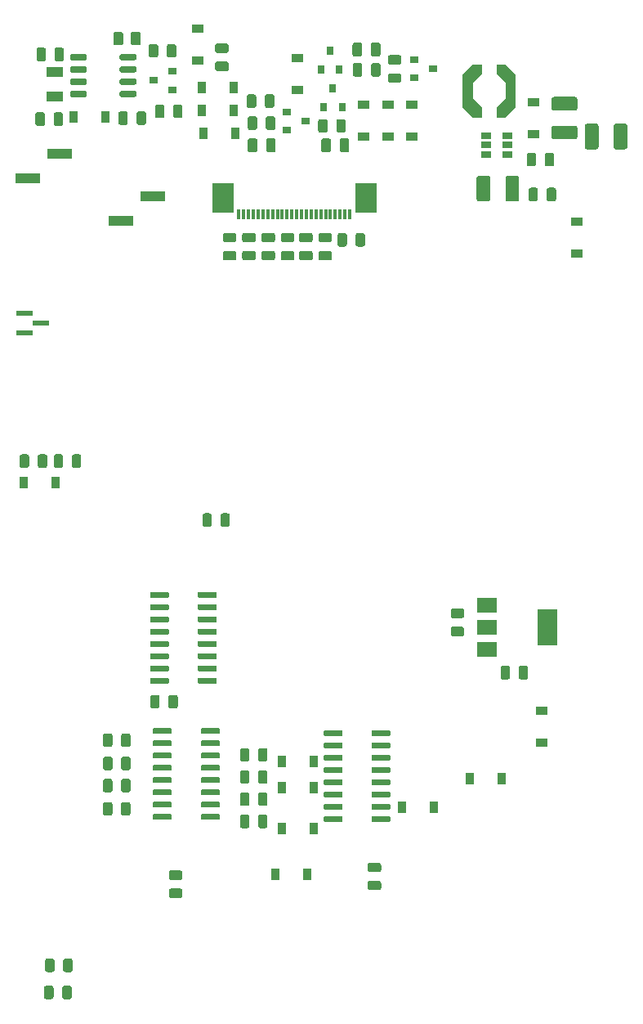
<source format=gbr>
G04 #@! TF.GenerationSoftware,KiCad,Pcbnew,5.1.5+dfsg1-2build2*
G04 #@! TF.CreationDate,2022-09-16T21:23:17+01:00*
G04 #@! TF.ProjectId,psion-org2-main,7073696f-6e2d-46f7-9267-322d6d61696e,rev?*
G04 #@! TF.SameCoordinates,Original*
G04 #@! TF.FileFunction,Paste,Bot*
G04 #@! TF.FilePolarity,Positive*
%FSLAX46Y46*%
G04 Gerber Fmt 4.6, Leading zero omitted, Abs format (unit mm)*
G04 Created by KiCad (PCBNEW 5.1.5+dfsg1-2build2) date 2022-09-16 21:23:17*
%MOMM*%
%LPD*%
G04 APERTURE LIST*
%ADD10C,0.100000*%
%ADD11R,1.200000X0.900000*%
%ADD12R,0.900000X1.200000*%
%ADD13R,0.900000X0.800000*%
%ADD14R,1.800000X1.000000*%
%ADD15R,0.800000X0.900000*%
%ADD16R,2.510000X1.000000*%
%ADD17R,2.300000X3.100000*%
%ADD18R,0.300000X1.100000*%
%ADD19R,2.000000X1.500000*%
%ADD20R,2.000000X3.800000*%
%ADD21R,1.060000X0.650000*%
%ADD22R,1.750000X0.600000*%
G04 APERTURE END LIST*
D10*
G36*
X178770504Y-69888204D02*
G01*
X178794773Y-69891804D01*
X178818571Y-69897765D01*
X178841671Y-69906030D01*
X178863849Y-69916520D01*
X178884893Y-69929133D01*
X178904598Y-69943747D01*
X178922777Y-69960223D01*
X178939253Y-69978402D01*
X178953867Y-69998107D01*
X178966480Y-70019151D01*
X178976970Y-70041329D01*
X178985235Y-70064429D01*
X178991196Y-70088227D01*
X178994796Y-70112496D01*
X178996000Y-70137000D01*
X178996000Y-71087000D01*
X178994796Y-71111504D01*
X178991196Y-71135773D01*
X178985235Y-71159571D01*
X178976970Y-71182671D01*
X178966480Y-71204849D01*
X178953867Y-71225893D01*
X178939253Y-71245598D01*
X178922777Y-71263777D01*
X178904598Y-71280253D01*
X178884893Y-71294867D01*
X178863849Y-71307480D01*
X178841671Y-71317970D01*
X178818571Y-71326235D01*
X178794773Y-71332196D01*
X178770504Y-71335796D01*
X178746000Y-71337000D01*
X178246000Y-71337000D01*
X178221496Y-71335796D01*
X178197227Y-71332196D01*
X178173429Y-71326235D01*
X178150329Y-71317970D01*
X178128151Y-71307480D01*
X178107107Y-71294867D01*
X178087402Y-71280253D01*
X178069223Y-71263777D01*
X178052747Y-71245598D01*
X178038133Y-71225893D01*
X178025520Y-71204849D01*
X178015030Y-71182671D01*
X178006765Y-71159571D01*
X178000804Y-71135773D01*
X177997204Y-71111504D01*
X177996000Y-71087000D01*
X177996000Y-70137000D01*
X177997204Y-70112496D01*
X178000804Y-70088227D01*
X178006765Y-70064429D01*
X178015030Y-70041329D01*
X178025520Y-70019151D01*
X178038133Y-69998107D01*
X178052747Y-69978402D01*
X178069223Y-69960223D01*
X178087402Y-69943747D01*
X178107107Y-69929133D01*
X178128151Y-69916520D01*
X178150329Y-69906030D01*
X178173429Y-69897765D01*
X178197227Y-69891804D01*
X178221496Y-69888204D01*
X178246000Y-69887000D01*
X178746000Y-69887000D01*
X178770504Y-69888204D01*
G37*
G36*
X176870504Y-69888204D02*
G01*
X176894773Y-69891804D01*
X176918571Y-69897765D01*
X176941671Y-69906030D01*
X176963849Y-69916520D01*
X176984893Y-69929133D01*
X177004598Y-69943747D01*
X177022777Y-69960223D01*
X177039253Y-69978402D01*
X177053867Y-69998107D01*
X177066480Y-70019151D01*
X177076970Y-70041329D01*
X177085235Y-70064429D01*
X177091196Y-70088227D01*
X177094796Y-70112496D01*
X177096000Y-70137000D01*
X177096000Y-71087000D01*
X177094796Y-71111504D01*
X177091196Y-71135773D01*
X177085235Y-71159571D01*
X177076970Y-71182671D01*
X177066480Y-71204849D01*
X177053867Y-71225893D01*
X177039253Y-71245598D01*
X177022777Y-71263777D01*
X177004598Y-71280253D01*
X176984893Y-71294867D01*
X176963849Y-71307480D01*
X176941671Y-71317970D01*
X176918571Y-71326235D01*
X176894773Y-71332196D01*
X176870504Y-71335796D01*
X176846000Y-71337000D01*
X176346000Y-71337000D01*
X176321496Y-71335796D01*
X176297227Y-71332196D01*
X176273429Y-71326235D01*
X176250329Y-71317970D01*
X176228151Y-71307480D01*
X176207107Y-71294867D01*
X176187402Y-71280253D01*
X176169223Y-71263777D01*
X176152747Y-71245598D01*
X176138133Y-71225893D01*
X176125520Y-71204849D01*
X176115030Y-71182671D01*
X176106765Y-71159571D01*
X176100804Y-71135773D01*
X176097204Y-71111504D01*
X176096000Y-71087000D01*
X176096000Y-70137000D01*
X176097204Y-70112496D01*
X176100804Y-70088227D01*
X176106765Y-70064429D01*
X176115030Y-70041329D01*
X176125520Y-70019151D01*
X176138133Y-69998107D01*
X176152747Y-69978402D01*
X176169223Y-69960223D01*
X176187402Y-69943747D01*
X176207107Y-69929133D01*
X176228151Y-69916520D01*
X176250329Y-69906030D01*
X176273429Y-69897765D01*
X176297227Y-69891804D01*
X176321496Y-69888204D01*
X176346000Y-69887000D01*
X176846000Y-69887000D01*
X176870504Y-69888204D01*
G37*
G36*
X171150504Y-69888204D02*
G01*
X171174773Y-69891804D01*
X171198571Y-69897765D01*
X171221671Y-69906030D01*
X171243849Y-69916520D01*
X171264893Y-69929133D01*
X171284598Y-69943747D01*
X171302777Y-69960223D01*
X171319253Y-69978402D01*
X171333867Y-69998107D01*
X171346480Y-70019151D01*
X171356970Y-70041329D01*
X171365235Y-70064429D01*
X171371196Y-70088227D01*
X171374796Y-70112496D01*
X171376000Y-70137000D01*
X171376000Y-71087000D01*
X171374796Y-71111504D01*
X171371196Y-71135773D01*
X171365235Y-71159571D01*
X171356970Y-71182671D01*
X171346480Y-71204849D01*
X171333867Y-71225893D01*
X171319253Y-71245598D01*
X171302777Y-71263777D01*
X171284598Y-71280253D01*
X171264893Y-71294867D01*
X171243849Y-71307480D01*
X171221671Y-71317970D01*
X171198571Y-71326235D01*
X171174773Y-71332196D01*
X171150504Y-71335796D01*
X171126000Y-71337000D01*
X170626000Y-71337000D01*
X170601496Y-71335796D01*
X170577227Y-71332196D01*
X170553429Y-71326235D01*
X170530329Y-71317970D01*
X170508151Y-71307480D01*
X170487107Y-71294867D01*
X170467402Y-71280253D01*
X170449223Y-71263777D01*
X170432747Y-71245598D01*
X170418133Y-71225893D01*
X170405520Y-71204849D01*
X170395030Y-71182671D01*
X170386765Y-71159571D01*
X170380804Y-71135773D01*
X170377204Y-71111504D01*
X170376000Y-71087000D01*
X170376000Y-70137000D01*
X170377204Y-70112496D01*
X170380804Y-70088227D01*
X170386765Y-70064429D01*
X170395030Y-70041329D01*
X170405520Y-70019151D01*
X170418133Y-69998107D01*
X170432747Y-69978402D01*
X170449223Y-69960223D01*
X170467402Y-69943747D01*
X170487107Y-69929133D01*
X170508151Y-69916520D01*
X170530329Y-69906030D01*
X170553429Y-69897765D01*
X170577227Y-69891804D01*
X170601496Y-69888204D01*
X170626000Y-69887000D01*
X171126000Y-69887000D01*
X171150504Y-69888204D01*
G37*
G36*
X169250504Y-69888204D02*
G01*
X169274773Y-69891804D01*
X169298571Y-69897765D01*
X169321671Y-69906030D01*
X169343849Y-69916520D01*
X169364893Y-69929133D01*
X169384598Y-69943747D01*
X169402777Y-69960223D01*
X169419253Y-69978402D01*
X169433867Y-69998107D01*
X169446480Y-70019151D01*
X169456970Y-70041329D01*
X169465235Y-70064429D01*
X169471196Y-70088227D01*
X169474796Y-70112496D01*
X169476000Y-70137000D01*
X169476000Y-71087000D01*
X169474796Y-71111504D01*
X169471196Y-71135773D01*
X169465235Y-71159571D01*
X169456970Y-71182671D01*
X169446480Y-71204849D01*
X169433867Y-71225893D01*
X169419253Y-71245598D01*
X169402777Y-71263777D01*
X169384598Y-71280253D01*
X169364893Y-71294867D01*
X169343849Y-71307480D01*
X169321671Y-71317970D01*
X169298571Y-71326235D01*
X169274773Y-71332196D01*
X169250504Y-71335796D01*
X169226000Y-71337000D01*
X168726000Y-71337000D01*
X168701496Y-71335796D01*
X168677227Y-71332196D01*
X168653429Y-71326235D01*
X168630329Y-71317970D01*
X168608151Y-71307480D01*
X168587107Y-71294867D01*
X168567402Y-71280253D01*
X168549223Y-71263777D01*
X168532747Y-71245598D01*
X168518133Y-71225893D01*
X168505520Y-71204849D01*
X168495030Y-71182671D01*
X168486765Y-71159571D01*
X168480804Y-71135773D01*
X168477204Y-71111504D01*
X168476000Y-71087000D01*
X168476000Y-70137000D01*
X168477204Y-70112496D01*
X168480804Y-70088227D01*
X168486765Y-70064429D01*
X168495030Y-70041329D01*
X168505520Y-70019151D01*
X168518133Y-69998107D01*
X168532747Y-69978402D01*
X168549223Y-69960223D01*
X168567402Y-69943747D01*
X168587107Y-69929133D01*
X168608151Y-69916520D01*
X168630329Y-69906030D01*
X168653429Y-69897765D01*
X168677227Y-69891804D01*
X168701496Y-69888204D01*
X168726000Y-69887000D01*
X169226000Y-69887000D01*
X169250504Y-69888204D01*
G37*
G36*
X182006504Y-59982204D02*
G01*
X182030773Y-59985804D01*
X182054571Y-59991765D01*
X182077671Y-60000030D01*
X182099849Y-60010520D01*
X182120893Y-60023133D01*
X182140598Y-60037747D01*
X182158777Y-60054223D01*
X182175253Y-60072402D01*
X182189867Y-60092107D01*
X182202480Y-60113151D01*
X182212970Y-60135329D01*
X182221235Y-60158429D01*
X182227196Y-60182227D01*
X182230796Y-60206496D01*
X182232000Y-60231000D01*
X182232000Y-61181000D01*
X182230796Y-61205504D01*
X182227196Y-61229773D01*
X182221235Y-61253571D01*
X182212970Y-61276671D01*
X182202480Y-61298849D01*
X182189867Y-61319893D01*
X182175253Y-61339598D01*
X182158777Y-61357777D01*
X182140598Y-61374253D01*
X182120893Y-61388867D01*
X182099849Y-61401480D01*
X182077671Y-61411970D01*
X182054571Y-61420235D01*
X182030773Y-61426196D01*
X182006504Y-61429796D01*
X181982000Y-61431000D01*
X181482000Y-61431000D01*
X181457496Y-61429796D01*
X181433227Y-61426196D01*
X181409429Y-61420235D01*
X181386329Y-61411970D01*
X181364151Y-61401480D01*
X181343107Y-61388867D01*
X181323402Y-61374253D01*
X181305223Y-61357777D01*
X181288747Y-61339598D01*
X181274133Y-61319893D01*
X181261520Y-61298849D01*
X181251030Y-61276671D01*
X181242765Y-61253571D01*
X181236804Y-61229773D01*
X181233204Y-61205504D01*
X181232000Y-61181000D01*
X181232000Y-60231000D01*
X181233204Y-60206496D01*
X181236804Y-60182227D01*
X181242765Y-60158429D01*
X181251030Y-60135329D01*
X181261520Y-60113151D01*
X181274133Y-60092107D01*
X181288747Y-60072402D01*
X181305223Y-60054223D01*
X181323402Y-60037747D01*
X181343107Y-60023133D01*
X181364151Y-60010520D01*
X181386329Y-60000030D01*
X181409429Y-59991765D01*
X181433227Y-59985804D01*
X181457496Y-59982204D01*
X181482000Y-59981000D01*
X181982000Y-59981000D01*
X182006504Y-59982204D01*
G37*
G36*
X180106504Y-59982204D02*
G01*
X180130773Y-59985804D01*
X180154571Y-59991765D01*
X180177671Y-60000030D01*
X180199849Y-60010520D01*
X180220893Y-60023133D01*
X180240598Y-60037747D01*
X180258777Y-60054223D01*
X180275253Y-60072402D01*
X180289867Y-60092107D01*
X180302480Y-60113151D01*
X180312970Y-60135329D01*
X180321235Y-60158429D01*
X180327196Y-60182227D01*
X180330796Y-60206496D01*
X180332000Y-60231000D01*
X180332000Y-61181000D01*
X180330796Y-61205504D01*
X180327196Y-61229773D01*
X180321235Y-61253571D01*
X180312970Y-61276671D01*
X180302480Y-61298849D01*
X180289867Y-61319893D01*
X180275253Y-61339598D01*
X180258777Y-61357777D01*
X180240598Y-61374253D01*
X180220893Y-61388867D01*
X180199849Y-61401480D01*
X180177671Y-61411970D01*
X180154571Y-61420235D01*
X180130773Y-61426196D01*
X180106504Y-61429796D01*
X180082000Y-61431000D01*
X179582000Y-61431000D01*
X179557496Y-61429796D01*
X179533227Y-61426196D01*
X179509429Y-61420235D01*
X179486329Y-61411970D01*
X179464151Y-61401480D01*
X179443107Y-61388867D01*
X179423402Y-61374253D01*
X179405223Y-61357777D01*
X179388747Y-61339598D01*
X179374133Y-61319893D01*
X179361520Y-61298849D01*
X179351030Y-61276671D01*
X179342765Y-61253571D01*
X179336804Y-61229773D01*
X179333204Y-61205504D01*
X179332000Y-61181000D01*
X179332000Y-60231000D01*
X179333204Y-60206496D01*
X179336804Y-60182227D01*
X179342765Y-60158429D01*
X179351030Y-60135329D01*
X179361520Y-60113151D01*
X179374133Y-60092107D01*
X179388747Y-60072402D01*
X179405223Y-60054223D01*
X179423402Y-60037747D01*
X179443107Y-60023133D01*
X179464151Y-60010520D01*
X179486329Y-60000030D01*
X179509429Y-59991765D01*
X179533227Y-59985804D01*
X179557496Y-59982204D01*
X179582000Y-59981000D01*
X180082000Y-59981000D01*
X180106504Y-59982204D01*
G37*
G36*
X160844142Y-60134174D02*
G01*
X160867803Y-60137684D01*
X160891007Y-60143496D01*
X160913529Y-60151554D01*
X160935153Y-60161782D01*
X160955670Y-60174079D01*
X160974883Y-60188329D01*
X160992607Y-60204393D01*
X161008671Y-60222117D01*
X161022921Y-60241330D01*
X161035218Y-60261847D01*
X161045446Y-60283471D01*
X161053504Y-60305993D01*
X161059316Y-60329197D01*
X161062826Y-60352858D01*
X161064000Y-60376750D01*
X161064000Y-61289250D01*
X161062826Y-61313142D01*
X161059316Y-61336803D01*
X161053504Y-61360007D01*
X161045446Y-61382529D01*
X161035218Y-61404153D01*
X161022921Y-61424670D01*
X161008671Y-61443883D01*
X160992607Y-61461607D01*
X160974883Y-61477671D01*
X160955670Y-61491921D01*
X160935153Y-61504218D01*
X160913529Y-61514446D01*
X160891007Y-61522504D01*
X160867803Y-61528316D01*
X160844142Y-61531826D01*
X160820250Y-61533000D01*
X160332750Y-61533000D01*
X160308858Y-61531826D01*
X160285197Y-61528316D01*
X160261993Y-61522504D01*
X160239471Y-61514446D01*
X160217847Y-61504218D01*
X160197330Y-61491921D01*
X160178117Y-61477671D01*
X160160393Y-61461607D01*
X160144329Y-61443883D01*
X160130079Y-61424670D01*
X160117782Y-61404153D01*
X160107554Y-61382529D01*
X160099496Y-61360007D01*
X160093684Y-61336803D01*
X160090174Y-61313142D01*
X160089000Y-61289250D01*
X160089000Y-60376750D01*
X160090174Y-60352858D01*
X160093684Y-60329197D01*
X160099496Y-60305993D01*
X160107554Y-60283471D01*
X160117782Y-60261847D01*
X160130079Y-60241330D01*
X160144329Y-60222117D01*
X160160393Y-60204393D01*
X160178117Y-60188329D01*
X160197330Y-60174079D01*
X160217847Y-60161782D01*
X160239471Y-60151554D01*
X160261993Y-60143496D01*
X160285197Y-60137684D01*
X160308858Y-60134174D01*
X160332750Y-60133000D01*
X160820250Y-60133000D01*
X160844142Y-60134174D01*
G37*
G36*
X158969142Y-60134174D02*
G01*
X158992803Y-60137684D01*
X159016007Y-60143496D01*
X159038529Y-60151554D01*
X159060153Y-60161782D01*
X159080670Y-60174079D01*
X159099883Y-60188329D01*
X159117607Y-60204393D01*
X159133671Y-60222117D01*
X159147921Y-60241330D01*
X159160218Y-60261847D01*
X159170446Y-60283471D01*
X159178504Y-60305993D01*
X159184316Y-60329197D01*
X159187826Y-60352858D01*
X159189000Y-60376750D01*
X159189000Y-61289250D01*
X159187826Y-61313142D01*
X159184316Y-61336803D01*
X159178504Y-61360007D01*
X159170446Y-61382529D01*
X159160218Y-61404153D01*
X159147921Y-61424670D01*
X159133671Y-61443883D01*
X159117607Y-61461607D01*
X159099883Y-61477671D01*
X159080670Y-61491921D01*
X159060153Y-61504218D01*
X159038529Y-61514446D01*
X159016007Y-61522504D01*
X158992803Y-61528316D01*
X158969142Y-61531826D01*
X158945250Y-61533000D01*
X158457750Y-61533000D01*
X158433858Y-61531826D01*
X158410197Y-61528316D01*
X158386993Y-61522504D01*
X158364471Y-61514446D01*
X158342847Y-61504218D01*
X158322330Y-61491921D01*
X158303117Y-61477671D01*
X158285393Y-61461607D01*
X158269329Y-61443883D01*
X158255079Y-61424670D01*
X158242782Y-61404153D01*
X158232554Y-61382529D01*
X158224496Y-61360007D01*
X158218684Y-61336803D01*
X158215174Y-61313142D01*
X158214000Y-61289250D01*
X158214000Y-60376750D01*
X158215174Y-60352858D01*
X158218684Y-60329197D01*
X158224496Y-60305993D01*
X158232554Y-60283471D01*
X158242782Y-60261847D01*
X158255079Y-60241330D01*
X158269329Y-60222117D01*
X158285393Y-60204393D01*
X158303117Y-60188329D01*
X158322330Y-60174079D01*
X158342847Y-60161782D01*
X158364471Y-60151554D01*
X158386993Y-60143496D01*
X158410197Y-60137684D01*
X158433858Y-60134174D01*
X158457750Y-60133000D01*
X158945250Y-60133000D01*
X158969142Y-60134174D01*
G37*
G36*
X155330505Y-58864204D02*
G01*
X155354773Y-58867804D01*
X155378572Y-58873765D01*
X155401671Y-58882030D01*
X155423850Y-58892520D01*
X155444893Y-58905132D01*
X155464599Y-58919747D01*
X155482777Y-58936223D01*
X155499253Y-58954401D01*
X155513868Y-58974107D01*
X155526480Y-58995150D01*
X155536970Y-59017329D01*
X155545235Y-59040428D01*
X155551196Y-59064227D01*
X155554796Y-59088495D01*
X155556000Y-59112999D01*
X155556000Y-60013001D01*
X155554796Y-60037505D01*
X155551196Y-60061773D01*
X155545235Y-60085572D01*
X155536970Y-60108671D01*
X155526480Y-60130850D01*
X155513868Y-60151893D01*
X155499253Y-60171599D01*
X155482777Y-60189777D01*
X155464599Y-60206253D01*
X155444893Y-60220868D01*
X155423850Y-60233480D01*
X155401671Y-60243970D01*
X155378572Y-60252235D01*
X155354773Y-60258196D01*
X155330505Y-60261796D01*
X155306001Y-60263000D01*
X154780999Y-60263000D01*
X154756495Y-60261796D01*
X154732227Y-60258196D01*
X154708428Y-60252235D01*
X154685329Y-60243970D01*
X154663150Y-60233480D01*
X154642107Y-60220868D01*
X154622401Y-60206253D01*
X154604223Y-60189777D01*
X154587747Y-60171599D01*
X154573132Y-60151893D01*
X154560520Y-60130850D01*
X154550030Y-60108671D01*
X154541765Y-60085572D01*
X154535804Y-60061773D01*
X154532204Y-60037505D01*
X154531000Y-60013001D01*
X154531000Y-59112999D01*
X154532204Y-59088495D01*
X154535804Y-59064227D01*
X154541765Y-59040428D01*
X154550030Y-59017329D01*
X154560520Y-58995150D01*
X154573132Y-58974107D01*
X154587747Y-58954401D01*
X154604223Y-58936223D01*
X154622401Y-58919747D01*
X154642107Y-58905132D01*
X154663150Y-58892520D01*
X154685329Y-58882030D01*
X154708428Y-58873765D01*
X154732227Y-58867804D01*
X154756495Y-58864204D01*
X154780999Y-58863000D01*
X155306001Y-58863000D01*
X155330505Y-58864204D01*
G37*
G36*
X157155505Y-58864204D02*
G01*
X157179773Y-58867804D01*
X157203572Y-58873765D01*
X157226671Y-58882030D01*
X157248850Y-58892520D01*
X157269893Y-58905132D01*
X157289599Y-58919747D01*
X157307777Y-58936223D01*
X157324253Y-58954401D01*
X157338868Y-58974107D01*
X157351480Y-58995150D01*
X157361970Y-59017329D01*
X157370235Y-59040428D01*
X157376196Y-59064227D01*
X157379796Y-59088495D01*
X157381000Y-59112999D01*
X157381000Y-60013001D01*
X157379796Y-60037505D01*
X157376196Y-60061773D01*
X157370235Y-60085572D01*
X157361970Y-60108671D01*
X157351480Y-60130850D01*
X157338868Y-60151893D01*
X157324253Y-60171599D01*
X157307777Y-60189777D01*
X157289599Y-60206253D01*
X157269893Y-60220868D01*
X157248850Y-60233480D01*
X157226671Y-60243970D01*
X157203572Y-60252235D01*
X157179773Y-60258196D01*
X157155505Y-60261796D01*
X157131001Y-60263000D01*
X156605999Y-60263000D01*
X156581495Y-60261796D01*
X156557227Y-60258196D01*
X156533428Y-60252235D01*
X156510329Y-60243970D01*
X156488150Y-60233480D01*
X156467107Y-60220868D01*
X156447401Y-60206253D01*
X156429223Y-60189777D01*
X156412747Y-60171599D01*
X156398132Y-60151893D01*
X156385520Y-60130850D01*
X156375030Y-60108671D01*
X156366765Y-60085572D01*
X156360804Y-60061773D01*
X156357204Y-60037505D01*
X156356000Y-60013001D01*
X156356000Y-59112999D01*
X156357204Y-59088495D01*
X156360804Y-59064227D01*
X156366765Y-59040428D01*
X156375030Y-59017329D01*
X156385520Y-58995150D01*
X156398132Y-58974107D01*
X156412747Y-58954401D01*
X156429223Y-58936223D01*
X156447401Y-58919747D01*
X156467107Y-58905132D01*
X156488150Y-58892520D01*
X156510329Y-58882030D01*
X156533428Y-58873765D01*
X156557227Y-58867804D01*
X156581495Y-58864204D01*
X156605999Y-58863000D01*
X157131001Y-58863000D01*
X157155505Y-58864204D01*
G37*
D11*
X163322000Y-61848000D03*
X163322000Y-58548000D03*
D10*
G36*
X165114703Y-125745722D02*
G01*
X165129264Y-125747882D01*
X165143543Y-125751459D01*
X165157403Y-125756418D01*
X165170710Y-125762712D01*
X165183336Y-125770280D01*
X165195159Y-125779048D01*
X165206066Y-125788934D01*
X165215952Y-125799841D01*
X165224720Y-125811664D01*
X165232288Y-125824290D01*
X165238582Y-125837597D01*
X165243541Y-125851457D01*
X165247118Y-125865736D01*
X165249278Y-125880297D01*
X165250000Y-125895000D01*
X165250000Y-126195000D01*
X165249278Y-126209703D01*
X165247118Y-126224264D01*
X165243541Y-126238543D01*
X165238582Y-126252403D01*
X165232288Y-126265710D01*
X165224720Y-126278336D01*
X165215952Y-126290159D01*
X165206066Y-126301066D01*
X165195159Y-126310952D01*
X165183336Y-126319720D01*
X165170710Y-126327288D01*
X165157403Y-126333582D01*
X165143543Y-126338541D01*
X165129264Y-126342118D01*
X165114703Y-126344278D01*
X165100000Y-126345000D01*
X163450000Y-126345000D01*
X163435297Y-126344278D01*
X163420736Y-126342118D01*
X163406457Y-126338541D01*
X163392597Y-126333582D01*
X163379290Y-126327288D01*
X163366664Y-126319720D01*
X163354841Y-126310952D01*
X163343934Y-126301066D01*
X163334048Y-126290159D01*
X163325280Y-126278336D01*
X163317712Y-126265710D01*
X163311418Y-126252403D01*
X163306459Y-126238543D01*
X163302882Y-126224264D01*
X163300722Y-126209703D01*
X163300000Y-126195000D01*
X163300000Y-125895000D01*
X163300722Y-125880297D01*
X163302882Y-125865736D01*
X163306459Y-125851457D01*
X163311418Y-125837597D01*
X163317712Y-125824290D01*
X163325280Y-125811664D01*
X163334048Y-125799841D01*
X163343934Y-125788934D01*
X163354841Y-125779048D01*
X163366664Y-125770280D01*
X163379290Y-125762712D01*
X163392597Y-125756418D01*
X163406457Y-125751459D01*
X163420736Y-125747882D01*
X163435297Y-125745722D01*
X163450000Y-125745000D01*
X165100000Y-125745000D01*
X165114703Y-125745722D01*
G37*
G36*
X165114703Y-124475722D02*
G01*
X165129264Y-124477882D01*
X165143543Y-124481459D01*
X165157403Y-124486418D01*
X165170710Y-124492712D01*
X165183336Y-124500280D01*
X165195159Y-124509048D01*
X165206066Y-124518934D01*
X165215952Y-124529841D01*
X165224720Y-124541664D01*
X165232288Y-124554290D01*
X165238582Y-124567597D01*
X165243541Y-124581457D01*
X165247118Y-124595736D01*
X165249278Y-124610297D01*
X165250000Y-124625000D01*
X165250000Y-124925000D01*
X165249278Y-124939703D01*
X165247118Y-124954264D01*
X165243541Y-124968543D01*
X165238582Y-124982403D01*
X165232288Y-124995710D01*
X165224720Y-125008336D01*
X165215952Y-125020159D01*
X165206066Y-125031066D01*
X165195159Y-125040952D01*
X165183336Y-125049720D01*
X165170710Y-125057288D01*
X165157403Y-125063582D01*
X165143543Y-125068541D01*
X165129264Y-125072118D01*
X165114703Y-125074278D01*
X165100000Y-125075000D01*
X163450000Y-125075000D01*
X163435297Y-125074278D01*
X163420736Y-125072118D01*
X163406457Y-125068541D01*
X163392597Y-125063582D01*
X163379290Y-125057288D01*
X163366664Y-125049720D01*
X163354841Y-125040952D01*
X163343934Y-125031066D01*
X163334048Y-125020159D01*
X163325280Y-125008336D01*
X163317712Y-124995710D01*
X163311418Y-124982403D01*
X163306459Y-124968543D01*
X163302882Y-124954264D01*
X163300722Y-124939703D01*
X163300000Y-124925000D01*
X163300000Y-124625000D01*
X163300722Y-124610297D01*
X163302882Y-124595736D01*
X163306459Y-124581457D01*
X163311418Y-124567597D01*
X163317712Y-124554290D01*
X163325280Y-124541664D01*
X163334048Y-124529841D01*
X163343934Y-124518934D01*
X163354841Y-124509048D01*
X163366664Y-124500280D01*
X163379290Y-124492712D01*
X163392597Y-124486418D01*
X163406457Y-124481459D01*
X163420736Y-124477882D01*
X163435297Y-124475722D01*
X163450000Y-124475000D01*
X165100000Y-124475000D01*
X165114703Y-124475722D01*
G37*
G36*
X165114703Y-123205722D02*
G01*
X165129264Y-123207882D01*
X165143543Y-123211459D01*
X165157403Y-123216418D01*
X165170710Y-123222712D01*
X165183336Y-123230280D01*
X165195159Y-123239048D01*
X165206066Y-123248934D01*
X165215952Y-123259841D01*
X165224720Y-123271664D01*
X165232288Y-123284290D01*
X165238582Y-123297597D01*
X165243541Y-123311457D01*
X165247118Y-123325736D01*
X165249278Y-123340297D01*
X165250000Y-123355000D01*
X165250000Y-123655000D01*
X165249278Y-123669703D01*
X165247118Y-123684264D01*
X165243541Y-123698543D01*
X165238582Y-123712403D01*
X165232288Y-123725710D01*
X165224720Y-123738336D01*
X165215952Y-123750159D01*
X165206066Y-123761066D01*
X165195159Y-123770952D01*
X165183336Y-123779720D01*
X165170710Y-123787288D01*
X165157403Y-123793582D01*
X165143543Y-123798541D01*
X165129264Y-123802118D01*
X165114703Y-123804278D01*
X165100000Y-123805000D01*
X163450000Y-123805000D01*
X163435297Y-123804278D01*
X163420736Y-123802118D01*
X163406457Y-123798541D01*
X163392597Y-123793582D01*
X163379290Y-123787288D01*
X163366664Y-123779720D01*
X163354841Y-123770952D01*
X163343934Y-123761066D01*
X163334048Y-123750159D01*
X163325280Y-123738336D01*
X163317712Y-123725710D01*
X163311418Y-123712403D01*
X163306459Y-123698543D01*
X163302882Y-123684264D01*
X163300722Y-123669703D01*
X163300000Y-123655000D01*
X163300000Y-123355000D01*
X163300722Y-123340297D01*
X163302882Y-123325736D01*
X163306459Y-123311457D01*
X163311418Y-123297597D01*
X163317712Y-123284290D01*
X163325280Y-123271664D01*
X163334048Y-123259841D01*
X163343934Y-123248934D01*
X163354841Y-123239048D01*
X163366664Y-123230280D01*
X163379290Y-123222712D01*
X163392597Y-123216418D01*
X163406457Y-123211459D01*
X163420736Y-123207882D01*
X163435297Y-123205722D01*
X163450000Y-123205000D01*
X165100000Y-123205000D01*
X165114703Y-123205722D01*
G37*
G36*
X165114703Y-121935722D02*
G01*
X165129264Y-121937882D01*
X165143543Y-121941459D01*
X165157403Y-121946418D01*
X165170710Y-121952712D01*
X165183336Y-121960280D01*
X165195159Y-121969048D01*
X165206066Y-121978934D01*
X165215952Y-121989841D01*
X165224720Y-122001664D01*
X165232288Y-122014290D01*
X165238582Y-122027597D01*
X165243541Y-122041457D01*
X165247118Y-122055736D01*
X165249278Y-122070297D01*
X165250000Y-122085000D01*
X165250000Y-122385000D01*
X165249278Y-122399703D01*
X165247118Y-122414264D01*
X165243541Y-122428543D01*
X165238582Y-122442403D01*
X165232288Y-122455710D01*
X165224720Y-122468336D01*
X165215952Y-122480159D01*
X165206066Y-122491066D01*
X165195159Y-122500952D01*
X165183336Y-122509720D01*
X165170710Y-122517288D01*
X165157403Y-122523582D01*
X165143543Y-122528541D01*
X165129264Y-122532118D01*
X165114703Y-122534278D01*
X165100000Y-122535000D01*
X163450000Y-122535000D01*
X163435297Y-122534278D01*
X163420736Y-122532118D01*
X163406457Y-122528541D01*
X163392597Y-122523582D01*
X163379290Y-122517288D01*
X163366664Y-122509720D01*
X163354841Y-122500952D01*
X163343934Y-122491066D01*
X163334048Y-122480159D01*
X163325280Y-122468336D01*
X163317712Y-122455710D01*
X163311418Y-122442403D01*
X163306459Y-122428543D01*
X163302882Y-122414264D01*
X163300722Y-122399703D01*
X163300000Y-122385000D01*
X163300000Y-122085000D01*
X163300722Y-122070297D01*
X163302882Y-122055736D01*
X163306459Y-122041457D01*
X163311418Y-122027597D01*
X163317712Y-122014290D01*
X163325280Y-122001664D01*
X163334048Y-121989841D01*
X163343934Y-121978934D01*
X163354841Y-121969048D01*
X163366664Y-121960280D01*
X163379290Y-121952712D01*
X163392597Y-121946418D01*
X163406457Y-121941459D01*
X163420736Y-121937882D01*
X163435297Y-121935722D01*
X163450000Y-121935000D01*
X165100000Y-121935000D01*
X165114703Y-121935722D01*
G37*
G36*
X165114703Y-120665722D02*
G01*
X165129264Y-120667882D01*
X165143543Y-120671459D01*
X165157403Y-120676418D01*
X165170710Y-120682712D01*
X165183336Y-120690280D01*
X165195159Y-120699048D01*
X165206066Y-120708934D01*
X165215952Y-120719841D01*
X165224720Y-120731664D01*
X165232288Y-120744290D01*
X165238582Y-120757597D01*
X165243541Y-120771457D01*
X165247118Y-120785736D01*
X165249278Y-120800297D01*
X165250000Y-120815000D01*
X165250000Y-121115000D01*
X165249278Y-121129703D01*
X165247118Y-121144264D01*
X165243541Y-121158543D01*
X165238582Y-121172403D01*
X165232288Y-121185710D01*
X165224720Y-121198336D01*
X165215952Y-121210159D01*
X165206066Y-121221066D01*
X165195159Y-121230952D01*
X165183336Y-121239720D01*
X165170710Y-121247288D01*
X165157403Y-121253582D01*
X165143543Y-121258541D01*
X165129264Y-121262118D01*
X165114703Y-121264278D01*
X165100000Y-121265000D01*
X163450000Y-121265000D01*
X163435297Y-121264278D01*
X163420736Y-121262118D01*
X163406457Y-121258541D01*
X163392597Y-121253582D01*
X163379290Y-121247288D01*
X163366664Y-121239720D01*
X163354841Y-121230952D01*
X163343934Y-121221066D01*
X163334048Y-121210159D01*
X163325280Y-121198336D01*
X163317712Y-121185710D01*
X163311418Y-121172403D01*
X163306459Y-121158543D01*
X163302882Y-121144264D01*
X163300722Y-121129703D01*
X163300000Y-121115000D01*
X163300000Y-120815000D01*
X163300722Y-120800297D01*
X163302882Y-120785736D01*
X163306459Y-120771457D01*
X163311418Y-120757597D01*
X163317712Y-120744290D01*
X163325280Y-120731664D01*
X163334048Y-120719841D01*
X163343934Y-120708934D01*
X163354841Y-120699048D01*
X163366664Y-120690280D01*
X163379290Y-120682712D01*
X163392597Y-120676418D01*
X163406457Y-120671459D01*
X163420736Y-120667882D01*
X163435297Y-120665722D01*
X163450000Y-120665000D01*
X165100000Y-120665000D01*
X165114703Y-120665722D01*
G37*
G36*
X165114703Y-119395722D02*
G01*
X165129264Y-119397882D01*
X165143543Y-119401459D01*
X165157403Y-119406418D01*
X165170710Y-119412712D01*
X165183336Y-119420280D01*
X165195159Y-119429048D01*
X165206066Y-119438934D01*
X165215952Y-119449841D01*
X165224720Y-119461664D01*
X165232288Y-119474290D01*
X165238582Y-119487597D01*
X165243541Y-119501457D01*
X165247118Y-119515736D01*
X165249278Y-119530297D01*
X165250000Y-119545000D01*
X165250000Y-119845000D01*
X165249278Y-119859703D01*
X165247118Y-119874264D01*
X165243541Y-119888543D01*
X165238582Y-119902403D01*
X165232288Y-119915710D01*
X165224720Y-119928336D01*
X165215952Y-119940159D01*
X165206066Y-119951066D01*
X165195159Y-119960952D01*
X165183336Y-119969720D01*
X165170710Y-119977288D01*
X165157403Y-119983582D01*
X165143543Y-119988541D01*
X165129264Y-119992118D01*
X165114703Y-119994278D01*
X165100000Y-119995000D01*
X163450000Y-119995000D01*
X163435297Y-119994278D01*
X163420736Y-119992118D01*
X163406457Y-119988541D01*
X163392597Y-119983582D01*
X163379290Y-119977288D01*
X163366664Y-119969720D01*
X163354841Y-119960952D01*
X163343934Y-119951066D01*
X163334048Y-119940159D01*
X163325280Y-119928336D01*
X163317712Y-119915710D01*
X163311418Y-119902403D01*
X163306459Y-119888543D01*
X163302882Y-119874264D01*
X163300722Y-119859703D01*
X163300000Y-119845000D01*
X163300000Y-119545000D01*
X163300722Y-119530297D01*
X163302882Y-119515736D01*
X163306459Y-119501457D01*
X163311418Y-119487597D01*
X163317712Y-119474290D01*
X163325280Y-119461664D01*
X163334048Y-119449841D01*
X163343934Y-119438934D01*
X163354841Y-119429048D01*
X163366664Y-119420280D01*
X163379290Y-119412712D01*
X163392597Y-119406418D01*
X163406457Y-119401459D01*
X163420736Y-119397882D01*
X163435297Y-119395722D01*
X163450000Y-119395000D01*
X165100000Y-119395000D01*
X165114703Y-119395722D01*
G37*
G36*
X165114703Y-118125722D02*
G01*
X165129264Y-118127882D01*
X165143543Y-118131459D01*
X165157403Y-118136418D01*
X165170710Y-118142712D01*
X165183336Y-118150280D01*
X165195159Y-118159048D01*
X165206066Y-118168934D01*
X165215952Y-118179841D01*
X165224720Y-118191664D01*
X165232288Y-118204290D01*
X165238582Y-118217597D01*
X165243541Y-118231457D01*
X165247118Y-118245736D01*
X165249278Y-118260297D01*
X165250000Y-118275000D01*
X165250000Y-118575000D01*
X165249278Y-118589703D01*
X165247118Y-118604264D01*
X165243541Y-118618543D01*
X165238582Y-118632403D01*
X165232288Y-118645710D01*
X165224720Y-118658336D01*
X165215952Y-118670159D01*
X165206066Y-118681066D01*
X165195159Y-118690952D01*
X165183336Y-118699720D01*
X165170710Y-118707288D01*
X165157403Y-118713582D01*
X165143543Y-118718541D01*
X165129264Y-118722118D01*
X165114703Y-118724278D01*
X165100000Y-118725000D01*
X163450000Y-118725000D01*
X163435297Y-118724278D01*
X163420736Y-118722118D01*
X163406457Y-118718541D01*
X163392597Y-118713582D01*
X163379290Y-118707288D01*
X163366664Y-118699720D01*
X163354841Y-118690952D01*
X163343934Y-118681066D01*
X163334048Y-118670159D01*
X163325280Y-118658336D01*
X163317712Y-118645710D01*
X163311418Y-118632403D01*
X163306459Y-118618543D01*
X163302882Y-118604264D01*
X163300722Y-118589703D01*
X163300000Y-118575000D01*
X163300000Y-118275000D01*
X163300722Y-118260297D01*
X163302882Y-118245736D01*
X163306459Y-118231457D01*
X163311418Y-118217597D01*
X163317712Y-118204290D01*
X163325280Y-118191664D01*
X163334048Y-118179841D01*
X163343934Y-118168934D01*
X163354841Y-118159048D01*
X163366664Y-118150280D01*
X163379290Y-118142712D01*
X163392597Y-118136418D01*
X163406457Y-118131459D01*
X163420736Y-118127882D01*
X163435297Y-118125722D01*
X163450000Y-118125000D01*
X165100000Y-118125000D01*
X165114703Y-118125722D01*
G37*
G36*
X165114703Y-116855722D02*
G01*
X165129264Y-116857882D01*
X165143543Y-116861459D01*
X165157403Y-116866418D01*
X165170710Y-116872712D01*
X165183336Y-116880280D01*
X165195159Y-116889048D01*
X165206066Y-116898934D01*
X165215952Y-116909841D01*
X165224720Y-116921664D01*
X165232288Y-116934290D01*
X165238582Y-116947597D01*
X165243541Y-116961457D01*
X165247118Y-116975736D01*
X165249278Y-116990297D01*
X165250000Y-117005000D01*
X165250000Y-117305000D01*
X165249278Y-117319703D01*
X165247118Y-117334264D01*
X165243541Y-117348543D01*
X165238582Y-117362403D01*
X165232288Y-117375710D01*
X165224720Y-117388336D01*
X165215952Y-117400159D01*
X165206066Y-117411066D01*
X165195159Y-117420952D01*
X165183336Y-117429720D01*
X165170710Y-117437288D01*
X165157403Y-117443582D01*
X165143543Y-117448541D01*
X165129264Y-117452118D01*
X165114703Y-117454278D01*
X165100000Y-117455000D01*
X163450000Y-117455000D01*
X163435297Y-117454278D01*
X163420736Y-117452118D01*
X163406457Y-117448541D01*
X163392597Y-117443582D01*
X163379290Y-117437288D01*
X163366664Y-117429720D01*
X163354841Y-117420952D01*
X163343934Y-117411066D01*
X163334048Y-117400159D01*
X163325280Y-117388336D01*
X163317712Y-117375710D01*
X163311418Y-117362403D01*
X163306459Y-117348543D01*
X163302882Y-117334264D01*
X163300722Y-117319703D01*
X163300000Y-117305000D01*
X163300000Y-117005000D01*
X163300722Y-116990297D01*
X163302882Y-116975736D01*
X163306459Y-116961457D01*
X163311418Y-116947597D01*
X163317712Y-116934290D01*
X163325280Y-116921664D01*
X163334048Y-116909841D01*
X163343934Y-116898934D01*
X163354841Y-116889048D01*
X163366664Y-116880280D01*
X163379290Y-116872712D01*
X163392597Y-116866418D01*
X163406457Y-116861459D01*
X163420736Y-116857882D01*
X163435297Y-116855722D01*
X163450000Y-116855000D01*
X165100000Y-116855000D01*
X165114703Y-116855722D01*
G37*
G36*
X160164703Y-116855722D02*
G01*
X160179264Y-116857882D01*
X160193543Y-116861459D01*
X160207403Y-116866418D01*
X160220710Y-116872712D01*
X160233336Y-116880280D01*
X160245159Y-116889048D01*
X160256066Y-116898934D01*
X160265952Y-116909841D01*
X160274720Y-116921664D01*
X160282288Y-116934290D01*
X160288582Y-116947597D01*
X160293541Y-116961457D01*
X160297118Y-116975736D01*
X160299278Y-116990297D01*
X160300000Y-117005000D01*
X160300000Y-117305000D01*
X160299278Y-117319703D01*
X160297118Y-117334264D01*
X160293541Y-117348543D01*
X160288582Y-117362403D01*
X160282288Y-117375710D01*
X160274720Y-117388336D01*
X160265952Y-117400159D01*
X160256066Y-117411066D01*
X160245159Y-117420952D01*
X160233336Y-117429720D01*
X160220710Y-117437288D01*
X160207403Y-117443582D01*
X160193543Y-117448541D01*
X160179264Y-117452118D01*
X160164703Y-117454278D01*
X160150000Y-117455000D01*
X158500000Y-117455000D01*
X158485297Y-117454278D01*
X158470736Y-117452118D01*
X158456457Y-117448541D01*
X158442597Y-117443582D01*
X158429290Y-117437288D01*
X158416664Y-117429720D01*
X158404841Y-117420952D01*
X158393934Y-117411066D01*
X158384048Y-117400159D01*
X158375280Y-117388336D01*
X158367712Y-117375710D01*
X158361418Y-117362403D01*
X158356459Y-117348543D01*
X158352882Y-117334264D01*
X158350722Y-117319703D01*
X158350000Y-117305000D01*
X158350000Y-117005000D01*
X158350722Y-116990297D01*
X158352882Y-116975736D01*
X158356459Y-116961457D01*
X158361418Y-116947597D01*
X158367712Y-116934290D01*
X158375280Y-116921664D01*
X158384048Y-116909841D01*
X158393934Y-116898934D01*
X158404841Y-116889048D01*
X158416664Y-116880280D01*
X158429290Y-116872712D01*
X158442597Y-116866418D01*
X158456457Y-116861459D01*
X158470736Y-116857882D01*
X158485297Y-116855722D01*
X158500000Y-116855000D01*
X160150000Y-116855000D01*
X160164703Y-116855722D01*
G37*
G36*
X160164703Y-118125722D02*
G01*
X160179264Y-118127882D01*
X160193543Y-118131459D01*
X160207403Y-118136418D01*
X160220710Y-118142712D01*
X160233336Y-118150280D01*
X160245159Y-118159048D01*
X160256066Y-118168934D01*
X160265952Y-118179841D01*
X160274720Y-118191664D01*
X160282288Y-118204290D01*
X160288582Y-118217597D01*
X160293541Y-118231457D01*
X160297118Y-118245736D01*
X160299278Y-118260297D01*
X160300000Y-118275000D01*
X160300000Y-118575000D01*
X160299278Y-118589703D01*
X160297118Y-118604264D01*
X160293541Y-118618543D01*
X160288582Y-118632403D01*
X160282288Y-118645710D01*
X160274720Y-118658336D01*
X160265952Y-118670159D01*
X160256066Y-118681066D01*
X160245159Y-118690952D01*
X160233336Y-118699720D01*
X160220710Y-118707288D01*
X160207403Y-118713582D01*
X160193543Y-118718541D01*
X160179264Y-118722118D01*
X160164703Y-118724278D01*
X160150000Y-118725000D01*
X158500000Y-118725000D01*
X158485297Y-118724278D01*
X158470736Y-118722118D01*
X158456457Y-118718541D01*
X158442597Y-118713582D01*
X158429290Y-118707288D01*
X158416664Y-118699720D01*
X158404841Y-118690952D01*
X158393934Y-118681066D01*
X158384048Y-118670159D01*
X158375280Y-118658336D01*
X158367712Y-118645710D01*
X158361418Y-118632403D01*
X158356459Y-118618543D01*
X158352882Y-118604264D01*
X158350722Y-118589703D01*
X158350000Y-118575000D01*
X158350000Y-118275000D01*
X158350722Y-118260297D01*
X158352882Y-118245736D01*
X158356459Y-118231457D01*
X158361418Y-118217597D01*
X158367712Y-118204290D01*
X158375280Y-118191664D01*
X158384048Y-118179841D01*
X158393934Y-118168934D01*
X158404841Y-118159048D01*
X158416664Y-118150280D01*
X158429290Y-118142712D01*
X158442597Y-118136418D01*
X158456457Y-118131459D01*
X158470736Y-118127882D01*
X158485297Y-118125722D01*
X158500000Y-118125000D01*
X160150000Y-118125000D01*
X160164703Y-118125722D01*
G37*
G36*
X160164703Y-119395722D02*
G01*
X160179264Y-119397882D01*
X160193543Y-119401459D01*
X160207403Y-119406418D01*
X160220710Y-119412712D01*
X160233336Y-119420280D01*
X160245159Y-119429048D01*
X160256066Y-119438934D01*
X160265952Y-119449841D01*
X160274720Y-119461664D01*
X160282288Y-119474290D01*
X160288582Y-119487597D01*
X160293541Y-119501457D01*
X160297118Y-119515736D01*
X160299278Y-119530297D01*
X160300000Y-119545000D01*
X160300000Y-119845000D01*
X160299278Y-119859703D01*
X160297118Y-119874264D01*
X160293541Y-119888543D01*
X160288582Y-119902403D01*
X160282288Y-119915710D01*
X160274720Y-119928336D01*
X160265952Y-119940159D01*
X160256066Y-119951066D01*
X160245159Y-119960952D01*
X160233336Y-119969720D01*
X160220710Y-119977288D01*
X160207403Y-119983582D01*
X160193543Y-119988541D01*
X160179264Y-119992118D01*
X160164703Y-119994278D01*
X160150000Y-119995000D01*
X158500000Y-119995000D01*
X158485297Y-119994278D01*
X158470736Y-119992118D01*
X158456457Y-119988541D01*
X158442597Y-119983582D01*
X158429290Y-119977288D01*
X158416664Y-119969720D01*
X158404841Y-119960952D01*
X158393934Y-119951066D01*
X158384048Y-119940159D01*
X158375280Y-119928336D01*
X158367712Y-119915710D01*
X158361418Y-119902403D01*
X158356459Y-119888543D01*
X158352882Y-119874264D01*
X158350722Y-119859703D01*
X158350000Y-119845000D01*
X158350000Y-119545000D01*
X158350722Y-119530297D01*
X158352882Y-119515736D01*
X158356459Y-119501457D01*
X158361418Y-119487597D01*
X158367712Y-119474290D01*
X158375280Y-119461664D01*
X158384048Y-119449841D01*
X158393934Y-119438934D01*
X158404841Y-119429048D01*
X158416664Y-119420280D01*
X158429290Y-119412712D01*
X158442597Y-119406418D01*
X158456457Y-119401459D01*
X158470736Y-119397882D01*
X158485297Y-119395722D01*
X158500000Y-119395000D01*
X160150000Y-119395000D01*
X160164703Y-119395722D01*
G37*
G36*
X160164703Y-120665722D02*
G01*
X160179264Y-120667882D01*
X160193543Y-120671459D01*
X160207403Y-120676418D01*
X160220710Y-120682712D01*
X160233336Y-120690280D01*
X160245159Y-120699048D01*
X160256066Y-120708934D01*
X160265952Y-120719841D01*
X160274720Y-120731664D01*
X160282288Y-120744290D01*
X160288582Y-120757597D01*
X160293541Y-120771457D01*
X160297118Y-120785736D01*
X160299278Y-120800297D01*
X160300000Y-120815000D01*
X160300000Y-121115000D01*
X160299278Y-121129703D01*
X160297118Y-121144264D01*
X160293541Y-121158543D01*
X160288582Y-121172403D01*
X160282288Y-121185710D01*
X160274720Y-121198336D01*
X160265952Y-121210159D01*
X160256066Y-121221066D01*
X160245159Y-121230952D01*
X160233336Y-121239720D01*
X160220710Y-121247288D01*
X160207403Y-121253582D01*
X160193543Y-121258541D01*
X160179264Y-121262118D01*
X160164703Y-121264278D01*
X160150000Y-121265000D01*
X158500000Y-121265000D01*
X158485297Y-121264278D01*
X158470736Y-121262118D01*
X158456457Y-121258541D01*
X158442597Y-121253582D01*
X158429290Y-121247288D01*
X158416664Y-121239720D01*
X158404841Y-121230952D01*
X158393934Y-121221066D01*
X158384048Y-121210159D01*
X158375280Y-121198336D01*
X158367712Y-121185710D01*
X158361418Y-121172403D01*
X158356459Y-121158543D01*
X158352882Y-121144264D01*
X158350722Y-121129703D01*
X158350000Y-121115000D01*
X158350000Y-120815000D01*
X158350722Y-120800297D01*
X158352882Y-120785736D01*
X158356459Y-120771457D01*
X158361418Y-120757597D01*
X158367712Y-120744290D01*
X158375280Y-120731664D01*
X158384048Y-120719841D01*
X158393934Y-120708934D01*
X158404841Y-120699048D01*
X158416664Y-120690280D01*
X158429290Y-120682712D01*
X158442597Y-120676418D01*
X158456457Y-120671459D01*
X158470736Y-120667882D01*
X158485297Y-120665722D01*
X158500000Y-120665000D01*
X160150000Y-120665000D01*
X160164703Y-120665722D01*
G37*
G36*
X160164703Y-121935722D02*
G01*
X160179264Y-121937882D01*
X160193543Y-121941459D01*
X160207403Y-121946418D01*
X160220710Y-121952712D01*
X160233336Y-121960280D01*
X160245159Y-121969048D01*
X160256066Y-121978934D01*
X160265952Y-121989841D01*
X160274720Y-122001664D01*
X160282288Y-122014290D01*
X160288582Y-122027597D01*
X160293541Y-122041457D01*
X160297118Y-122055736D01*
X160299278Y-122070297D01*
X160300000Y-122085000D01*
X160300000Y-122385000D01*
X160299278Y-122399703D01*
X160297118Y-122414264D01*
X160293541Y-122428543D01*
X160288582Y-122442403D01*
X160282288Y-122455710D01*
X160274720Y-122468336D01*
X160265952Y-122480159D01*
X160256066Y-122491066D01*
X160245159Y-122500952D01*
X160233336Y-122509720D01*
X160220710Y-122517288D01*
X160207403Y-122523582D01*
X160193543Y-122528541D01*
X160179264Y-122532118D01*
X160164703Y-122534278D01*
X160150000Y-122535000D01*
X158500000Y-122535000D01*
X158485297Y-122534278D01*
X158470736Y-122532118D01*
X158456457Y-122528541D01*
X158442597Y-122523582D01*
X158429290Y-122517288D01*
X158416664Y-122509720D01*
X158404841Y-122500952D01*
X158393934Y-122491066D01*
X158384048Y-122480159D01*
X158375280Y-122468336D01*
X158367712Y-122455710D01*
X158361418Y-122442403D01*
X158356459Y-122428543D01*
X158352882Y-122414264D01*
X158350722Y-122399703D01*
X158350000Y-122385000D01*
X158350000Y-122085000D01*
X158350722Y-122070297D01*
X158352882Y-122055736D01*
X158356459Y-122041457D01*
X158361418Y-122027597D01*
X158367712Y-122014290D01*
X158375280Y-122001664D01*
X158384048Y-121989841D01*
X158393934Y-121978934D01*
X158404841Y-121969048D01*
X158416664Y-121960280D01*
X158429290Y-121952712D01*
X158442597Y-121946418D01*
X158456457Y-121941459D01*
X158470736Y-121937882D01*
X158485297Y-121935722D01*
X158500000Y-121935000D01*
X160150000Y-121935000D01*
X160164703Y-121935722D01*
G37*
G36*
X160164703Y-123205722D02*
G01*
X160179264Y-123207882D01*
X160193543Y-123211459D01*
X160207403Y-123216418D01*
X160220710Y-123222712D01*
X160233336Y-123230280D01*
X160245159Y-123239048D01*
X160256066Y-123248934D01*
X160265952Y-123259841D01*
X160274720Y-123271664D01*
X160282288Y-123284290D01*
X160288582Y-123297597D01*
X160293541Y-123311457D01*
X160297118Y-123325736D01*
X160299278Y-123340297D01*
X160300000Y-123355000D01*
X160300000Y-123655000D01*
X160299278Y-123669703D01*
X160297118Y-123684264D01*
X160293541Y-123698543D01*
X160288582Y-123712403D01*
X160282288Y-123725710D01*
X160274720Y-123738336D01*
X160265952Y-123750159D01*
X160256066Y-123761066D01*
X160245159Y-123770952D01*
X160233336Y-123779720D01*
X160220710Y-123787288D01*
X160207403Y-123793582D01*
X160193543Y-123798541D01*
X160179264Y-123802118D01*
X160164703Y-123804278D01*
X160150000Y-123805000D01*
X158500000Y-123805000D01*
X158485297Y-123804278D01*
X158470736Y-123802118D01*
X158456457Y-123798541D01*
X158442597Y-123793582D01*
X158429290Y-123787288D01*
X158416664Y-123779720D01*
X158404841Y-123770952D01*
X158393934Y-123761066D01*
X158384048Y-123750159D01*
X158375280Y-123738336D01*
X158367712Y-123725710D01*
X158361418Y-123712403D01*
X158356459Y-123698543D01*
X158352882Y-123684264D01*
X158350722Y-123669703D01*
X158350000Y-123655000D01*
X158350000Y-123355000D01*
X158350722Y-123340297D01*
X158352882Y-123325736D01*
X158356459Y-123311457D01*
X158361418Y-123297597D01*
X158367712Y-123284290D01*
X158375280Y-123271664D01*
X158384048Y-123259841D01*
X158393934Y-123248934D01*
X158404841Y-123239048D01*
X158416664Y-123230280D01*
X158429290Y-123222712D01*
X158442597Y-123216418D01*
X158456457Y-123211459D01*
X158470736Y-123207882D01*
X158485297Y-123205722D01*
X158500000Y-123205000D01*
X160150000Y-123205000D01*
X160164703Y-123205722D01*
G37*
G36*
X160164703Y-124475722D02*
G01*
X160179264Y-124477882D01*
X160193543Y-124481459D01*
X160207403Y-124486418D01*
X160220710Y-124492712D01*
X160233336Y-124500280D01*
X160245159Y-124509048D01*
X160256066Y-124518934D01*
X160265952Y-124529841D01*
X160274720Y-124541664D01*
X160282288Y-124554290D01*
X160288582Y-124567597D01*
X160293541Y-124581457D01*
X160297118Y-124595736D01*
X160299278Y-124610297D01*
X160300000Y-124625000D01*
X160300000Y-124925000D01*
X160299278Y-124939703D01*
X160297118Y-124954264D01*
X160293541Y-124968543D01*
X160288582Y-124982403D01*
X160282288Y-124995710D01*
X160274720Y-125008336D01*
X160265952Y-125020159D01*
X160256066Y-125031066D01*
X160245159Y-125040952D01*
X160233336Y-125049720D01*
X160220710Y-125057288D01*
X160207403Y-125063582D01*
X160193543Y-125068541D01*
X160179264Y-125072118D01*
X160164703Y-125074278D01*
X160150000Y-125075000D01*
X158500000Y-125075000D01*
X158485297Y-125074278D01*
X158470736Y-125072118D01*
X158456457Y-125068541D01*
X158442597Y-125063582D01*
X158429290Y-125057288D01*
X158416664Y-125049720D01*
X158404841Y-125040952D01*
X158393934Y-125031066D01*
X158384048Y-125020159D01*
X158375280Y-125008336D01*
X158367712Y-124995710D01*
X158361418Y-124982403D01*
X158356459Y-124968543D01*
X158352882Y-124954264D01*
X158350722Y-124939703D01*
X158350000Y-124925000D01*
X158350000Y-124625000D01*
X158350722Y-124610297D01*
X158352882Y-124595736D01*
X158356459Y-124581457D01*
X158361418Y-124567597D01*
X158367712Y-124554290D01*
X158375280Y-124541664D01*
X158384048Y-124529841D01*
X158393934Y-124518934D01*
X158404841Y-124509048D01*
X158416664Y-124500280D01*
X158429290Y-124492712D01*
X158442597Y-124486418D01*
X158456457Y-124481459D01*
X158470736Y-124477882D01*
X158485297Y-124475722D01*
X158500000Y-124475000D01*
X160150000Y-124475000D01*
X160164703Y-124475722D01*
G37*
G36*
X160164703Y-125745722D02*
G01*
X160179264Y-125747882D01*
X160193543Y-125751459D01*
X160207403Y-125756418D01*
X160220710Y-125762712D01*
X160233336Y-125770280D01*
X160245159Y-125779048D01*
X160256066Y-125788934D01*
X160265952Y-125799841D01*
X160274720Y-125811664D01*
X160282288Y-125824290D01*
X160288582Y-125837597D01*
X160293541Y-125851457D01*
X160297118Y-125865736D01*
X160299278Y-125880297D01*
X160300000Y-125895000D01*
X160300000Y-126195000D01*
X160299278Y-126209703D01*
X160297118Y-126224264D01*
X160293541Y-126238543D01*
X160288582Y-126252403D01*
X160282288Y-126265710D01*
X160274720Y-126278336D01*
X160265952Y-126290159D01*
X160256066Y-126301066D01*
X160245159Y-126310952D01*
X160233336Y-126319720D01*
X160220710Y-126327288D01*
X160207403Y-126333582D01*
X160193543Y-126338541D01*
X160179264Y-126342118D01*
X160164703Y-126344278D01*
X160150000Y-126345000D01*
X158500000Y-126345000D01*
X158485297Y-126344278D01*
X158470736Y-126342118D01*
X158456457Y-126338541D01*
X158442597Y-126333582D01*
X158429290Y-126327288D01*
X158416664Y-126319720D01*
X158404841Y-126310952D01*
X158393934Y-126301066D01*
X158384048Y-126290159D01*
X158375280Y-126278336D01*
X158367712Y-126265710D01*
X158361418Y-126252403D01*
X158356459Y-126238543D01*
X158352882Y-126224264D01*
X158350722Y-126209703D01*
X158350000Y-126195000D01*
X158350000Y-125895000D01*
X158350722Y-125880297D01*
X158352882Y-125865736D01*
X158356459Y-125851457D01*
X158361418Y-125837597D01*
X158367712Y-125824290D01*
X158375280Y-125811664D01*
X158384048Y-125799841D01*
X158393934Y-125788934D01*
X158404841Y-125779048D01*
X158416664Y-125770280D01*
X158429290Y-125762712D01*
X158442597Y-125756418D01*
X158456457Y-125751459D01*
X158470736Y-125747882D01*
X158485297Y-125745722D01*
X158500000Y-125745000D01*
X160150000Y-125745000D01*
X160164703Y-125745722D01*
G37*
D12*
X163850000Y-69400000D03*
X167150000Y-69400000D03*
D10*
G36*
X171105142Y-67627174D02*
G01*
X171128803Y-67630684D01*
X171152007Y-67636496D01*
X171174529Y-67644554D01*
X171196153Y-67654782D01*
X171216670Y-67667079D01*
X171235883Y-67681329D01*
X171253607Y-67697393D01*
X171269671Y-67715117D01*
X171283921Y-67734330D01*
X171296218Y-67754847D01*
X171306446Y-67776471D01*
X171314504Y-67798993D01*
X171320316Y-67822197D01*
X171323826Y-67845858D01*
X171325000Y-67869750D01*
X171325000Y-68782250D01*
X171323826Y-68806142D01*
X171320316Y-68829803D01*
X171314504Y-68853007D01*
X171306446Y-68875529D01*
X171296218Y-68897153D01*
X171283921Y-68917670D01*
X171269671Y-68936883D01*
X171253607Y-68954607D01*
X171235883Y-68970671D01*
X171216670Y-68984921D01*
X171196153Y-68997218D01*
X171174529Y-69007446D01*
X171152007Y-69015504D01*
X171128803Y-69021316D01*
X171105142Y-69024826D01*
X171081250Y-69026000D01*
X170593750Y-69026000D01*
X170569858Y-69024826D01*
X170546197Y-69021316D01*
X170522993Y-69015504D01*
X170500471Y-69007446D01*
X170478847Y-68997218D01*
X170458330Y-68984921D01*
X170439117Y-68970671D01*
X170421393Y-68954607D01*
X170405329Y-68936883D01*
X170391079Y-68917670D01*
X170378782Y-68897153D01*
X170368554Y-68875529D01*
X170360496Y-68853007D01*
X170354684Y-68829803D01*
X170351174Y-68806142D01*
X170350000Y-68782250D01*
X170350000Y-67869750D01*
X170351174Y-67845858D01*
X170354684Y-67822197D01*
X170360496Y-67798993D01*
X170368554Y-67776471D01*
X170378782Y-67754847D01*
X170391079Y-67734330D01*
X170405329Y-67715117D01*
X170421393Y-67697393D01*
X170439117Y-67681329D01*
X170458330Y-67667079D01*
X170478847Y-67654782D01*
X170500471Y-67644554D01*
X170522993Y-67636496D01*
X170546197Y-67630684D01*
X170569858Y-67627174D01*
X170593750Y-67626000D01*
X171081250Y-67626000D01*
X171105142Y-67627174D01*
G37*
G36*
X169230142Y-67627174D02*
G01*
X169253803Y-67630684D01*
X169277007Y-67636496D01*
X169299529Y-67644554D01*
X169321153Y-67654782D01*
X169341670Y-67667079D01*
X169360883Y-67681329D01*
X169378607Y-67697393D01*
X169394671Y-67715117D01*
X169408921Y-67734330D01*
X169421218Y-67754847D01*
X169431446Y-67776471D01*
X169439504Y-67798993D01*
X169445316Y-67822197D01*
X169448826Y-67845858D01*
X169450000Y-67869750D01*
X169450000Y-68782250D01*
X169448826Y-68806142D01*
X169445316Y-68829803D01*
X169439504Y-68853007D01*
X169431446Y-68875529D01*
X169421218Y-68897153D01*
X169408921Y-68917670D01*
X169394671Y-68936883D01*
X169378607Y-68954607D01*
X169360883Y-68970671D01*
X169341670Y-68984921D01*
X169321153Y-68997218D01*
X169299529Y-69007446D01*
X169277007Y-69015504D01*
X169253803Y-69021316D01*
X169230142Y-69024826D01*
X169206250Y-69026000D01*
X168718750Y-69026000D01*
X168694858Y-69024826D01*
X168671197Y-69021316D01*
X168647993Y-69015504D01*
X168625471Y-69007446D01*
X168603847Y-68997218D01*
X168583330Y-68984921D01*
X168564117Y-68970671D01*
X168546393Y-68954607D01*
X168530329Y-68936883D01*
X168516079Y-68917670D01*
X168503782Y-68897153D01*
X168493554Y-68875529D01*
X168485496Y-68853007D01*
X168479684Y-68829803D01*
X168476174Y-68806142D01*
X168475000Y-68782250D01*
X168475000Y-67869750D01*
X168476174Y-67845858D01*
X168479684Y-67822197D01*
X168485496Y-67798993D01*
X168493554Y-67776471D01*
X168503782Y-67754847D01*
X168516079Y-67734330D01*
X168530329Y-67715117D01*
X168546393Y-67697393D01*
X168564117Y-67681329D01*
X168583330Y-67667079D01*
X168603847Y-67654782D01*
X168625471Y-67644554D01*
X168647993Y-67636496D01*
X168671197Y-67630684D01*
X168694858Y-67627174D01*
X168718750Y-67626000D01*
X169206250Y-67626000D01*
X169230142Y-67627174D01*
G37*
D13*
X158700000Y-63900000D03*
X160700000Y-64850000D03*
X160700000Y-62950000D03*
D10*
G36*
X182005142Y-62101174D02*
G01*
X182028803Y-62104684D01*
X182052007Y-62110496D01*
X182074529Y-62118554D01*
X182096153Y-62128782D01*
X182116670Y-62141079D01*
X182135883Y-62155329D01*
X182153607Y-62171393D01*
X182169671Y-62189117D01*
X182183921Y-62208330D01*
X182196218Y-62228847D01*
X182206446Y-62250471D01*
X182214504Y-62272993D01*
X182220316Y-62296197D01*
X182223826Y-62319858D01*
X182225000Y-62343750D01*
X182225000Y-63256250D01*
X182223826Y-63280142D01*
X182220316Y-63303803D01*
X182214504Y-63327007D01*
X182206446Y-63349529D01*
X182196218Y-63371153D01*
X182183921Y-63391670D01*
X182169671Y-63410883D01*
X182153607Y-63428607D01*
X182135883Y-63444671D01*
X182116670Y-63458921D01*
X182096153Y-63471218D01*
X182074529Y-63481446D01*
X182052007Y-63489504D01*
X182028803Y-63495316D01*
X182005142Y-63498826D01*
X181981250Y-63500000D01*
X181493750Y-63500000D01*
X181469858Y-63498826D01*
X181446197Y-63495316D01*
X181422993Y-63489504D01*
X181400471Y-63481446D01*
X181378847Y-63471218D01*
X181358330Y-63458921D01*
X181339117Y-63444671D01*
X181321393Y-63428607D01*
X181305329Y-63410883D01*
X181291079Y-63391670D01*
X181278782Y-63371153D01*
X181268554Y-63349529D01*
X181260496Y-63327007D01*
X181254684Y-63303803D01*
X181251174Y-63280142D01*
X181250000Y-63256250D01*
X181250000Y-62343750D01*
X181251174Y-62319858D01*
X181254684Y-62296197D01*
X181260496Y-62272993D01*
X181268554Y-62250471D01*
X181278782Y-62228847D01*
X181291079Y-62208330D01*
X181305329Y-62189117D01*
X181321393Y-62171393D01*
X181339117Y-62155329D01*
X181358330Y-62141079D01*
X181378847Y-62128782D01*
X181400471Y-62118554D01*
X181422993Y-62110496D01*
X181446197Y-62104684D01*
X181469858Y-62101174D01*
X181493750Y-62100000D01*
X181981250Y-62100000D01*
X182005142Y-62101174D01*
G37*
G36*
X180130142Y-62101174D02*
G01*
X180153803Y-62104684D01*
X180177007Y-62110496D01*
X180199529Y-62118554D01*
X180221153Y-62128782D01*
X180241670Y-62141079D01*
X180260883Y-62155329D01*
X180278607Y-62171393D01*
X180294671Y-62189117D01*
X180308921Y-62208330D01*
X180321218Y-62228847D01*
X180331446Y-62250471D01*
X180339504Y-62272993D01*
X180345316Y-62296197D01*
X180348826Y-62319858D01*
X180350000Y-62343750D01*
X180350000Y-63256250D01*
X180348826Y-63280142D01*
X180345316Y-63303803D01*
X180339504Y-63327007D01*
X180331446Y-63349529D01*
X180321218Y-63371153D01*
X180308921Y-63391670D01*
X180294671Y-63410883D01*
X180278607Y-63428607D01*
X180260883Y-63444671D01*
X180241670Y-63458921D01*
X180221153Y-63471218D01*
X180199529Y-63481446D01*
X180177007Y-63489504D01*
X180153803Y-63495316D01*
X180130142Y-63498826D01*
X180106250Y-63500000D01*
X179618750Y-63500000D01*
X179594858Y-63498826D01*
X179571197Y-63495316D01*
X179547993Y-63489504D01*
X179525471Y-63481446D01*
X179503847Y-63471218D01*
X179483330Y-63458921D01*
X179464117Y-63444671D01*
X179446393Y-63428607D01*
X179430329Y-63410883D01*
X179416079Y-63391670D01*
X179403782Y-63371153D01*
X179393554Y-63349529D01*
X179385496Y-63327007D01*
X179379684Y-63303803D01*
X179376174Y-63280142D01*
X179375000Y-63256250D01*
X179375000Y-62343750D01*
X179376174Y-62319858D01*
X179379684Y-62296197D01*
X179385496Y-62272993D01*
X179393554Y-62250471D01*
X179403782Y-62228847D01*
X179416079Y-62208330D01*
X179430329Y-62189117D01*
X179446393Y-62171393D01*
X179464117Y-62155329D01*
X179483330Y-62141079D01*
X179503847Y-62128782D01*
X179525471Y-62118554D01*
X179547993Y-62110496D01*
X179571197Y-62104684D01*
X179594858Y-62101174D01*
X179618750Y-62100000D01*
X180106250Y-62100000D01*
X180130142Y-62101174D01*
G37*
G36*
X161505142Y-66401174D02*
G01*
X161528803Y-66404684D01*
X161552007Y-66410496D01*
X161574529Y-66418554D01*
X161596153Y-66428782D01*
X161616670Y-66441079D01*
X161635883Y-66455329D01*
X161653607Y-66471393D01*
X161669671Y-66489117D01*
X161683921Y-66508330D01*
X161696218Y-66528847D01*
X161706446Y-66550471D01*
X161714504Y-66572993D01*
X161720316Y-66596197D01*
X161723826Y-66619858D01*
X161725000Y-66643750D01*
X161725000Y-67556250D01*
X161723826Y-67580142D01*
X161720316Y-67603803D01*
X161714504Y-67627007D01*
X161706446Y-67649529D01*
X161696218Y-67671153D01*
X161683921Y-67691670D01*
X161669671Y-67710883D01*
X161653607Y-67728607D01*
X161635883Y-67744671D01*
X161616670Y-67758921D01*
X161596153Y-67771218D01*
X161574529Y-67781446D01*
X161552007Y-67789504D01*
X161528803Y-67795316D01*
X161505142Y-67798826D01*
X161481250Y-67800000D01*
X160993750Y-67800000D01*
X160969858Y-67798826D01*
X160946197Y-67795316D01*
X160922993Y-67789504D01*
X160900471Y-67781446D01*
X160878847Y-67771218D01*
X160858330Y-67758921D01*
X160839117Y-67744671D01*
X160821393Y-67728607D01*
X160805329Y-67710883D01*
X160791079Y-67691670D01*
X160778782Y-67671153D01*
X160768554Y-67649529D01*
X160760496Y-67627007D01*
X160754684Y-67603803D01*
X160751174Y-67580142D01*
X160750000Y-67556250D01*
X160750000Y-66643750D01*
X160751174Y-66619858D01*
X160754684Y-66596197D01*
X160760496Y-66572993D01*
X160768554Y-66550471D01*
X160778782Y-66528847D01*
X160791079Y-66508330D01*
X160805329Y-66489117D01*
X160821393Y-66471393D01*
X160839117Y-66455329D01*
X160858330Y-66441079D01*
X160878847Y-66428782D01*
X160900471Y-66418554D01*
X160922993Y-66410496D01*
X160946197Y-66404684D01*
X160969858Y-66401174D01*
X160993750Y-66400000D01*
X161481250Y-66400000D01*
X161505142Y-66401174D01*
G37*
G36*
X159630142Y-66401174D02*
G01*
X159653803Y-66404684D01*
X159677007Y-66410496D01*
X159699529Y-66418554D01*
X159721153Y-66428782D01*
X159741670Y-66441079D01*
X159760883Y-66455329D01*
X159778607Y-66471393D01*
X159794671Y-66489117D01*
X159808921Y-66508330D01*
X159821218Y-66528847D01*
X159831446Y-66550471D01*
X159839504Y-66572993D01*
X159845316Y-66596197D01*
X159848826Y-66619858D01*
X159850000Y-66643750D01*
X159850000Y-67556250D01*
X159848826Y-67580142D01*
X159845316Y-67603803D01*
X159839504Y-67627007D01*
X159831446Y-67649529D01*
X159821218Y-67671153D01*
X159808921Y-67691670D01*
X159794671Y-67710883D01*
X159778607Y-67728607D01*
X159760883Y-67744671D01*
X159741670Y-67758921D01*
X159721153Y-67771218D01*
X159699529Y-67781446D01*
X159677007Y-67789504D01*
X159653803Y-67795316D01*
X159630142Y-67798826D01*
X159606250Y-67800000D01*
X159118750Y-67800000D01*
X159094858Y-67798826D01*
X159071197Y-67795316D01*
X159047993Y-67789504D01*
X159025471Y-67781446D01*
X159003847Y-67771218D01*
X158983330Y-67758921D01*
X158964117Y-67744671D01*
X158946393Y-67728607D01*
X158930329Y-67710883D01*
X158916079Y-67691670D01*
X158903782Y-67671153D01*
X158893554Y-67649529D01*
X158885496Y-67627007D01*
X158879684Y-67603803D01*
X158876174Y-67580142D01*
X158875000Y-67556250D01*
X158875000Y-66643750D01*
X158876174Y-66619858D01*
X158879684Y-66596197D01*
X158885496Y-66572993D01*
X158893554Y-66550471D01*
X158903782Y-66528847D01*
X158916079Y-66508330D01*
X158930329Y-66489117D01*
X158946393Y-66471393D01*
X158964117Y-66455329D01*
X158983330Y-66441079D01*
X159003847Y-66428782D01*
X159025471Y-66418554D01*
X159047993Y-66410496D01*
X159071197Y-66404684D01*
X159094858Y-66401174D01*
X159118750Y-66400000D01*
X159606250Y-66400000D01*
X159630142Y-66401174D01*
G37*
D12*
X175350000Y-134400000D03*
X172050000Y-134400000D03*
D11*
X198900000Y-132450000D03*
X198900000Y-129150000D03*
D12*
X191450000Y-136200000D03*
X194750000Y-136200000D03*
X175350000Y-137100000D03*
X172050000Y-137100000D03*
X174650000Y-146100000D03*
X171350000Y-146100000D03*
X175350000Y-141300000D03*
X172050000Y-141300000D03*
X184450000Y-139100000D03*
X187750000Y-139100000D03*
D11*
X173600000Y-61550000D03*
X173600000Y-64850000D03*
D10*
G36*
X161480142Y-147551174D02*
G01*
X161503803Y-147554684D01*
X161527007Y-147560496D01*
X161549529Y-147568554D01*
X161571153Y-147578782D01*
X161591670Y-147591079D01*
X161610883Y-147605329D01*
X161628607Y-147621393D01*
X161644671Y-147639117D01*
X161658921Y-147658330D01*
X161671218Y-147678847D01*
X161681446Y-147700471D01*
X161689504Y-147722993D01*
X161695316Y-147746197D01*
X161698826Y-147769858D01*
X161700000Y-147793750D01*
X161700000Y-148281250D01*
X161698826Y-148305142D01*
X161695316Y-148328803D01*
X161689504Y-148352007D01*
X161681446Y-148374529D01*
X161671218Y-148396153D01*
X161658921Y-148416670D01*
X161644671Y-148435883D01*
X161628607Y-148453607D01*
X161610883Y-148469671D01*
X161591670Y-148483921D01*
X161571153Y-148496218D01*
X161549529Y-148506446D01*
X161527007Y-148514504D01*
X161503803Y-148520316D01*
X161480142Y-148523826D01*
X161456250Y-148525000D01*
X160543750Y-148525000D01*
X160519858Y-148523826D01*
X160496197Y-148520316D01*
X160472993Y-148514504D01*
X160450471Y-148506446D01*
X160428847Y-148496218D01*
X160408330Y-148483921D01*
X160389117Y-148469671D01*
X160371393Y-148453607D01*
X160355329Y-148435883D01*
X160341079Y-148416670D01*
X160328782Y-148396153D01*
X160318554Y-148374529D01*
X160310496Y-148352007D01*
X160304684Y-148328803D01*
X160301174Y-148305142D01*
X160300000Y-148281250D01*
X160300000Y-147793750D01*
X160301174Y-147769858D01*
X160304684Y-147746197D01*
X160310496Y-147722993D01*
X160318554Y-147700471D01*
X160328782Y-147678847D01*
X160341079Y-147658330D01*
X160355329Y-147639117D01*
X160371393Y-147621393D01*
X160389117Y-147605329D01*
X160408330Y-147591079D01*
X160428847Y-147578782D01*
X160450471Y-147568554D01*
X160472993Y-147560496D01*
X160496197Y-147554684D01*
X160519858Y-147551174D01*
X160543750Y-147550000D01*
X161456250Y-147550000D01*
X161480142Y-147551174D01*
G37*
G36*
X161480142Y-145676174D02*
G01*
X161503803Y-145679684D01*
X161527007Y-145685496D01*
X161549529Y-145693554D01*
X161571153Y-145703782D01*
X161591670Y-145716079D01*
X161610883Y-145730329D01*
X161628607Y-145746393D01*
X161644671Y-145764117D01*
X161658921Y-145783330D01*
X161671218Y-145803847D01*
X161681446Y-145825471D01*
X161689504Y-145847993D01*
X161695316Y-145871197D01*
X161698826Y-145894858D01*
X161700000Y-145918750D01*
X161700000Y-146406250D01*
X161698826Y-146430142D01*
X161695316Y-146453803D01*
X161689504Y-146477007D01*
X161681446Y-146499529D01*
X161671218Y-146521153D01*
X161658921Y-146541670D01*
X161644671Y-146560883D01*
X161628607Y-146578607D01*
X161610883Y-146594671D01*
X161591670Y-146608921D01*
X161571153Y-146621218D01*
X161549529Y-146631446D01*
X161527007Y-146639504D01*
X161503803Y-146645316D01*
X161480142Y-146648826D01*
X161456250Y-146650000D01*
X160543750Y-146650000D01*
X160519858Y-146648826D01*
X160496197Y-146645316D01*
X160472993Y-146639504D01*
X160450471Y-146631446D01*
X160428847Y-146621218D01*
X160408330Y-146608921D01*
X160389117Y-146594671D01*
X160371393Y-146578607D01*
X160355329Y-146560883D01*
X160341079Y-146541670D01*
X160328782Y-146521153D01*
X160318554Y-146499529D01*
X160310496Y-146477007D01*
X160304684Y-146453803D01*
X160301174Y-146430142D01*
X160300000Y-146406250D01*
X160300000Y-145918750D01*
X160301174Y-145894858D01*
X160304684Y-145871197D01*
X160310496Y-145847993D01*
X160318554Y-145825471D01*
X160328782Y-145803847D01*
X160341079Y-145783330D01*
X160355329Y-145764117D01*
X160371393Y-145746393D01*
X160389117Y-145730329D01*
X160408330Y-145716079D01*
X160428847Y-145703782D01*
X160450471Y-145693554D01*
X160472993Y-145685496D01*
X160496197Y-145679684D01*
X160519858Y-145676174D01*
X160543750Y-145675000D01*
X161456250Y-145675000D01*
X161480142Y-145676174D01*
G37*
G36*
X159130142Y-127501174D02*
G01*
X159153803Y-127504684D01*
X159177007Y-127510496D01*
X159199529Y-127518554D01*
X159221153Y-127528782D01*
X159241670Y-127541079D01*
X159260883Y-127555329D01*
X159278607Y-127571393D01*
X159294671Y-127589117D01*
X159308921Y-127608330D01*
X159321218Y-127628847D01*
X159331446Y-127650471D01*
X159339504Y-127672993D01*
X159345316Y-127696197D01*
X159348826Y-127719858D01*
X159350000Y-127743750D01*
X159350000Y-128656250D01*
X159348826Y-128680142D01*
X159345316Y-128703803D01*
X159339504Y-128727007D01*
X159331446Y-128749529D01*
X159321218Y-128771153D01*
X159308921Y-128791670D01*
X159294671Y-128810883D01*
X159278607Y-128828607D01*
X159260883Y-128844671D01*
X159241670Y-128858921D01*
X159221153Y-128871218D01*
X159199529Y-128881446D01*
X159177007Y-128889504D01*
X159153803Y-128895316D01*
X159130142Y-128898826D01*
X159106250Y-128900000D01*
X158618750Y-128900000D01*
X158594858Y-128898826D01*
X158571197Y-128895316D01*
X158547993Y-128889504D01*
X158525471Y-128881446D01*
X158503847Y-128871218D01*
X158483330Y-128858921D01*
X158464117Y-128844671D01*
X158446393Y-128828607D01*
X158430329Y-128810883D01*
X158416079Y-128791670D01*
X158403782Y-128771153D01*
X158393554Y-128749529D01*
X158385496Y-128727007D01*
X158379684Y-128703803D01*
X158376174Y-128680142D01*
X158375000Y-128656250D01*
X158375000Y-127743750D01*
X158376174Y-127719858D01*
X158379684Y-127696197D01*
X158385496Y-127672993D01*
X158393554Y-127650471D01*
X158403782Y-127628847D01*
X158416079Y-127608330D01*
X158430329Y-127589117D01*
X158446393Y-127571393D01*
X158464117Y-127555329D01*
X158483330Y-127541079D01*
X158503847Y-127528782D01*
X158525471Y-127518554D01*
X158547993Y-127510496D01*
X158571197Y-127504684D01*
X158594858Y-127501174D01*
X158618750Y-127500000D01*
X159106250Y-127500000D01*
X159130142Y-127501174D01*
G37*
G36*
X161005142Y-127501174D02*
G01*
X161028803Y-127504684D01*
X161052007Y-127510496D01*
X161074529Y-127518554D01*
X161096153Y-127528782D01*
X161116670Y-127541079D01*
X161135883Y-127555329D01*
X161153607Y-127571393D01*
X161169671Y-127589117D01*
X161183921Y-127608330D01*
X161196218Y-127628847D01*
X161206446Y-127650471D01*
X161214504Y-127672993D01*
X161220316Y-127696197D01*
X161223826Y-127719858D01*
X161225000Y-127743750D01*
X161225000Y-128656250D01*
X161223826Y-128680142D01*
X161220316Y-128703803D01*
X161214504Y-128727007D01*
X161206446Y-128749529D01*
X161196218Y-128771153D01*
X161183921Y-128791670D01*
X161169671Y-128810883D01*
X161153607Y-128828607D01*
X161135883Y-128844671D01*
X161116670Y-128858921D01*
X161096153Y-128871218D01*
X161074529Y-128881446D01*
X161052007Y-128889504D01*
X161028803Y-128895316D01*
X161005142Y-128898826D01*
X160981250Y-128900000D01*
X160493750Y-128900000D01*
X160469858Y-128898826D01*
X160446197Y-128895316D01*
X160422993Y-128889504D01*
X160400471Y-128881446D01*
X160378847Y-128871218D01*
X160358330Y-128858921D01*
X160339117Y-128844671D01*
X160321393Y-128828607D01*
X160305329Y-128810883D01*
X160291079Y-128791670D01*
X160278782Y-128771153D01*
X160268554Y-128749529D01*
X160260496Y-128727007D01*
X160254684Y-128703803D01*
X160251174Y-128680142D01*
X160250000Y-128656250D01*
X160250000Y-127743750D01*
X160251174Y-127719858D01*
X160254684Y-127696197D01*
X160260496Y-127672993D01*
X160268554Y-127650471D01*
X160278782Y-127628847D01*
X160291079Y-127608330D01*
X160305329Y-127589117D01*
X160321393Y-127571393D01*
X160339117Y-127555329D01*
X160358330Y-127541079D01*
X160378847Y-127528782D01*
X160400471Y-127518554D01*
X160422993Y-127510496D01*
X160446197Y-127504684D01*
X160469858Y-127501174D01*
X160493750Y-127500000D01*
X160981250Y-127500000D01*
X161005142Y-127501174D01*
G37*
G36*
X182080142Y-146751174D02*
G01*
X182103803Y-146754684D01*
X182127007Y-146760496D01*
X182149529Y-146768554D01*
X182171153Y-146778782D01*
X182191670Y-146791079D01*
X182210883Y-146805329D01*
X182228607Y-146821393D01*
X182244671Y-146839117D01*
X182258921Y-146858330D01*
X182271218Y-146878847D01*
X182281446Y-146900471D01*
X182289504Y-146922993D01*
X182295316Y-146946197D01*
X182298826Y-146969858D01*
X182300000Y-146993750D01*
X182300000Y-147481250D01*
X182298826Y-147505142D01*
X182295316Y-147528803D01*
X182289504Y-147552007D01*
X182281446Y-147574529D01*
X182271218Y-147596153D01*
X182258921Y-147616670D01*
X182244671Y-147635883D01*
X182228607Y-147653607D01*
X182210883Y-147669671D01*
X182191670Y-147683921D01*
X182171153Y-147696218D01*
X182149529Y-147706446D01*
X182127007Y-147714504D01*
X182103803Y-147720316D01*
X182080142Y-147723826D01*
X182056250Y-147725000D01*
X181143750Y-147725000D01*
X181119858Y-147723826D01*
X181096197Y-147720316D01*
X181072993Y-147714504D01*
X181050471Y-147706446D01*
X181028847Y-147696218D01*
X181008330Y-147683921D01*
X180989117Y-147669671D01*
X180971393Y-147653607D01*
X180955329Y-147635883D01*
X180941079Y-147616670D01*
X180928782Y-147596153D01*
X180918554Y-147574529D01*
X180910496Y-147552007D01*
X180904684Y-147528803D01*
X180901174Y-147505142D01*
X180900000Y-147481250D01*
X180900000Y-146993750D01*
X180901174Y-146969858D01*
X180904684Y-146946197D01*
X180910496Y-146922993D01*
X180918554Y-146900471D01*
X180928782Y-146878847D01*
X180941079Y-146858330D01*
X180955329Y-146839117D01*
X180971393Y-146821393D01*
X180989117Y-146805329D01*
X181008330Y-146791079D01*
X181028847Y-146778782D01*
X181050471Y-146768554D01*
X181072993Y-146760496D01*
X181096197Y-146754684D01*
X181119858Y-146751174D01*
X181143750Y-146750000D01*
X182056250Y-146750000D01*
X182080142Y-146751174D01*
G37*
G36*
X182080142Y-144876174D02*
G01*
X182103803Y-144879684D01*
X182127007Y-144885496D01*
X182149529Y-144893554D01*
X182171153Y-144903782D01*
X182191670Y-144916079D01*
X182210883Y-144930329D01*
X182228607Y-144946393D01*
X182244671Y-144964117D01*
X182258921Y-144983330D01*
X182271218Y-145003847D01*
X182281446Y-145025471D01*
X182289504Y-145047993D01*
X182295316Y-145071197D01*
X182298826Y-145094858D01*
X182300000Y-145118750D01*
X182300000Y-145606250D01*
X182298826Y-145630142D01*
X182295316Y-145653803D01*
X182289504Y-145677007D01*
X182281446Y-145699529D01*
X182271218Y-145721153D01*
X182258921Y-145741670D01*
X182244671Y-145760883D01*
X182228607Y-145778607D01*
X182210883Y-145794671D01*
X182191670Y-145808921D01*
X182171153Y-145821218D01*
X182149529Y-145831446D01*
X182127007Y-145839504D01*
X182103803Y-145845316D01*
X182080142Y-145848826D01*
X182056250Y-145850000D01*
X181143750Y-145850000D01*
X181119858Y-145848826D01*
X181096197Y-145845316D01*
X181072993Y-145839504D01*
X181050471Y-145831446D01*
X181028847Y-145821218D01*
X181008330Y-145808921D01*
X180989117Y-145794671D01*
X180971393Y-145778607D01*
X180955329Y-145760883D01*
X180941079Y-145741670D01*
X180928782Y-145721153D01*
X180918554Y-145699529D01*
X180910496Y-145677007D01*
X180904684Y-145653803D01*
X180901174Y-145630142D01*
X180900000Y-145606250D01*
X180900000Y-145118750D01*
X180901174Y-145094858D01*
X180904684Y-145071197D01*
X180910496Y-145047993D01*
X180918554Y-145025471D01*
X180928782Y-145003847D01*
X180941079Y-144983330D01*
X180955329Y-144964117D01*
X180971393Y-144946393D01*
X180989117Y-144930329D01*
X181008330Y-144916079D01*
X181028847Y-144903782D01*
X181050471Y-144893554D01*
X181072993Y-144885496D01*
X181096197Y-144879684D01*
X181119858Y-144876174D01*
X181143750Y-144875000D01*
X182056250Y-144875000D01*
X182080142Y-144876174D01*
G37*
D12*
X163750000Y-67000000D03*
X167050000Y-67000000D03*
X163750000Y-64600000D03*
X167050000Y-64600000D03*
D14*
X148500000Y-63050000D03*
X148500000Y-65550000D03*
D10*
G36*
X156814703Y-65005722D02*
G01*
X156829264Y-65007882D01*
X156843543Y-65011459D01*
X156857403Y-65016418D01*
X156870710Y-65022712D01*
X156883336Y-65030280D01*
X156895159Y-65039048D01*
X156906066Y-65048934D01*
X156915952Y-65059841D01*
X156924720Y-65071664D01*
X156932288Y-65084290D01*
X156938582Y-65097597D01*
X156943541Y-65111457D01*
X156947118Y-65125736D01*
X156949278Y-65140297D01*
X156950000Y-65155000D01*
X156950000Y-65455000D01*
X156949278Y-65469703D01*
X156947118Y-65484264D01*
X156943541Y-65498543D01*
X156938582Y-65512403D01*
X156932288Y-65525710D01*
X156924720Y-65538336D01*
X156915952Y-65550159D01*
X156906066Y-65561066D01*
X156895159Y-65570952D01*
X156883336Y-65579720D01*
X156870710Y-65587288D01*
X156857403Y-65593582D01*
X156843543Y-65598541D01*
X156829264Y-65602118D01*
X156814703Y-65604278D01*
X156800000Y-65605000D01*
X155350000Y-65605000D01*
X155335297Y-65604278D01*
X155320736Y-65602118D01*
X155306457Y-65598541D01*
X155292597Y-65593582D01*
X155279290Y-65587288D01*
X155266664Y-65579720D01*
X155254841Y-65570952D01*
X155243934Y-65561066D01*
X155234048Y-65550159D01*
X155225280Y-65538336D01*
X155217712Y-65525710D01*
X155211418Y-65512403D01*
X155206459Y-65498543D01*
X155202882Y-65484264D01*
X155200722Y-65469703D01*
X155200000Y-65455000D01*
X155200000Y-65155000D01*
X155200722Y-65140297D01*
X155202882Y-65125736D01*
X155206459Y-65111457D01*
X155211418Y-65097597D01*
X155217712Y-65084290D01*
X155225280Y-65071664D01*
X155234048Y-65059841D01*
X155243934Y-65048934D01*
X155254841Y-65039048D01*
X155266664Y-65030280D01*
X155279290Y-65022712D01*
X155292597Y-65016418D01*
X155306457Y-65011459D01*
X155320736Y-65007882D01*
X155335297Y-65005722D01*
X155350000Y-65005000D01*
X156800000Y-65005000D01*
X156814703Y-65005722D01*
G37*
G36*
X156814703Y-63735722D02*
G01*
X156829264Y-63737882D01*
X156843543Y-63741459D01*
X156857403Y-63746418D01*
X156870710Y-63752712D01*
X156883336Y-63760280D01*
X156895159Y-63769048D01*
X156906066Y-63778934D01*
X156915952Y-63789841D01*
X156924720Y-63801664D01*
X156932288Y-63814290D01*
X156938582Y-63827597D01*
X156943541Y-63841457D01*
X156947118Y-63855736D01*
X156949278Y-63870297D01*
X156950000Y-63885000D01*
X156950000Y-64185000D01*
X156949278Y-64199703D01*
X156947118Y-64214264D01*
X156943541Y-64228543D01*
X156938582Y-64242403D01*
X156932288Y-64255710D01*
X156924720Y-64268336D01*
X156915952Y-64280159D01*
X156906066Y-64291066D01*
X156895159Y-64300952D01*
X156883336Y-64309720D01*
X156870710Y-64317288D01*
X156857403Y-64323582D01*
X156843543Y-64328541D01*
X156829264Y-64332118D01*
X156814703Y-64334278D01*
X156800000Y-64335000D01*
X155350000Y-64335000D01*
X155335297Y-64334278D01*
X155320736Y-64332118D01*
X155306457Y-64328541D01*
X155292597Y-64323582D01*
X155279290Y-64317288D01*
X155266664Y-64309720D01*
X155254841Y-64300952D01*
X155243934Y-64291066D01*
X155234048Y-64280159D01*
X155225280Y-64268336D01*
X155217712Y-64255710D01*
X155211418Y-64242403D01*
X155206459Y-64228543D01*
X155202882Y-64214264D01*
X155200722Y-64199703D01*
X155200000Y-64185000D01*
X155200000Y-63885000D01*
X155200722Y-63870297D01*
X155202882Y-63855736D01*
X155206459Y-63841457D01*
X155211418Y-63827597D01*
X155217712Y-63814290D01*
X155225280Y-63801664D01*
X155234048Y-63789841D01*
X155243934Y-63778934D01*
X155254841Y-63769048D01*
X155266664Y-63760280D01*
X155279290Y-63752712D01*
X155292597Y-63746418D01*
X155306457Y-63741459D01*
X155320736Y-63737882D01*
X155335297Y-63735722D01*
X155350000Y-63735000D01*
X156800000Y-63735000D01*
X156814703Y-63735722D01*
G37*
G36*
X156814703Y-62465722D02*
G01*
X156829264Y-62467882D01*
X156843543Y-62471459D01*
X156857403Y-62476418D01*
X156870710Y-62482712D01*
X156883336Y-62490280D01*
X156895159Y-62499048D01*
X156906066Y-62508934D01*
X156915952Y-62519841D01*
X156924720Y-62531664D01*
X156932288Y-62544290D01*
X156938582Y-62557597D01*
X156943541Y-62571457D01*
X156947118Y-62585736D01*
X156949278Y-62600297D01*
X156950000Y-62615000D01*
X156950000Y-62915000D01*
X156949278Y-62929703D01*
X156947118Y-62944264D01*
X156943541Y-62958543D01*
X156938582Y-62972403D01*
X156932288Y-62985710D01*
X156924720Y-62998336D01*
X156915952Y-63010159D01*
X156906066Y-63021066D01*
X156895159Y-63030952D01*
X156883336Y-63039720D01*
X156870710Y-63047288D01*
X156857403Y-63053582D01*
X156843543Y-63058541D01*
X156829264Y-63062118D01*
X156814703Y-63064278D01*
X156800000Y-63065000D01*
X155350000Y-63065000D01*
X155335297Y-63064278D01*
X155320736Y-63062118D01*
X155306457Y-63058541D01*
X155292597Y-63053582D01*
X155279290Y-63047288D01*
X155266664Y-63039720D01*
X155254841Y-63030952D01*
X155243934Y-63021066D01*
X155234048Y-63010159D01*
X155225280Y-62998336D01*
X155217712Y-62985710D01*
X155211418Y-62972403D01*
X155206459Y-62958543D01*
X155202882Y-62944264D01*
X155200722Y-62929703D01*
X155200000Y-62915000D01*
X155200000Y-62615000D01*
X155200722Y-62600297D01*
X155202882Y-62585736D01*
X155206459Y-62571457D01*
X155211418Y-62557597D01*
X155217712Y-62544290D01*
X155225280Y-62531664D01*
X155234048Y-62519841D01*
X155243934Y-62508934D01*
X155254841Y-62499048D01*
X155266664Y-62490280D01*
X155279290Y-62482712D01*
X155292597Y-62476418D01*
X155306457Y-62471459D01*
X155320736Y-62467882D01*
X155335297Y-62465722D01*
X155350000Y-62465000D01*
X156800000Y-62465000D01*
X156814703Y-62465722D01*
G37*
G36*
X156814703Y-61195722D02*
G01*
X156829264Y-61197882D01*
X156843543Y-61201459D01*
X156857403Y-61206418D01*
X156870710Y-61212712D01*
X156883336Y-61220280D01*
X156895159Y-61229048D01*
X156906066Y-61238934D01*
X156915952Y-61249841D01*
X156924720Y-61261664D01*
X156932288Y-61274290D01*
X156938582Y-61287597D01*
X156943541Y-61301457D01*
X156947118Y-61315736D01*
X156949278Y-61330297D01*
X156950000Y-61345000D01*
X156950000Y-61645000D01*
X156949278Y-61659703D01*
X156947118Y-61674264D01*
X156943541Y-61688543D01*
X156938582Y-61702403D01*
X156932288Y-61715710D01*
X156924720Y-61728336D01*
X156915952Y-61740159D01*
X156906066Y-61751066D01*
X156895159Y-61760952D01*
X156883336Y-61769720D01*
X156870710Y-61777288D01*
X156857403Y-61783582D01*
X156843543Y-61788541D01*
X156829264Y-61792118D01*
X156814703Y-61794278D01*
X156800000Y-61795000D01*
X155350000Y-61795000D01*
X155335297Y-61794278D01*
X155320736Y-61792118D01*
X155306457Y-61788541D01*
X155292597Y-61783582D01*
X155279290Y-61777288D01*
X155266664Y-61769720D01*
X155254841Y-61760952D01*
X155243934Y-61751066D01*
X155234048Y-61740159D01*
X155225280Y-61728336D01*
X155217712Y-61715710D01*
X155211418Y-61702403D01*
X155206459Y-61688543D01*
X155202882Y-61674264D01*
X155200722Y-61659703D01*
X155200000Y-61645000D01*
X155200000Y-61345000D01*
X155200722Y-61330297D01*
X155202882Y-61315736D01*
X155206459Y-61301457D01*
X155211418Y-61287597D01*
X155217712Y-61274290D01*
X155225280Y-61261664D01*
X155234048Y-61249841D01*
X155243934Y-61238934D01*
X155254841Y-61229048D01*
X155266664Y-61220280D01*
X155279290Y-61212712D01*
X155292597Y-61206418D01*
X155306457Y-61201459D01*
X155320736Y-61197882D01*
X155335297Y-61195722D01*
X155350000Y-61195000D01*
X156800000Y-61195000D01*
X156814703Y-61195722D01*
G37*
G36*
X151664703Y-61195722D02*
G01*
X151679264Y-61197882D01*
X151693543Y-61201459D01*
X151707403Y-61206418D01*
X151720710Y-61212712D01*
X151733336Y-61220280D01*
X151745159Y-61229048D01*
X151756066Y-61238934D01*
X151765952Y-61249841D01*
X151774720Y-61261664D01*
X151782288Y-61274290D01*
X151788582Y-61287597D01*
X151793541Y-61301457D01*
X151797118Y-61315736D01*
X151799278Y-61330297D01*
X151800000Y-61345000D01*
X151800000Y-61645000D01*
X151799278Y-61659703D01*
X151797118Y-61674264D01*
X151793541Y-61688543D01*
X151788582Y-61702403D01*
X151782288Y-61715710D01*
X151774720Y-61728336D01*
X151765952Y-61740159D01*
X151756066Y-61751066D01*
X151745159Y-61760952D01*
X151733336Y-61769720D01*
X151720710Y-61777288D01*
X151707403Y-61783582D01*
X151693543Y-61788541D01*
X151679264Y-61792118D01*
X151664703Y-61794278D01*
X151650000Y-61795000D01*
X150200000Y-61795000D01*
X150185297Y-61794278D01*
X150170736Y-61792118D01*
X150156457Y-61788541D01*
X150142597Y-61783582D01*
X150129290Y-61777288D01*
X150116664Y-61769720D01*
X150104841Y-61760952D01*
X150093934Y-61751066D01*
X150084048Y-61740159D01*
X150075280Y-61728336D01*
X150067712Y-61715710D01*
X150061418Y-61702403D01*
X150056459Y-61688543D01*
X150052882Y-61674264D01*
X150050722Y-61659703D01*
X150050000Y-61645000D01*
X150050000Y-61345000D01*
X150050722Y-61330297D01*
X150052882Y-61315736D01*
X150056459Y-61301457D01*
X150061418Y-61287597D01*
X150067712Y-61274290D01*
X150075280Y-61261664D01*
X150084048Y-61249841D01*
X150093934Y-61238934D01*
X150104841Y-61229048D01*
X150116664Y-61220280D01*
X150129290Y-61212712D01*
X150142597Y-61206418D01*
X150156457Y-61201459D01*
X150170736Y-61197882D01*
X150185297Y-61195722D01*
X150200000Y-61195000D01*
X151650000Y-61195000D01*
X151664703Y-61195722D01*
G37*
G36*
X151664703Y-62465722D02*
G01*
X151679264Y-62467882D01*
X151693543Y-62471459D01*
X151707403Y-62476418D01*
X151720710Y-62482712D01*
X151733336Y-62490280D01*
X151745159Y-62499048D01*
X151756066Y-62508934D01*
X151765952Y-62519841D01*
X151774720Y-62531664D01*
X151782288Y-62544290D01*
X151788582Y-62557597D01*
X151793541Y-62571457D01*
X151797118Y-62585736D01*
X151799278Y-62600297D01*
X151800000Y-62615000D01*
X151800000Y-62915000D01*
X151799278Y-62929703D01*
X151797118Y-62944264D01*
X151793541Y-62958543D01*
X151788582Y-62972403D01*
X151782288Y-62985710D01*
X151774720Y-62998336D01*
X151765952Y-63010159D01*
X151756066Y-63021066D01*
X151745159Y-63030952D01*
X151733336Y-63039720D01*
X151720710Y-63047288D01*
X151707403Y-63053582D01*
X151693543Y-63058541D01*
X151679264Y-63062118D01*
X151664703Y-63064278D01*
X151650000Y-63065000D01*
X150200000Y-63065000D01*
X150185297Y-63064278D01*
X150170736Y-63062118D01*
X150156457Y-63058541D01*
X150142597Y-63053582D01*
X150129290Y-63047288D01*
X150116664Y-63039720D01*
X150104841Y-63030952D01*
X150093934Y-63021066D01*
X150084048Y-63010159D01*
X150075280Y-62998336D01*
X150067712Y-62985710D01*
X150061418Y-62972403D01*
X150056459Y-62958543D01*
X150052882Y-62944264D01*
X150050722Y-62929703D01*
X150050000Y-62915000D01*
X150050000Y-62615000D01*
X150050722Y-62600297D01*
X150052882Y-62585736D01*
X150056459Y-62571457D01*
X150061418Y-62557597D01*
X150067712Y-62544290D01*
X150075280Y-62531664D01*
X150084048Y-62519841D01*
X150093934Y-62508934D01*
X150104841Y-62499048D01*
X150116664Y-62490280D01*
X150129290Y-62482712D01*
X150142597Y-62476418D01*
X150156457Y-62471459D01*
X150170736Y-62467882D01*
X150185297Y-62465722D01*
X150200000Y-62465000D01*
X151650000Y-62465000D01*
X151664703Y-62465722D01*
G37*
G36*
X151664703Y-63735722D02*
G01*
X151679264Y-63737882D01*
X151693543Y-63741459D01*
X151707403Y-63746418D01*
X151720710Y-63752712D01*
X151733336Y-63760280D01*
X151745159Y-63769048D01*
X151756066Y-63778934D01*
X151765952Y-63789841D01*
X151774720Y-63801664D01*
X151782288Y-63814290D01*
X151788582Y-63827597D01*
X151793541Y-63841457D01*
X151797118Y-63855736D01*
X151799278Y-63870297D01*
X151800000Y-63885000D01*
X151800000Y-64185000D01*
X151799278Y-64199703D01*
X151797118Y-64214264D01*
X151793541Y-64228543D01*
X151788582Y-64242403D01*
X151782288Y-64255710D01*
X151774720Y-64268336D01*
X151765952Y-64280159D01*
X151756066Y-64291066D01*
X151745159Y-64300952D01*
X151733336Y-64309720D01*
X151720710Y-64317288D01*
X151707403Y-64323582D01*
X151693543Y-64328541D01*
X151679264Y-64332118D01*
X151664703Y-64334278D01*
X151650000Y-64335000D01*
X150200000Y-64335000D01*
X150185297Y-64334278D01*
X150170736Y-64332118D01*
X150156457Y-64328541D01*
X150142597Y-64323582D01*
X150129290Y-64317288D01*
X150116664Y-64309720D01*
X150104841Y-64300952D01*
X150093934Y-64291066D01*
X150084048Y-64280159D01*
X150075280Y-64268336D01*
X150067712Y-64255710D01*
X150061418Y-64242403D01*
X150056459Y-64228543D01*
X150052882Y-64214264D01*
X150050722Y-64199703D01*
X150050000Y-64185000D01*
X150050000Y-63885000D01*
X150050722Y-63870297D01*
X150052882Y-63855736D01*
X150056459Y-63841457D01*
X150061418Y-63827597D01*
X150067712Y-63814290D01*
X150075280Y-63801664D01*
X150084048Y-63789841D01*
X150093934Y-63778934D01*
X150104841Y-63769048D01*
X150116664Y-63760280D01*
X150129290Y-63752712D01*
X150142597Y-63746418D01*
X150156457Y-63741459D01*
X150170736Y-63737882D01*
X150185297Y-63735722D01*
X150200000Y-63735000D01*
X151650000Y-63735000D01*
X151664703Y-63735722D01*
G37*
G36*
X151664703Y-65005722D02*
G01*
X151679264Y-65007882D01*
X151693543Y-65011459D01*
X151707403Y-65016418D01*
X151720710Y-65022712D01*
X151733336Y-65030280D01*
X151745159Y-65039048D01*
X151756066Y-65048934D01*
X151765952Y-65059841D01*
X151774720Y-65071664D01*
X151782288Y-65084290D01*
X151788582Y-65097597D01*
X151793541Y-65111457D01*
X151797118Y-65125736D01*
X151799278Y-65140297D01*
X151800000Y-65155000D01*
X151800000Y-65455000D01*
X151799278Y-65469703D01*
X151797118Y-65484264D01*
X151793541Y-65498543D01*
X151788582Y-65512403D01*
X151782288Y-65525710D01*
X151774720Y-65538336D01*
X151765952Y-65550159D01*
X151756066Y-65561066D01*
X151745159Y-65570952D01*
X151733336Y-65579720D01*
X151720710Y-65587288D01*
X151707403Y-65593582D01*
X151693543Y-65598541D01*
X151679264Y-65602118D01*
X151664703Y-65604278D01*
X151650000Y-65605000D01*
X150200000Y-65605000D01*
X150185297Y-65604278D01*
X150170736Y-65602118D01*
X150156457Y-65598541D01*
X150142597Y-65593582D01*
X150129290Y-65587288D01*
X150116664Y-65579720D01*
X150104841Y-65570952D01*
X150093934Y-65561066D01*
X150084048Y-65550159D01*
X150075280Y-65538336D01*
X150067712Y-65525710D01*
X150061418Y-65512403D01*
X150056459Y-65498543D01*
X150052882Y-65484264D01*
X150050722Y-65469703D01*
X150050000Y-65455000D01*
X150050000Y-65155000D01*
X150050722Y-65140297D01*
X150052882Y-65125736D01*
X150056459Y-65111457D01*
X150061418Y-65097597D01*
X150067712Y-65084290D01*
X150075280Y-65071664D01*
X150084048Y-65059841D01*
X150093934Y-65048934D01*
X150104841Y-65039048D01*
X150116664Y-65030280D01*
X150129290Y-65022712D01*
X150142597Y-65016418D01*
X150156457Y-65011459D01*
X150170736Y-65007882D01*
X150185297Y-65005722D01*
X150200000Y-65005000D01*
X151650000Y-65005000D01*
X151664703Y-65005722D01*
G37*
G36*
X157705142Y-67101174D02*
G01*
X157728803Y-67104684D01*
X157752007Y-67110496D01*
X157774529Y-67118554D01*
X157796153Y-67128782D01*
X157816670Y-67141079D01*
X157835883Y-67155329D01*
X157853607Y-67171393D01*
X157869671Y-67189117D01*
X157883921Y-67208330D01*
X157896218Y-67228847D01*
X157906446Y-67250471D01*
X157914504Y-67272993D01*
X157920316Y-67296197D01*
X157923826Y-67319858D01*
X157925000Y-67343750D01*
X157925000Y-68256250D01*
X157923826Y-68280142D01*
X157920316Y-68303803D01*
X157914504Y-68327007D01*
X157906446Y-68349529D01*
X157896218Y-68371153D01*
X157883921Y-68391670D01*
X157869671Y-68410883D01*
X157853607Y-68428607D01*
X157835883Y-68444671D01*
X157816670Y-68458921D01*
X157796153Y-68471218D01*
X157774529Y-68481446D01*
X157752007Y-68489504D01*
X157728803Y-68495316D01*
X157705142Y-68498826D01*
X157681250Y-68500000D01*
X157193750Y-68500000D01*
X157169858Y-68498826D01*
X157146197Y-68495316D01*
X157122993Y-68489504D01*
X157100471Y-68481446D01*
X157078847Y-68471218D01*
X157058330Y-68458921D01*
X157039117Y-68444671D01*
X157021393Y-68428607D01*
X157005329Y-68410883D01*
X156991079Y-68391670D01*
X156978782Y-68371153D01*
X156968554Y-68349529D01*
X156960496Y-68327007D01*
X156954684Y-68303803D01*
X156951174Y-68280142D01*
X156950000Y-68256250D01*
X156950000Y-67343750D01*
X156951174Y-67319858D01*
X156954684Y-67296197D01*
X156960496Y-67272993D01*
X156968554Y-67250471D01*
X156978782Y-67228847D01*
X156991079Y-67208330D01*
X157005329Y-67189117D01*
X157021393Y-67171393D01*
X157039117Y-67155329D01*
X157058330Y-67141079D01*
X157078847Y-67128782D01*
X157100471Y-67118554D01*
X157122993Y-67110496D01*
X157146197Y-67104684D01*
X157169858Y-67101174D01*
X157193750Y-67100000D01*
X157681250Y-67100000D01*
X157705142Y-67101174D01*
G37*
G36*
X155830142Y-67101174D02*
G01*
X155853803Y-67104684D01*
X155877007Y-67110496D01*
X155899529Y-67118554D01*
X155921153Y-67128782D01*
X155941670Y-67141079D01*
X155960883Y-67155329D01*
X155978607Y-67171393D01*
X155994671Y-67189117D01*
X156008921Y-67208330D01*
X156021218Y-67228847D01*
X156031446Y-67250471D01*
X156039504Y-67272993D01*
X156045316Y-67296197D01*
X156048826Y-67319858D01*
X156050000Y-67343750D01*
X156050000Y-68256250D01*
X156048826Y-68280142D01*
X156045316Y-68303803D01*
X156039504Y-68327007D01*
X156031446Y-68349529D01*
X156021218Y-68371153D01*
X156008921Y-68391670D01*
X155994671Y-68410883D01*
X155978607Y-68428607D01*
X155960883Y-68444671D01*
X155941670Y-68458921D01*
X155921153Y-68471218D01*
X155899529Y-68481446D01*
X155877007Y-68489504D01*
X155853803Y-68495316D01*
X155830142Y-68498826D01*
X155806250Y-68500000D01*
X155318750Y-68500000D01*
X155294858Y-68498826D01*
X155271197Y-68495316D01*
X155247993Y-68489504D01*
X155225471Y-68481446D01*
X155203847Y-68471218D01*
X155183330Y-68458921D01*
X155164117Y-68444671D01*
X155146393Y-68428607D01*
X155130329Y-68410883D01*
X155116079Y-68391670D01*
X155103782Y-68371153D01*
X155093554Y-68349529D01*
X155085496Y-68327007D01*
X155079684Y-68303803D01*
X155076174Y-68280142D01*
X155075000Y-68256250D01*
X155075000Y-67343750D01*
X155076174Y-67319858D01*
X155079684Y-67296197D01*
X155085496Y-67272993D01*
X155093554Y-67250471D01*
X155103782Y-67228847D01*
X155116079Y-67208330D01*
X155130329Y-67189117D01*
X155146393Y-67171393D01*
X155164117Y-67155329D01*
X155183330Y-67141079D01*
X155203847Y-67128782D01*
X155225471Y-67118554D01*
X155247993Y-67110496D01*
X155271197Y-67104684D01*
X155294858Y-67101174D01*
X155318750Y-67100000D01*
X155806250Y-67100000D01*
X155830142Y-67101174D01*
G37*
G36*
X166280142Y-61951174D02*
G01*
X166303803Y-61954684D01*
X166327007Y-61960496D01*
X166349529Y-61968554D01*
X166371153Y-61978782D01*
X166391670Y-61991079D01*
X166410883Y-62005329D01*
X166428607Y-62021393D01*
X166444671Y-62039117D01*
X166458921Y-62058330D01*
X166471218Y-62078847D01*
X166481446Y-62100471D01*
X166489504Y-62122993D01*
X166495316Y-62146197D01*
X166498826Y-62169858D01*
X166500000Y-62193750D01*
X166500000Y-62681250D01*
X166498826Y-62705142D01*
X166495316Y-62728803D01*
X166489504Y-62752007D01*
X166481446Y-62774529D01*
X166471218Y-62796153D01*
X166458921Y-62816670D01*
X166444671Y-62835883D01*
X166428607Y-62853607D01*
X166410883Y-62869671D01*
X166391670Y-62883921D01*
X166371153Y-62896218D01*
X166349529Y-62906446D01*
X166327007Y-62914504D01*
X166303803Y-62920316D01*
X166280142Y-62923826D01*
X166256250Y-62925000D01*
X165343750Y-62925000D01*
X165319858Y-62923826D01*
X165296197Y-62920316D01*
X165272993Y-62914504D01*
X165250471Y-62906446D01*
X165228847Y-62896218D01*
X165208330Y-62883921D01*
X165189117Y-62869671D01*
X165171393Y-62853607D01*
X165155329Y-62835883D01*
X165141079Y-62816670D01*
X165128782Y-62796153D01*
X165118554Y-62774529D01*
X165110496Y-62752007D01*
X165104684Y-62728803D01*
X165101174Y-62705142D01*
X165100000Y-62681250D01*
X165100000Y-62193750D01*
X165101174Y-62169858D01*
X165104684Y-62146197D01*
X165110496Y-62122993D01*
X165118554Y-62100471D01*
X165128782Y-62078847D01*
X165141079Y-62058330D01*
X165155329Y-62039117D01*
X165171393Y-62021393D01*
X165189117Y-62005329D01*
X165208330Y-61991079D01*
X165228847Y-61978782D01*
X165250471Y-61968554D01*
X165272993Y-61960496D01*
X165296197Y-61954684D01*
X165319858Y-61951174D01*
X165343750Y-61950000D01*
X166256250Y-61950000D01*
X166280142Y-61951174D01*
G37*
G36*
X166280142Y-60076174D02*
G01*
X166303803Y-60079684D01*
X166327007Y-60085496D01*
X166349529Y-60093554D01*
X166371153Y-60103782D01*
X166391670Y-60116079D01*
X166410883Y-60130329D01*
X166428607Y-60146393D01*
X166444671Y-60164117D01*
X166458921Y-60183330D01*
X166471218Y-60203847D01*
X166481446Y-60225471D01*
X166489504Y-60247993D01*
X166495316Y-60271197D01*
X166498826Y-60294858D01*
X166500000Y-60318750D01*
X166500000Y-60806250D01*
X166498826Y-60830142D01*
X166495316Y-60853803D01*
X166489504Y-60877007D01*
X166481446Y-60899529D01*
X166471218Y-60921153D01*
X166458921Y-60941670D01*
X166444671Y-60960883D01*
X166428607Y-60978607D01*
X166410883Y-60994671D01*
X166391670Y-61008921D01*
X166371153Y-61021218D01*
X166349529Y-61031446D01*
X166327007Y-61039504D01*
X166303803Y-61045316D01*
X166280142Y-61048826D01*
X166256250Y-61050000D01*
X165343750Y-61050000D01*
X165319858Y-61048826D01*
X165296197Y-61045316D01*
X165272993Y-61039504D01*
X165250471Y-61031446D01*
X165228847Y-61021218D01*
X165208330Y-61008921D01*
X165189117Y-60994671D01*
X165171393Y-60978607D01*
X165155329Y-60960883D01*
X165141079Y-60941670D01*
X165128782Y-60921153D01*
X165118554Y-60899529D01*
X165110496Y-60877007D01*
X165104684Y-60853803D01*
X165101174Y-60830142D01*
X165100000Y-60806250D01*
X165100000Y-60318750D01*
X165101174Y-60294858D01*
X165104684Y-60271197D01*
X165110496Y-60247993D01*
X165118554Y-60225471D01*
X165128782Y-60203847D01*
X165141079Y-60183330D01*
X165155329Y-60164117D01*
X165171393Y-60146393D01*
X165189117Y-60130329D01*
X165208330Y-60116079D01*
X165228847Y-60103782D01*
X165250471Y-60093554D01*
X165272993Y-60085496D01*
X165296197Y-60079684D01*
X165319858Y-60076174D01*
X165343750Y-60075000D01*
X166256250Y-60075000D01*
X166280142Y-60076174D01*
G37*
G36*
X171004142Y-65341174D02*
G01*
X171027803Y-65344684D01*
X171051007Y-65350496D01*
X171073529Y-65358554D01*
X171095153Y-65368782D01*
X171115670Y-65381079D01*
X171134883Y-65395329D01*
X171152607Y-65411393D01*
X171168671Y-65429117D01*
X171182921Y-65448330D01*
X171195218Y-65468847D01*
X171205446Y-65490471D01*
X171213504Y-65512993D01*
X171219316Y-65536197D01*
X171222826Y-65559858D01*
X171224000Y-65583750D01*
X171224000Y-66496250D01*
X171222826Y-66520142D01*
X171219316Y-66543803D01*
X171213504Y-66567007D01*
X171205446Y-66589529D01*
X171195218Y-66611153D01*
X171182921Y-66631670D01*
X171168671Y-66650883D01*
X171152607Y-66668607D01*
X171134883Y-66684671D01*
X171115670Y-66698921D01*
X171095153Y-66711218D01*
X171073529Y-66721446D01*
X171051007Y-66729504D01*
X171027803Y-66735316D01*
X171004142Y-66738826D01*
X170980250Y-66740000D01*
X170492750Y-66740000D01*
X170468858Y-66738826D01*
X170445197Y-66735316D01*
X170421993Y-66729504D01*
X170399471Y-66721446D01*
X170377847Y-66711218D01*
X170357330Y-66698921D01*
X170338117Y-66684671D01*
X170320393Y-66668607D01*
X170304329Y-66650883D01*
X170290079Y-66631670D01*
X170277782Y-66611153D01*
X170267554Y-66589529D01*
X170259496Y-66567007D01*
X170253684Y-66543803D01*
X170250174Y-66520142D01*
X170249000Y-66496250D01*
X170249000Y-65583750D01*
X170250174Y-65559858D01*
X170253684Y-65536197D01*
X170259496Y-65512993D01*
X170267554Y-65490471D01*
X170277782Y-65468847D01*
X170290079Y-65448330D01*
X170304329Y-65429117D01*
X170320393Y-65411393D01*
X170338117Y-65395329D01*
X170357330Y-65381079D01*
X170377847Y-65368782D01*
X170399471Y-65358554D01*
X170421993Y-65350496D01*
X170445197Y-65344684D01*
X170468858Y-65341174D01*
X170492750Y-65340000D01*
X170980250Y-65340000D01*
X171004142Y-65341174D01*
G37*
G36*
X169129142Y-65341174D02*
G01*
X169152803Y-65344684D01*
X169176007Y-65350496D01*
X169198529Y-65358554D01*
X169220153Y-65368782D01*
X169240670Y-65381079D01*
X169259883Y-65395329D01*
X169277607Y-65411393D01*
X169293671Y-65429117D01*
X169307921Y-65448330D01*
X169320218Y-65468847D01*
X169330446Y-65490471D01*
X169338504Y-65512993D01*
X169344316Y-65536197D01*
X169347826Y-65559858D01*
X169349000Y-65583750D01*
X169349000Y-66496250D01*
X169347826Y-66520142D01*
X169344316Y-66543803D01*
X169338504Y-66567007D01*
X169330446Y-66589529D01*
X169320218Y-66611153D01*
X169307921Y-66631670D01*
X169293671Y-66650883D01*
X169277607Y-66668607D01*
X169259883Y-66684671D01*
X169240670Y-66698921D01*
X169220153Y-66711218D01*
X169198529Y-66721446D01*
X169176007Y-66729504D01*
X169152803Y-66735316D01*
X169129142Y-66738826D01*
X169105250Y-66740000D01*
X168617750Y-66740000D01*
X168593858Y-66738826D01*
X168570197Y-66735316D01*
X168546993Y-66729504D01*
X168524471Y-66721446D01*
X168502847Y-66711218D01*
X168482330Y-66698921D01*
X168463117Y-66684671D01*
X168445393Y-66668607D01*
X168429329Y-66650883D01*
X168415079Y-66631670D01*
X168402782Y-66611153D01*
X168392554Y-66589529D01*
X168384496Y-66567007D01*
X168378684Y-66543803D01*
X168375174Y-66520142D01*
X168374000Y-66496250D01*
X168374000Y-65583750D01*
X168375174Y-65559858D01*
X168378684Y-65536197D01*
X168384496Y-65512993D01*
X168392554Y-65490471D01*
X168402782Y-65468847D01*
X168415079Y-65448330D01*
X168429329Y-65429117D01*
X168445393Y-65411393D01*
X168463117Y-65395329D01*
X168482330Y-65381079D01*
X168502847Y-65368782D01*
X168524471Y-65358554D01*
X168546993Y-65350496D01*
X168570197Y-65344684D01*
X168593858Y-65341174D01*
X168617750Y-65340000D01*
X169105250Y-65340000D01*
X169129142Y-65341174D01*
G37*
D15*
X177300000Y-64700000D03*
X176350000Y-66700000D03*
X178250000Y-66700000D03*
D12*
X150450000Y-67700000D03*
X153750000Y-67700000D03*
D10*
G36*
X147230142Y-67201174D02*
G01*
X147253803Y-67204684D01*
X147277007Y-67210496D01*
X147299529Y-67218554D01*
X147321153Y-67228782D01*
X147341670Y-67241079D01*
X147360883Y-67255329D01*
X147378607Y-67271393D01*
X147394671Y-67289117D01*
X147408921Y-67308330D01*
X147421218Y-67328847D01*
X147431446Y-67350471D01*
X147439504Y-67372993D01*
X147445316Y-67396197D01*
X147448826Y-67419858D01*
X147450000Y-67443750D01*
X147450000Y-68356250D01*
X147448826Y-68380142D01*
X147445316Y-68403803D01*
X147439504Y-68427007D01*
X147431446Y-68449529D01*
X147421218Y-68471153D01*
X147408921Y-68491670D01*
X147394671Y-68510883D01*
X147378607Y-68528607D01*
X147360883Y-68544671D01*
X147341670Y-68558921D01*
X147321153Y-68571218D01*
X147299529Y-68581446D01*
X147277007Y-68589504D01*
X147253803Y-68595316D01*
X147230142Y-68598826D01*
X147206250Y-68600000D01*
X146718750Y-68600000D01*
X146694858Y-68598826D01*
X146671197Y-68595316D01*
X146647993Y-68589504D01*
X146625471Y-68581446D01*
X146603847Y-68571218D01*
X146583330Y-68558921D01*
X146564117Y-68544671D01*
X146546393Y-68528607D01*
X146530329Y-68510883D01*
X146516079Y-68491670D01*
X146503782Y-68471153D01*
X146493554Y-68449529D01*
X146485496Y-68427007D01*
X146479684Y-68403803D01*
X146476174Y-68380142D01*
X146475000Y-68356250D01*
X146475000Y-67443750D01*
X146476174Y-67419858D01*
X146479684Y-67396197D01*
X146485496Y-67372993D01*
X146493554Y-67350471D01*
X146503782Y-67328847D01*
X146516079Y-67308330D01*
X146530329Y-67289117D01*
X146546393Y-67271393D01*
X146564117Y-67255329D01*
X146583330Y-67241079D01*
X146603847Y-67228782D01*
X146625471Y-67218554D01*
X146647993Y-67210496D01*
X146671197Y-67204684D01*
X146694858Y-67201174D01*
X146718750Y-67200000D01*
X147206250Y-67200000D01*
X147230142Y-67201174D01*
G37*
G36*
X149105142Y-67201174D02*
G01*
X149128803Y-67204684D01*
X149152007Y-67210496D01*
X149174529Y-67218554D01*
X149196153Y-67228782D01*
X149216670Y-67241079D01*
X149235883Y-67255329D01*
X149253607Y-67271393D01*
X149269671Y-67289117D01*
X149283921Y-67308330D01*
X149296218Y-67328847D01*
X149306446Y-67350471D01*
X149314504Y-67372993D01*
X149320316Y-67396197D01*
X149323826Y-67419858D01*
X149325000Y-67443750D01*
X149325000Y-68356250D01*
X149323826Y-68380142D01*
X149320316Y-68403803D01*
X149314504Y-68427007D01*
X149306446Y-68449529D01*
X149296218Y-68471153D01*
X149283921Y-68491670D01*
X149269671Y-68510883D01*
X149253607Y-68528607D01*
X149235883Y-68544671D01*
X149216670Y-68558921D01*
X149196153Y-68571218D01*
X149174529Y-68581446D01*
X149152007Y-68589504D01*
X149128803Y-68595316D01*
X149105142Y-68598826D01*
X149081250Y-68600000D01*
X148593750Y-68600000D01*
X148569858Y-68598826D01*
X148546197Y-68595316D01*
X148522993Y-68589504D01*
X148500471Y-68581446D01*
X148478847Y-68571218D01*
X148458330Y-68558921D01*
X148439117Y-68544671D01*
X148421393Y-68528607D01*
X148405329Y-68510883D01*
X148391079Y-68491670D01*
X148378782Y-68471153D01*
X148368554Y-68449529D01*
X148360496Y-68427007D01*
X148354684Y-68403803D01*
X148351174Y-68380142D01*
X148350000Y-68356250D01*
X148350000Y-67443750D01*
X148351174Y-67419858D01*
X148354684Y-67396197D01*
X148360496Y-67372993D01*
X148368554Y-67350471D01*
X148378782Y-67328847D01*
X148391079Y-67308330D01*
X148405329Y-67289117D01*
X148421393Y-67271393D01*
X148439117Y-67255329D01*
X148458330Y-67241079D01*
X148478847Y-67228782D01*
X148500471Y-67218554D01*
X148522993Y-67210496D01*
X148546197Y-67204684D01*
X148569858Y-67201174D01*
X148593750Y-67200000D01*
X149081250Y-67200000D01*
X149105142Y-67201174D01*
G37*
G36*
X147330142Y-60501174D02*
G01*
X147353803Y-60504684D01*
X147377007Y-60510496D01*
X147399529Y-60518554D01*
X147421153Y-60528782D01*
X147441670Y-60541079D01*
X147460883Y-60555329D01*
X147478607Y-60571393D01*
X147494671Y-60589117D01*
X147508921Y-60608330D01*
X147521218Y-60628847D01*
X147531446Y-60650471D01*
X147539504Y-60672993D01*
X147545316Y-60696197D01*
X147548826Y-60719858D01*
X147550000Y-60743750D01*
X147550000Y-61656250D01*
X147548826Y-61680142D01*
X147545316Y-61703803D01*
X147539504Y-61727007D01*
X147531446Y-61749529D01*
X147521218Y-61771153D01*
X147508921Y-61791670D01*
X147494671Y-61810883D01*
X147478607Y-61828607D01*
X147460883Y-61844671D01*
X147441670Y-61858921D01*
X147421153Y-61871218D01*
X147399529Y-61881446D01*
X147377007Y-61889504D01*
X147353803Y-61895316D01*
X147330142Y-61898826D01*
X147306250Y-61900000D01*
X146818750Y-61900000D01*
X146794858Y-61898826D01*
X146771197Y-61895316D01*
X146747993Y-61889504D01*
X146725471Y-61881446D01*
X146703847Y-61871218D01*
X146683330Y-61858921D01*
X146664117Y-61844671D01*
X146646393Y-61828607D01*
X146630329Y-61810883D01*
X146616079Y-61791670D01*
X146603782Y-61771153D01*
X146593554Y-61749529D01*
X146585496Y-61727007D01*
X146579684Y-61703803D01*
X146576174Y-61680142D01*
X146575000Y-61656250D01*
X146575000Y-60743750D01*
X146576174Y-60719858D01*
X146579684Y-60696197D01*
X146585496Y-60672993D01*
X146593554Y-60650471D01*
X146603782Y-60628847D01*
X146616079Y-60608330D01*
X146630329Y-60589117D01*
X146646393Y-60571393D01*
X146664117Y-60555329D01*
X146683330Y-60541079D01*
X146703847Y-60528782D01*
X146725471Y-60518554D01*
X146747993Y-60510496D01*
X146771197Y-60504684D01*
X146794858Y-60501174D01*
X146818750Y-60500000D01*
X147306250Y-60500000D01*
X147330142Y-60501174D01*
G37*
G36*
X149205142Y-60501174D02*
G01*
X149228803Y-60504684D01*
X149252007Y-60510496D01*
X149274529Y-60518554D01*
X149296153Y-60528782D01*
X149316670Y-60541079D01*
X149335883Y-60555329D01*
X149353607Y-60571393D01*
X149369671Y-60589117D01*
X149383921Y-60608330D01*
X149396218Y-60628847D01*
X149406446Y-60650471D01*
X149414504Y-60672993D01*
X149420316Y-60696197D01*
X149423826Y-60719858D01*
X149425000Y-60743750D01*
X149425000Y-61656250D01*
X149423826Y-61680142D01*
X149420316Y-61703803D01*
X149414504Y-61727007D01*
X149406446Y-61749529D01*
X149396218Y-61771153D01*
X149383921Y-61791670D01*
X149369671Y-61810883D01*
X149353607Y-61828607D01*
X149335883Y-61844671D01*
X149316670Y-61858921D01*
X149296153Y-61871218D01*
X149274529Y-61881446D01*
X149252007Y-61889504D01*
X149228803Y-61895316D01*
X149205142Y-61898826D01*
X149181250Y-61900000D01*
X148693750Y-61900000D01*
X148669858Y-61898826D01*
X148646197Y-61895316D01*
X148622993Y-61889504D01*
X148600471Y-61881446D01*
X148578847Y-61871218D01*
X148558330Y-61858921D01*
X148539117Y-61844671D01*
X148521393Y-61828607D01*
X148505329Y-61810883D01*
X148491079Y-61791670D01*
X148478782Y-61771153D01*
X148468554Y-61749529D01*
X148460496Y-61727007D01*
X148454684Y-61703803D01*
X148451174Y-61680142D01*
X148450000Y-61656250D01*
X148450000Y-60743750D01*
X148451174Y-60719858D01*
X148454684Y-60696197D01*
X148460496Y-60672993D01*
X148468554Y-60650471D01*
X148478782Y-60628847D01*
X148491079Y-60608330D01*
X148505329Y-60589117D01*
X148521393Y-60571393D01*
X148539117Y-60555329D01*
X148558330Y-60541079D01*
X148578847Y-60528782D01*
X148600471Y-60518554D01*
X148622993Y-60510496D01*
X148646197Y-60504684D01*
X148669858Y-60501174D01*
X148693750Y-60500000D01*
X149181250Y-60500000D01*
X149205142Y-60501174D01*
G37*
D15*
X177000000Y-60800000D03*
X176050000Y-62800000D03*
X177950000Y-62800000D03*
D13*
X174500000Y-68100000D03*
X172500000Y-67150000D03*
X172500000Y-69050000D03*
X187700000Y-62700000D03*
X185700000Y-61750000D03*
X185700000Y-63650000D03*
D10*
G36*
X145592642Y-102601174D02*
G01*
X145616303Y-102604684D01*
X145639507Y-102610496D01*
X145662029Y-102618554D01*
X145683653Y-102628782D01*
X145704170Y-102641079D01*
X145723383Y-102655329D01*
X145741107Y-102671393D01*
X145757171Y-102689117D01*
X145771421Y-102708330D01*
X145783718Y-102728847D01*
X145793946Y-102750471D01*
X145802004Y-102772993D01*
X145807816Y-102796197D01*
X145811326Y-102819858D01*
X145812500Y-102843750D01*
X145812500Y-103756250D01*
X145811326Y-103780142D01*
X145807816Y-103803803D01*
X145802004Y-103827007D01*
X145793946Y-103849529D01*
X145783718Y-103871153D01*
X145771421Y-103891670D01*
X145757171Y-103910883D01*
X145741107Y-103928607D01*
X145723383Y-103944671D01*
X145704170Y-103958921D01*
X145683653Y-103971218D01*
X145662029Y-103981446D01*
X145639507Y-103989504D01*
X145616303Y-103995316D01*
X145592642Y-103998826D01*
X145568750Y-104000000D01*
X145081250Y-104000000D01*
X145057358Y-103998826D01*
X145033697Y-103995316D01*
X145010493Y-103989504D01*
X144987971Y-103981446D01*
X144966347Y-103971218D01*
X144945830Y-103958921D01*
X144926617Y-103944671D01*
X144908893Y-103928607D01*
X144892829Y-103910883D01*
X144878579Y-103891670D01*
X144866282Y-103871153D01*
X144856054Y-103849529D01*
X144847996Y-103827007D01*
X144842184Y-103803803D01*
X144838674Y-103780142D01*
X144837500Y-103756250D01*
X144837500Y-102843750D01*
X144838674Y-102819858D01*
X144842184Y-102796197D01*
X144847996Y-102772993D01*
X144856054Y-102750471D01*
X144866282Y-102728847D01*
X144878579Y-102708330D01*
X144892829Y-102689117D01*
X144908893Y-102671393D01*
X144926617Y-102655329D01*
X144945830Y-102641079D01*
X144966347Y-102628782D01*
X144987971Y-102618554D01*
X145010493Y-102610496D01*
X145033697Y-102604684D01*
X145057358Y-102601174D01*
X145081250Y-102600000D01*
X145568750Y-102600000D01*
X145592642Y-102601174D01*
G37*
G36*
X147467642Y-102601174D02*
G01*
X147491303Y-102604684D01*
X147514507Y-102610496D01*
X147537029Y-102618554D01*
X147558653Y-102628782D01*
X147579170Y-102641079D01*
X147598383Y-102655329D01*
X147616107Y-102671393D01*
X147632171Y-102689117D01*
X147646421Y-102708330D01*
X147658718Y-102728847D01*
X147668946Y-102750471D01*
X147677004Y-102772993D01*
X147682816Y-102796197D01*
X147686326Y-102819858D01*
X147687500Y-102843750D01*
X147687500Y-103756250D01*
X147686326Y-103780142D01*
X147682816Y-103803803D01*
X147677004Y-103827007D01*
X147668946Y-103849529D01*
X147658718Y-103871153D01*
X147646421Y-103891670D01*
X147632171Y-103910883D01*
X147616107Y-103928607D01*
X147598383Y-103944671D01*
X147579170Y-103958921D01*
X147558653Y-103971218D01*
X147537029Y-103981446D01*
X147514507Y-103989504D01*
X147491303Y-103995316D01*
X147467642Y-103998826D01*
X147443750Y-104000000D01*
X146956250Y-104000000D01*
X146932358Y-103998826D01*
X146908697Y-103995316D01*
X146885493Y-103989504D01*
X146862971Y-103981446D01*
X146841347Y-103971218D01*
X146820830Y-103958921D01*
X146801617Y-103944671D01*
X146783893Y-103928607D01*
X146767829Y-103910883D01*
X146753579Y-103891670D01*
X146741282Y-103871153D01*
X146731054Y-103849529D01*
X146722996Y-103827007D01*
X146717184Y-103803803D01*
X146713674Y-103780142D01*
X146712500Y-103756250D01*
X146712500Y-102843750D01*
X146713674Y-102819858D01*
X146717184Y-102796197D01*
X146722996Y-102772993D01*
X146731054Y-102750471D01*
X146741282Y-102728847D01*
X146753579Y-102708330D01*
X146767829Y-102689117D01*
X146783893Y-102671393D01*
X146801617Y-102655329D01*
X146820830Y-102641079D01*
X146841347Y-102628782D01*
X146862971Y-102618554D01*
X146885493Y-102610496D01*
X146908697Y-102604684D01*
X146932358Y-102601174D01*
X146956250Y-102600000D01*
X147443750Y-102600000D01*
X147467642Y-102601174D01*
G37*
G36*
X149130142Y-102601174D02*
G01*
X149153803Y-102604684D01*
X149177007Y-102610496D01*
X149199529Y-102618554D01*
X149221153Y-102628782D01*
X149241670Y-102641079D01*
X149260883Y-102655329D01*
X149278607Y-102671393D01*
X149294671Y-102689117D01*
X149308921Y-102708330D01*
X149321218Y-102728847D01*
X149331446Y-102750471D01*
X149339504Y-102772993D01*
X149345316Y-102796197D01*
X149348826Y-102819858D01*
X149350000Y-102843750D01*
X149350000Y-103756250D01*
X149348826Y-103780142D01*
X149345316Y-103803803D01*
X149339504Y-103827007D01*
X149331446Y-103849529D01*
X149321218Y-103871153D01*
X149308921Y-103891670D01*
X149294671Y-103910883D01*
X149278607Y-103928607D01*
X149260883Y-103944671D01*
X149241670Y-103958921D01*
X149221153Y-103971218D01*
X149199529Y-103981446D01*
X149177007Y-103989504D01*
X149153803Y-103995316D01*
X149130142Y-103998826D01*
X149106250Y-104000000D01*
X148618750Y-104000000D01*
X148594858Y-103998826D01*
X148571197Y-103995316D01*
X148547993Y-103989504D01*
X148525471Y-103981446D01*
X148503847Y-103971218D01*
X148483330Y-103958921D01*
X148464117Y-103944671D01*
X148446393Y-103928607D01*
X148430329Y-103910883D01*
X148416079Y-103891670D01*
X148403782Y-103871153D01*
X148393554Y-103849529D01*
X148385496Y-103827007D01*
X148379684Y-103803803D01*
X148376174Y-103780142D01*
X148375000Y-103756250D01*
X148375000Y-102843750D01*
X148376174Y-102819858D01*
X148379684Y-102796197D01*
X148385496Y-102772993D01*
X148393554Y-102750471D01*
X148403782Y-102728847D01*
X148416079Y-102708330D01*
X148430329Y-102689117D01*
X148446393Y-102671393D01*
X148464117Y-102655329D01*
X148483330Y-102641079D01*
X148503847Y-102628782D01*
X148525471Y-102618554D01*
X148547993Y-102610496D01*
X148571197Y-102604684D01*
X148594858Y-102601174D01*
X148618750Y-102600000D01*
X149106250Y-102600000D01*
X149130142Y-102601174D01*
G37*
G36*
X151005142Y-102601174D02*
G01*
X151028803Y-102604684D01*
X151052007Y-102610496D01*
X151074529Y-102618554D01*
X151096153Y-102628782D01*
X151116670Y-102641079D01*
X151135883Y-102655329D01*
X151153607Y-102671393D01*
X151169671Y-102689117D01*
X151183921Y-102708330D01*
X151196218Y-102728847D01*
X151206446Y-102750471D01*
X151214504Y-102772993D01*
X151220316Y-102796197D01*
X151223826Y-102819858D01*
X151225000Y-102843750D01*
X151225000Y-103756250D01*
X151223826Y-103780142D01*
X151220316Y-103803803D01*
X151214504Y-103827007D01*
X151206446Y-103849529D01*
X151196218Y-103871153D01*
X151183921Y-103891670D01*
X151169671Y-103910883D01*
X151153607Y-103928607D01*
X151135883Y-103944671D01*
X151116670Y-103958921D01*
X151096153Y-103971218D01*
X151074529Y-103981446D01*
X151052007Y-103989504D01*
X151028803Y-103995316D01*
X151005142Y-103998826D01*
X150981250Y-104000000D01*
X150493750Y-104000000D01*
X150469858Y-103998826D01*
X150446197Y-103995316D01*
X150422993Y-103989504D01*
X150400471Y-103981446D01*
X150378847Y-103971218D01*
X150358330Y-103958921D01*
X150339117Y-103944671D01*
X150321393Y-103928607D01*
X150305329Y-103910883D01*
X150291079Y-103891670D01*
X150278782Y-103871153D01*
X150268554Y-103849529D01*
X150260496Y-103827007D01*
X150254684Y-103803803D01*
X150251174Y-103780142D01*
X150250000Y-103756250D01*
X150250000Y-102843750D01*
X150251174Y-102819858D01*
X150254684Y-102796197D01*
X150260496Y-102772993D01*
X150268554Y-102750471D01*
X150278782Y-102728847D01*
X150291079Y-102708330D01*
X150305329Y-102689117D01*
X150321393Y-102671393D01*
X150339117Y-102655329D01*
X150358330Y-102641079D01*
X150378847Y-102628782D01*
X150400471Y-102618554D01*
X150422993Y-102610496D01*
X150446197Y-102604684D01*
X150469858Y-102601174D01*
X150493750Y-102600000D01*
X150981250Y-102600000D01*
X151005142Y-102601174D01*
G37*
G36*
X178405142Y-67901174D02*
G01*
X178428803Y-67904684D01*
X178452007Y-67910496D01*
X178474529Y-67918554D01*
X178496153Y-67928782D01*
X178516670Y-67941079D01*
X178535883Y-67955329D01*
X178553607Y-67971393D01*
X178569671Y-67989117D01*
X178583921Y-68008330D01*
X178596218Y-68028847D01*
X178606446Y-68050471D01*
X178614504Y-68072993D01*
X178620316Y-68096197D01*
X178623826Y-68119858D01*
X178625000Y-68143750D01*
X178625000Y-69056250D01*
X178623826Y-69080142D01*
X178620316Y-69103803D01*
X178614504Y-69127007D01*
X178606446Y-69149529D01*
X178596218Y-69171153D01*
X178583921Y-69191670D01*
X178569671Y-69210883D01*
X178553607Y-69228607D01*
X178535883Y-69244671D01*
X178516670Y-69258921D01*
X178496153Y-69271218D01*
X178474529Y-69281446D01*
X178452007Y-69289504D01*
X178428803Y-69295316D01*
X178405142Y-69298826D01*
X178381250Y-69300000D01*
X177893750Y-69300000D01*
X177869858Y-69298826D01*
X177846197Y-69295316D01*
X177822993Y-69289504D01*
X177800471Y-69281446D01*
X177778847Y-69271218D01*
X177758330Y-69258921D01*
X177739117Y-69244671D01*
X177721393Y-69228607D01*
X177705329Y-69210883D01*
X177691079Y-69191670D01*
X177678782Y-69171153D01*
X177668554Y-69149529D01*
X177660496Y-69127007D01*
X177654684Y-69103803D01*
X177651174Y-69080142D01*
X177650000Y-69056250D01*
X177650000Y-68143750D01*
X177651174Y-68119858D01*
X177654684Y-68096197D01*
X177660496Y-68072993D01*
X177668554Y-68050471D01*
X177678782Y-68028847D01*
X177691079Y-68008330D01*
X177705329Y-67989117D01*
X177721393Y-67971393D01*
X177739117Y-67955329D01*
X177758330Y-67941079D01*
X177778847Y-67928782D01*
X177800471Y-67918554D01*
X177822993Y-67910496D01*
X177846197Y-67904684D01*
X177869858Y-67901174D01*
X177893750Y-67900000D01*
X178381250Y-67900000D01*
X178405142Y-67901174D01*
G37*
G36*
X176530142Y-67901174D02*
G01*
X176553803Y-67904684D01*
X176577007Y-67910496D01*
X176599529Y-67918554D01*
X176621153Y-67928782D01*
X176641670Y-67941079D01*
X176660883Y-67955329D01*
X176678607Y-67971393D01*
X176694671Y-67989117D01*
X176708921Y-68008330D01*
X176721218Y-68028847D01*
X176731446Y-68050471D01*
X176739504Y-68072993D01*
X176745316Y-68096197D01*
X176748826Y-68119858D01*
X176750000Y-68143750D01*
X176750000Y-69056250D01*
X176748826Y-69080142D01*
X176745316Y-69103803D01*
X176739504Y-69127007D01*
X176731446Y-69149529D01*
X176721218Y-69171153D01*
X176708921Y-69191670D01*
X176694671Y-69210883D01*
X176678607Y-69228607D01*
X176660883Y-69244671D01*
X176641670Y-69258921D01*
X176621153Y-69271218D01*
X176599529Y-69281446D01*
X176577007Y-69289504D01*
X176553803Y-69295316D01*
X176530142Y-69298826D01*
X176506250Y-69300000D01*
X176018750Y-69300000D01*
X175994858Y-69298826D01*
X175971197Y-69295316D01*
X175947993Y-69289504D01*
X175925471Y-69281446D01*
X175903847Y-69271218D01*
X175883330Y-69258921D01*
X175864117Y-69244671D01*
X175846393Y-69228607D01*
X175830329Y-69210883D01*
X175816079Y-69191670D01*
X175803782Y-69171153D01*
X175793554Y-69149529D01*
X175785496Y-69127007D01*
X175779684Y-69103803D01*
X175776174Y-69080142D01*
X175775000Y-69056250D01*
X175775000Y-68143750D01*
X175776174Y-68119858D01*
X175779684Y-68096197D01*
X175785496Y-68072993D01*
X175793554Y-68050471D01*
X175803782Y-68028847D01*
X175816079Y-68008330D01*
X175830329Y-67989117D01*
X175846393Y-67971393D01*
X175864117Y-67955329D01*
X175883330Y-67941079D01*
X175903847Y-67928782D01*
X175925471Y-67918554D01*
X175947993Y-67910496D01*
X175971197Y-67904684D01*
X175994858Y-67901174D01*
X176018750Y-67900000D01*
X176506250Y-67900000D01*
X176530142Y-67901174D01*
G37*
G36*
X184180142Y-61276174D02*
G01*
X184203803Y-61279684D01*
X184227007Y-61285496D01*
X184249529Y-61293554D01*
X184271153Y-61303782D01*
X184291670Y-61316079D01*
X184310883Y-61330329D01*
X184328607Y-61346393D01*
X184344671Y-61364117D01*
X184358921Y-61383330D01*
X184371218Y-61403847D01*
X184381446Y-61425471D01*
X184389504Y-61447993D01*
X184395316Y-61471197D01*
X184398826Y-61494858D01*
X184400000Y-61518750D01*
X184400000Y-62006250D01*
X184398826Y-62030142D01*
X184395316Y-62053803D01*
X184389504Y-62077007D01*
X184381446Y-62099529D01*
X184371218Y-62121153D01*
X184358921Y-62141670D01*
X184344671Y-62160883D01*
X184328607Y-62178607D01*
X184310883Y-62194671D01*
X184291670Y-62208921D01*
X184271153Y-62221218D01*
X184249529Y-62231446D01*
X184227007Y-62239504D01*
X184203803Y-62245316D01*
X184180142Y-62248826D01*
X184156250Y-62250000D01*
X183243750Y-62250000D01*
X183219858Y-62248826D01*
X183196197Y-62245316D01*
X183172993Y-62239504D01*
X183150471Y-62231446D01*
X183128847Y-62221218D01*
X183108330Y-62208921D01*
X183089117Y-62194671D01*
X183071393Y-62178607D01*
X183055329Y-62160883D01*
X183041079Y-62141670D01*
X183028782Y-62121153D01*
X183018554Y-62099529D01*
X183010496Y-62077007D01*
X183004684Y-62053803D01*
X183001174Y-62030142D01*
X183000000Y-62006250D01*
X183000000Y-61518750D01*
X183001174Y-61494858D01*
X183004684Y-61471197D01*
X183010496Y-61447993D01*
X183018554Y-61425471D01*
X183028782Y-61403847D01*
X183041079Y-61383330D01*
X183055329Y-61364117D01*
X183071393Y-61346393D01*
X183089117Y-61330329D01*
X183108330Y-61316079D01*
X183128847Y-61303782D01*
X183150471Y-61293554D01*
X183172993Y-61285496D01*
X183196197Y-61279684D01*
X183219858Y-61276174D01*
X183243750Y-61275000D01*
X184156250Y-61275000D01*
X184180142Y-61276174D01*
G37*
G36*
X184180142Y-63151174D02*
G01*
X184203803Y-63154684D01*
X184227007Y-63160496D01*
X184249529Y-63168554D01*
X184271153Y-63178782D01*
X184291670Y-63191079D01*
X184310883Y-63205329D01*
X184328607Y-63221393D01*
X184344671Y-63239117D01*
X184358921Y-63258330D01*
X184371218Y-63278847D01*
X184381446Y-63300471D01*
X184389504Y-63322993D01*
X184395316Y-63346197D01*
X184398826Y-63369858D01*
X184400000Y-63393750D01*
X184400000Y-63881250D01*
X184398826Y-63905142D01*
X184395316Y-63928803D01*
X184389504Y-63952007D01*
X184381446Y-63974529D01*
X184371218Y-63996153D01*
X184358921Y-64016670D01*
X184344671Y-64035883D01*
X184328607Y-64053607D01*
X184310883Y-64069671D01*
X184291670Y-64083921D01*
X184271153Y-64096218D01*
X184249529Y-64106446D01*
X184227007Y-64114504D01*
X184203803Y-64120316D01*
X184180142Y-64123826D01*
X184156250Y-64125000D01*
X183243750Y-64125000D01*
X183219858Y-64123826D01*
X183196197Y-64120316D01*
X183172993Y-64114504D01*
X183150471Y-64106446D01*
X183128847Y-64096218D01*
X183108330Y-64083921D01*
X183089117Y-64069671D01*
X183071393Y-64053607D01*
X183055329Y-64035883D01*
X183041079Y-64016670D01*
X183028782Y-63996153D01*
X183018554Y-63974529D01*
X183010496Y-63952007D01*
X183004684Y-63928803D01*
X183001174Y-63905142D01*
X183000000Y-63881250D01*
X183000000Y-63393750D01*
X183001174Y-63369858D01*
X183004684Y-63346197D01*
X183010496Y-63322993D01*
X183018554Y-63300471D01*
X183028782Y-63278847D01*
X183041079Y-63258330D01*
X183055329Y-63239117D01*
X183071393Y-63221393D01*
X183089117Y-63205329D01*
X183108330Y-63191079D01*
X183128847Y-63178782D01*
X183150471Y-63168554D01*
X183172993Y-63160496D01*
X183196197Y-63154684D01*
X183219858Y-63151174D01*
X183243750Y-63150000D01*
X184156250Y-63150000D01*
X184180142Y-63151174D01*
G37*
D12*
X145250000Y-105500000D03*
X148550000Y-105500000D03*
D11*
X185500000Y-69750000D03*
X185500000Y-66450000D03*
X183000000Y-69750000D03*
X183000000Y-66450000D03*
X180500000Y-69750000D03*
X180500000Y-66450000D03*
X202600000Y-78550000D03*
X202600000Y-81850000D03*
D16*
X158655000Y-75930000D03*
X155345000Y-78470000D03*
X148955000Y-71530000D03*
X145645000Y-74070000D03*
D11*
X198100000Y-69450000D03*
X198100000Y-66150000D03*
D10*
G36*
X165414703Y-139845722D02*
G01*
X165429264Y-139847882D01*
X165443543Y-139851459D01*
X165457403Y-139856418D01*
X165470710Y-139862712D01*
X165483336Y-139870280D01*
X165495159Y-139879048D01*
X165506066Y-139888934D01*
X165515952Y-139899841D01*
X165524720Y-139911664D01*
X165532288Y-139924290D01*
X165538582Y-139937597D01*
X165543541Y-139951457D01*
X165547118Y-139965736D01*
X165549278Y-139980297D01*
X165550000Y-139995000D01*
X165550000Y-140295000D01*
X165549278Y-140309703D01*
X165547118Y-140324264D01*
X165543541Y-140338543D01*
X165538582Y-140352403D01*
X165532288Y-140365710D01*
X165524720Y-140378336D01*
X165515952Y-140390159D01*
X165506066Y-140401066D01*
X165495159Y-140410952D01*
X165483336Y-140419720D01*
X165470710Y-140427288D01*
X165457403Y-140433582D01*
X165443543Y-140438541D01*
X165429264Y-140442118D01*
X165414703Y-140444278D01*
X165400000Y-140445000D01*
X163750000Y-140445000D01*
X163735297Y-140444278D01*
X163720736Y-140442118D01*
X163706457Y-140438541D01*
X163692597Y-140433582D01*
X163679290Y-140427288D01*
X163666664Y-140419720D01*
X163654841Y-140410952D01*
X163643934Y-140401066D01*
X163634048Y-140390159D01*
X163625280Y-140378336D01*
X163617712Y-140365710D01*
X163611418Y-140352403D01*
X163606459Y-140338543D01*
X163602882Y-140324264D01*
X163600722Y-140309703D01*
X163600000Y-140295000D01*
X163600000Y-139995000D01*
X163600722Y-139980297D01*
X163602882Y-139965736D01*
X163606459Y-139951457D01*
X163611418Y-139937597D01*
X163617712Y-139924290D01*
X163625280Y-139911664D01*
X163634048Y-139899841D01*
X163643934Y-139888934D01*
X163654841Y-139879048D01*
X163666664Y-139870280D01*
X163679290Y-139862712D01*
X163692597Y-139856418D01*
X163706457Y-139851459D01*
X163720736Y-139847882D01*
X163735297Y-139845722D01*
X163750000Y-139845000D01*
X165400000Y-139845000D01*
X165414703Y-139845722D01*
G37*
G36*
X165414703Y-138575722D02*
G01*
X165429264Y-138577882D01*
X165443543Y-138581459D01*
X165457403Y-138586418D01*
X165470710Y-138592712D01*
X165483336Y-138600280D01*
X165495159Y-138609048D01*
X165506066Y-138618934D01*
X165515952Y-138629841D01*
X165524720Y-138641664D01*
X165532288Y-138654290D01*
X165538582Y-138667597D01*
X165543541Y-138681457D01*
X165547118Y-138695736D01*
X165549278Y-138710297D01*
X165550000Y-138725000D01*
X165550000Y-139025000D01*
X165549278Y-139039703D01*
X165547118Y-139054264D01*
X165543541Y-139068543D01*
X165538582Y-139082403D01*
X165532288Y-139095710D01*
X165524720Y-139108336D01*
X165515952Y-139120159D01*
X165506066Y-139131066D01*
X165495159Y-139140952D01*
X165483336Y-139149720D01*
X165470710Y-139157288D01*
X165457403Y-139163582D01*
X165443543Y-139168541D01*
X165429264Y-139172118D01*
X165414703Y-139174278D01*
X165400000Y-139175000D01*
X163750000Y-139175000D01*
X163735297Y-139174278D01*
X163720736Y-139172118D01*
X163706457Y-139168541D01*
X163692597Y-139163582D01*
X163679290Y-139157288D01*
X163666664Y-139149720D01*
X163654841Y-139140952D01*
X163643934Y-139131066D01*
X163634048Y-139120159D01*
X163625280Y-139108336D01*
X163617712Y-139095710D01*
X163611418Y-139082403D01*
X163606459Y-139068543D01*
X163602882Y-139054264D01*
X163600722Y-139039703D01*
X163600000Y-139025000D01*
X163600000Y-138725000D01*
X163600722Y-138710297D01*
X163602882Y-138695736D01*
X163606459Y-138681457D01*
X163611418Y-138667597D01*
X163617712Y-138654290D01*
X163625280Y-138641664D01*
X163634048Y-138629841D01*
X163643934Y-138618934D01*
X163654841Y-138609048D01*
X163666664Y-138600280D01*
X163679290Y-138592712D01*
X163692597Y-138586418D01*
X163706457Y-138581459D01*
X163720736Y-138577882D01*
X163735297Y-138575722D01*
X163750000Y-138575000D01*
X165400000Y-138575000D01*
X165414703Y-138575722D01*
G37*
G36*
X165414703Y-137305722D02*
G01*
X165429264Y-137307882D01*
X165443543Y-137311459D01*
X165457403Y-137316418D01*
X165470710Y-137322712D01*
X165483336Y-137330280D01*
X165495159Y-137339048D01*
X165506066Y-137348934D01*
X165515952Y-137359841D01*
X165524720Y-137371664D01*
X165532288Y-137384290D01*
X165538582Y-137397597D01*
X165543541Y-137411457D01*
X165547118Y-137425736D01*
X165549278Y-137440297D01*
X165550000Y-137455000D01*
X165550000Y-137755000D01*
X165549278Y-137769703D01*
X165547118Y-137784264D01*
X165543541Y-137798543D01*
X165538582Y-137812403D01*
X165532288Y-137825710D01*
X165524720Y-137838336D01*
X165515952Y-137850159D01*
X165506066Y-137861066D01*
X165495159Y-137870952D01*
X165483336Y-137879720D01*
X165470710Y-137887288D01*
X165457403Y-137893582D01*
X165443543Y-137898541D01*
X165429264Y-137902118D01*
X165414703Y-137904278D01*
X165400000Y-137905000D01*
X163750000Y-137905000D01*
X163735297Y-137904278D01*
X163720736Y-137902118D01*
X163706457Y-137898541D01*
X163692597Y-137893582D01*
X163679290Y-137887288D01*
X163666664Y-137879720D01*
X163654841Y-137870952D01*
X163643934Y-137861066D01*
X163634048Y-137850159D01*
X163625280Y-137838336D01*
X163617712Y-137825710D01*
X163611418Y-137812403D01*
X163606459Y-137798543D01*
X163602882Y-137784264D01*
X163600722Y-137769703D01*
X163600000Y-137755000D01*
X163600000Y-137455000D01*
X163600722Y-137440297D01*
X163602882Y-137425736D01*
X163606459Y-137411457D01*
X163611418Y-137397597D01*
X163617712Y-137384290D01*
X163625280Y-137371664D01*
X163634048Y-137359841D01*
X163643934Y-137348934D01*
X163654841Y-137339048D01*
X163666664Y-137330280D01*
X163679290Y-137322712D01*
X163692597Y-137316418D01*
X163706457Y-137311459D01*
X163720736Y-137307882D01*
X163735297Y-137305722D01*
X163750000Y-137305000D01*
X165400000Y-137305000D01*
X165414703Y-137305722D01*
G37*
G36*
X165414703Y-136035722D02*
G01*
X165429264Y-136037882D01*
X165443543Y-136041459D01*
X165457403Y-136046418D01*
X165470710Y-136052712D01*
X165483336Y-136060280D01*
X165495159Y-136069048D01*
X165506066Y-136078934D01*
X165515952Y-136089841D01*
X165524720Y-136101664D01*
X165532288Y-136114290D01*
X165538582Y-136127597D01*
X165543541Y-136141457D01*
X165547118Y-136155736D01*
X165549278Y-136170297D01*
X165550000Y-136185000D01*
X165550000Y-136485000D01*
X165549278Y-136499703D01*
X165547118Y-136514264D01*
X165543541Y-136528543D01*
X165538582Y-136542403D01*
X165532288Y-136555710D01*
X165524720Y-136568336D01*
X165515952Y-136580159D01*
X165506066Y-136591066D01*
X165495159Y-136600952D01*
X165483336Y-136609720D01*
X165470710Y-136617288D01*
X165457403Y-136623582D01*
X165443543Y-136628541D01*
X165429264Y-136632118D01*
X165414703Y-136634278D01*
X165400000Y-136635000D01*
X163750000Y-136635000D01*
X163735297Y-136634278D01*
X163720736Y-136632118D01*
X163706457Y-136628541D01*
X163692597Y-136623582D01*
X163679290Y-136617288D01*
X163666664Y-136609720D01*
X163654841Y-136600952D01*
X163643934Y-136591066D01*
X163634048Y-136580159D01*
X163625280Y-136568336D01*
X163617712Y-136555710D01*
X163611418Y-136542403D01*
X163606459Y-136528543D01*
X163602882Y-136514264D01*
X163600722Y-136499703D01*
X163600000Y-136485000D01*
X163600000Y-136185000D01*
X163600722Y-136170297D01*
X163602882Y-136155736D01*
X163606459Y-136141457D01*
X163611418Y-136127597D01*
X163617712Y-136114290D01*
X163625280Y-136101664D01*
X163634048Y-136089841D01*
X163643934Y-136078934D01*
X163654841Y-136069048D01*
X163666664Y-136060280D01*
X163679290Y-136052712D01*
X163692597Y-136046418D01*
X163706457Y-136041459D01*
X163720736Y-136037882D01*
X163735297Y-136035722D01*
X163750000Y-136035000D01*
X165400000Y-136035000D01*
X165414703Y-136035722D01*
G37*
G36*
X165414703Y-134765722D02*
G01*
X165429264Y-134767882D01*
X165443543Y-134771459D01*
X165457403Y-134776418D01*
X165470710Y-134782712D01*
X165483336Y-134790280D01*
X165495159Y-134799048D01*
X165506066Y-134808934D01*
X165515952Y-134819841D01*
X165524720Y-134831664D01*
X165532288Y-134844290D01*
X165538582Y-134857597D01*
X165543541Y-134871457D01*
X165547118Y-134885736D01*
X165549278Y-134900297D01*
X165550000Y-134915000D01*
X165550000Y-135215000D01*
X165549278Y-135229703D01*
X165547118Y-135244264D01*
X165543541Y-135258543D01*
X165538582Y-135272403D01*
X165532288Y-135285710D01*
X165524720Y-135298336D01*
X165515952Y-135310159D01*
X165506066Y-135321066D01*
X165495159Y-135330952D01*
X165483336Y-135339720D01*
X165470710Y-135347288D01*
X165457403Y-135353582D01*
X165443543Y-135358541D01*
X165429264Y-135362118D01*
X165414703Y-135364278D01*
X165400000Y-135365000D01*
X163750000Y-135365000D01*
X163735297Y-135364278D01*
X163720736Y-135362118D01*
X163706457Y-135358541D01*
X163692597Y-135353582D01*
X163679290Y-135347288D01*
X163666664Y-135339720D01*
X163654841Y-135330952D01*
X163643934Y-135321066D01*
X163634048Y-135310159D01*
X163625280Y-135298336D01*
X163617712Y-135285710D01*
X163611418Y-135272403D01*
X163606459Y-135258543D01*
X163602882Y-135244264D01*
X163600722Y-135229703D01*
X163600000Y-135215000D01*
X163600000Y-134915000D01*
X163600722Y-134900297D01*
X163602882Y-134885736D01*
X163606459Y-134871457D01*
X163611418Y-134857597D01*
X163617712Y-134844290D01*
X163625280Y-134831664D01*
X163634048Y-134819841D01*
X163643934Y-134808934D01*
X163654841Y-134799048D01*
X163666664Y-134790280D01*
X163679290Y-134782712D01*
X163692597Y-134776418D01*
X163706457Y-134771459D01*
X163720736Y-134767882D01*
X163735297Y-134765722D01*
X163750000Y-134765000D01*
X165400000Y-134765000D01*
X165414703Y-134765722D01*
G37*
G36*
X165414703Y-133495722D02*
G01*
X165429264Y-133497882D01*
X165443543Y-133501459D01*
X165457403Y-133506418D01*
X165470710Y-133512712D01*
X165483336Y-133520280D01*
X165495159Y-133529048D01*
X165506066Y-133538934D01*
X165515952Y-133549841D01*
X165524720Y-133561664D01*
X165532288Y-133574290D01*
X165538582Y-133587597D01*
X165543541Y-133601457D01*
X165547118Y-133615736D01*
X165549278Y-133630297D01*
X165550000Y-133645000D01*
X165550000Y-133945000D01*
X165549278Y-133959703D01*
X165547118Y-133974264D01*
X165543541Y-133988543D01*
X165538582Y-134002403D01*
X165532288Y-134015710D01*
X165524720Y-134028336D01*
X165515952Y-134040159D01*
X165506066Y-134051066D01*
X165495159Y-134060952D01*
X165483336Y-134069720D01*
X165470710Y-134077288D01*
X165457403Y-134083582D01*
X165443543Y-134088541D01*
X165429264Y-134092118D01*
X165414703Y-134094278D01*
X165400000Y-134095000D01*
X163750000Y-134095000D01*
X163735297Y-134094278D01*
X163720736Y-134092118D01*
X163706457Y-134088541D01*
X163692597Y-134083582D01*
X163679290Y-134077288D01*
X163666664Y-134069720D01*
X163654841Y-134060952D01*
X163643934Y-134051066D01*
X163634048Y-134040159D01*
X163625280Y-134028336D01*
X163617712Y-134015710D01*
X163611418Y-134002403D01*
X163606459Y-133988543D01*
X163602882Y-133974264D01*
X163600722Y-133959703D01*
X163600000Y-133945000D01*
X163600000Y-133645000D01*
X163600722Y-133630297D01*
X163602882Y-133615736D01*
X163606459Y-133601457D01*
X163611418Y-133587597D01*
X163617712Y-133574290D01*
X163625280Y-133561664D01*
X163634048Y-133549841D01*
X163643934Y-133538934D01*
X163654841Y-133529048D01*
X163666664Y-133520280D01*
X163679290Y-133512712D01*
X163692597Y-133506418D01*
X163706457Y-133501459D01*
X163720736Y-133497882D01*
X163735297Y-133495722D01*
X163750000Y-133495000D01*
X165400000Y-133495000D01*
X165414703Y-133495722D01*
G37*
G36*
X165414703Y-132225722D02*
G01*
X165429264Y-132227882D01*
X165443543Y-132231459D01*
X165457403Y-132236418D01*
X165470710Y-132242712D01*
X165483336Y-132250280D01*
X165495159Y-132259048D01*
X165506066Y-132268934D01*
X165515952Y-132279841D01*
X165524720Y-132291664D01*
X165532288Y-132304290D01*
X165538582Y-132317597D01*
X165543541Y-132331457D01*
X165547118Y-132345736D01*
X165549278Y-132360297D01*
X165550000Y-132375000D01*
X165550000Y-132675000D01*
X165549278Y-132689703D01*
X165547118Y-132704264D01*
X165543541Y-132718543D01*
X165538582Y-132732403D01*
X165532288Y-132745710D01*
X165524720Y-132758336D01*
X165515952Y-132770159D01*
X165506066Y-132781066D01*
X165495159Y-132790952D01*
X165483336Y-132799720D01*
X165470710Y-132807288D01*
X165457403Y-132813582D01*
X165443543Y-132818541D01*
X165429264Y-132822118D01*
X165414703Y-132824278D01*
X165400000Y-132825000D01*
X163750000Y-132825000D01*
X163735297Y-132824278D01*
X163720736Y-132822118D01*
X163706457Y-132818541D01*
X163692597Y-132813582D01*
X163679290Y-132807288D01*
X163666664Y-132799720D01*
X163654841Y-132790952D01*
X163643934Y-132781066D01*
X163634048Y-132770159D01*
X163625280Y-132758336D01*
X163617712Y-132745710D01*
X163611418Y-132732403D01*
X163606459Y-132718543D01*
X163602882Y-132704264D01*
X163600722Y-132689703D01*
X163600000Y-132675000D01*
X163600000Y-132375000D01*
X163600722Y-132360297D01*
X163602882Y-132345736D01*
X163606459Y-132331457D01*
X163611418Y-132317597D01*
X163617712Y-132304290D01*
X163625280Y-132291664D01*
X163634048Y-132279841D01*
X163643934Y-132268934D01*
X163654841Y-132259048D01*
X163666664Y-132250280D01*
X163679290Y-132242712D01*
X163692597Y-132236418D01*
X163706457Y-132231459D01*
X163720736Y-132227882D01*
X163735297Y-132225722D01*
X163750000Y-132225000D01*
X165400000Y-132225000D01*
X165414703Y-132225722D01*
G37*
G36*
X165414703Y-130955722D02*
G01*
X165429264Y-130957882D01*
X165443543Y-130961459D01*
X165457403Y-130966418D01*
X165470710Y-130972712D01*
X165483336Y-130980280D01*
X165495159Y-130989048D01*
X165506066Y-130998934D01*
X165515952Y-131009841D01*
X165524720Y-131021664D01*
X165532288Y-131034290D01*
X165538582Y-131047597D01*
X165543541Y-131061457D01*
X165547118Y-131075736D01*
X165549278Y-131090297D01*
X165550000Y-131105000D01*
X165550000Y-131405000D01*
X165549278Y-131419703D01*
X165547118Y-131434264D01*
X165543541Y-131448543D01*
X165538582Y-131462403D01*
X165532288Y-131475710D01*
X165524720Y-131488336D01*
X165515952Y-131500159D01*
X165506066Y-131511066D01*
X165495159Y-131520952D01*
X165483336Y-131529720D01*
X165470710Y-131537288D01*
X165457403Y-131543582D01*
X165443543Y-131548541D01*
X165429264Y-131552118D01*
X165414703Y-131554278D01*
X165400000Y-131555000D01*
X163750000Y-131555000D01*
X163735297Y-131554278D01*
X163720736Y-131552118D01*
X163706457Y-131548541D01*
X163692597Y-131543582D01*
X163679290Y-131537288D01*
X163666664Y-131529720D01*
X163654841Y-131520952D01*
X163643934Y-131511066D01*
X163634048Y-131500159D01*
X163625280Y-131488336D01*
X163617712Y-131475710D01*
X163611418Y-131462403D01*
X163606459Y-131448543D01*
X163602882Y-131434264D01*
X163600722Y-131419703D01*
X163600000Y-131405000D01*
X163600000Y-131105000D01*
X163600722Y-131090297D01*
X163602882Y-131075736D01*
X163606459Y-131061457D01*
X163611418Y-131047597D01*
X163617712Y-131034290D01*
X163625280Y-131021664D01*
X163634048Y-131009841D01*
X163643934Y-130998934D01*
X163654841Y-130989048D01*
X163666664Y-130980280D01*
X163679290Y-130972712D01*
X163692597Y-130966418D01*
X163706457Y-130961459D01*
X163720736Y-130957882D01*
X163735297Y-130955722D01*
X163750000Y-130955000D01*
X165400000Y-130955000D01*
X165414703Y-130955722D01*
G37*
G36*
X160464703Y-130955722D02*
G01*
X160479264Y-130957882D01*
X160493543Y-130961459D01*
X160507403Y-130966418D01*
X160520710Y-130972712D01*
X160533336Y-130980280D01*
X160545159Y-130989048D01*
X160556066Y-130998934D01*
X160565952Y-131009841D01*
X160574720Y-131021664D01*
X160582288Y-131034290D01*
X160588582Y-131047597D01*
X160593541Y-131061457D01*
X160597118Y-131075736D01*
X160599278Y-131090297D01*
X160600000Y-131105000D01*
X160600000Y-131405000D01*
X160599278Y-131419703D01*
X160597118Y-131434264D01*
X160593541Y-131448543D01*
X160588582Y-131462403D01*
X160582288Y-131475710D01*
X160574720Y-131488336D01*
X160565952Y-131500159D01*
X160556066Y-131511066D01*
X160545159Y-131520952D01*
X160533336Y-131529720D01*
X160520710Y-131537288D01*
X160507403Y-131543582D01*
X160493543Y-131548541D01*
X160479264Y-131552118D01*
X160464703Y-131554278D01*
X160450000Y-131555000D01*
X158800000Y-131555000D01*
X158785297Y-131554278D01*
X158770736Y-131552118D01*
X158756457Y-131548541D01*
X158742597Y-131543582D01*
X158729290Y-131537288D01*
X158716664Y-131529720D01*
X158704841Y-131520952D01*
X158693934Y-131511066D01*
X158684048Y-131500159D01*
X158675280Y-131488336D01*
X158667712Y-131475710D01*
X158661418Y-131462403D01*
X158656459Y-131448543D01*
X158652882Y-131434264D01*
X158650722Y-131419703D01*
X158650000Y-131405000D01*
X158650000Y-131105000D01*
X158650722Y-131090297D01*
X158652882Y-131075736D01*
X158656459Y-131061457D01*
X158661418Y-131047597D01*
X158667712Y-131034290D01*
X158675280Y-131021664D01*
X158684048Y-131009841D01*
X158693934Y-130998934D01*
X158704841Y-130989048D01*
X158716664Y-130980280D01*
X158729290Y-130972712D01*
X158742597Y-130966418D01*
X158756457Y-130961459D01*
X158770736Y-130957882D01*
X158785297Y-130955722D01*
X158800000Y-130955000D01*
X160450000Y-130955000D01*
X160464703Y-130955722D01*
G37*
G36*
X160464703Y-132225722D02*
G01*
X160479264Y-132227882D01*
X160493543Y-132231459D01*
X160507403Y-132236418D01*
X160520710Y-132242712D01*
X160533336Y-132250280D01*
X160545159Y-132259048D01*
X160556066Y-132268934D01*
X160565952Y-132279841D01*
X160574720Y-132291664D01*
X160582288Y-132304290D01*
X160588582Y-132317597D01*
X160593541Y-132331457D01*
X160597118Y-132345736D01*
X160599278Y-132360297D01*
X160600000Y-132375000D01*
X160600000Y-132675000D01*
X160599278Y-132689703D01*
X160597118Y-132704264D01*
X160593541Y-132718543D01*
X160588582Y-132732403D01*
X160582288Y-132745710D01*
X160574720Y-132758336D01*
X160565952Y-132770159D01*
X160556066Y-132781066D01*
X160545159Y-132790952D01*
X160533336Y-132799720D01*
X160520710Y-132807288D01*
X160507403Y-132813582D01*
X160493543Y-132818541D01*
X160479264Y-132822118D01*
X160464703Y-132824278D01*
X160450000Y-132825000D01*
X158800000Y-132825000D01*
X158785297Y-132824278D01*
X158770736Y-132822118D01*
X158756457Y-132818541D01*
X158742597Y-132813582D01*
X158729290Y-132807288D01*
X158716664Y-132799720D01*
X158704841Y-132790952D01*
X158693934Y-132781066D01*
X158684048Y-132770159D01*
X158675280Y-132758336D01*
X158667712Y-132745710D01*
X158661418Y-132732403D01*
X158656459Y-132718543D01*
X158652882Y-132704264D01*
X158650722Y-132689703D01*
X158650000Y-132675000D01*
X158650000Y-132375000D01*
X158650722Y-132360297D01*
X158652882Y-132345736D01*
X158656459Y-132331457D01*
X158661418Y-132317597D01*
X158667712Y-132304290D01*
X158675280Y-132291664D01*
X158684048Y-132279841D01*
X158693934Y-132268934D01*
X158704841Y-132259048D01*
X158716664Y-132250280D01*
X158729290Y-132242712D01*
X158742597Y-132236418D01*
X158756457Y-132231459D01*
X158770736Y-132227882D01*
X158785297Y-132225722D01*
X158800000Y-132225000D01*
X160450000Y-132225000D01*
X160464703Y-132225722D01*
G37*
G36*
X160464703Y-133495722D02*
G01*
X160479264Y-133497882D01*
X160493543Y-133501459D01*
X160507403Y-133506418D01*
X160520710Y-133512712D01*
X160533336Y-133520280D01*
X160545159Y-133529048D01*
X160556066Y-133538934D01*
X160565952Y-133549841D01*
X160574720Y-133561664D01*
X160582288Y-133574290D01*
X160588582Y-133587597D01*
X160593541Y-133601457D01*
X160597118Y-133615736D01*
X160599278Y-133630297D01*
X160600000Y-133645000D01*
X160600000Y-133945000D01*
X160599278Y-133959703D01*
X160597118Y-133974264D01*
X160593541Y-133988543D01*
X160588582Y-134002403D01*
X160582288Y-134015710D01*
X160574720Y-134028336D01*
X160565952Y-134040159D01*
X160556066Y-134051066D01*
X160545159Y-134060952D01*
X160533336Y-134069720D01*
X160520710Y-134077288D01*
X160507403Y-134083582D01*
X160493543Y-134088541D01*
X160479264Y-134092118D01*
X160464703Y-134094278D01*
X160450000Y-134095000D01*
X158800000Y-134095000D01*
X158785297Y-134094278D01*
X158770736Y-134092118D01*
X158756457Y-134088541D01*
X158742597Y-134083582D01*
X158729290Y-134077288D01*
X158716664Y-134069720D01*
X158704841Y-134060952D01*
X158693934Y-134051066D01*
X158684048Y-134040159D01*
X158675280Y-134028336D01*
X158667712Y-134015710D01*
X158661418Y-134002403D01*
X158656459Y-133988543D01*
X158652882Y-133974264D01*
X158650722Y-133959703D01*
X158650000Y-133945000D01*
X158650000Y-133645000D01*
X158650722Y-133630297D01*
X158652882Y-133615736D01*
X158656459Y-133601457D01*
X158661418Y-133587597D01*
X158667712Y-133574290D01*
X158675280Y-133561664D01*
X158684048Y-133549841D01*
X158693934Y-133538934D01*
X158704841Y-133529048D01*
X158716664Y-133520280D01*
X158729290Y-133512712D01*
X158742597Y-133506418D01*
X158756457Y-133501459D01*
X158770736Y-133497882D01*
X158785297Y-133495722D01*
X158800000Y-133495000D01*
X160450000Y-133495000D01*
X160464703Y-133495722D01*
G37*
G36*
X160464703Y-134765722D02*
G01*
X160479264Y-134767882D01*
X160493543Y-134771459D01*
X160507403Y-134776418D01*
X160520710Y-134782712D01*
X160533336Y-134790280D01*
X160545159Y-134799048D01*
X160556066Y-134808934D01*
X160565952Y-134819841D01*
X160574720Y-134831664D01*
X160582288Y-134844290D01*
X160588582Y-134857597D01*
X160593541Y-134871457D01*
X160597118Y-134885736D01*
X160599278Y-134900297D01*
X160600000Y-134915000D01*
X160600000Y-135215000D01*
X160599278Y-135229703D01*
X160597118Y-135244264D01*
X160593541Y-135258543D01*
X160588582Y-135272403D01*
X160582288Y-135285710D01*
X160574720Y-135298336D01*
X160565952Y-135310159D01*
X160556066Y-135321066D01*
X160545159Y-135330952D01*
X160533336Y-135339720D01*
X160520710Y-135347288D01*
X160507403Y-135353582D01*
X160493543Y-135358541D01*
X160479264Y-135362118D01*
X160464703Y-135364278D01*
X160450000Y-135365000D01*
X158800000Y-135365000D01*
X158785297Y-135364278D01*
X158770736Y-135362118D01*
X158756457Y-135358541D01*
X158742597Y-135353582D01*
X158729290Y-135347288D01*
X158716664Y-135339720D01*
X158704841Y-135330952D01*
X158693934Y-135321066D01*
X158684048Y-135310159D01*
X158675280Y-135298336D01*
X158667712Y-135285710D01*
X158661418Y-135272403D01*
X158656459Y-135258543D01*
X158652882Y-135244264D01*
X158650722Y-135229703D01*
X158650000Y-135215000D01*
X158650000Y-134915000D01*
X158650722Y-134900297D01*
X158652882Y-134885736D01*
X158656459Y-134871457D01*
X158661418Y-134857597D01*
X158667712Y-134844290D01*
X158675280Y-134831664D01*
X158684048Y-134819841D01*
X158693934Y-134808934D01*
X158704841Y-134799048D01*
X158716664Y-134790280D01*
X158729290Y-134782712D01*
X158742597Y-134776418D01*
X158756457Y-134771459D01*
X158770736Y-134767882D01*
X158785297Y-134765722D01*
X158800000Y-134765000D01*
X160450000Y-134765000D01*
X160464703Y-134765722D01*
G37*
G36*
X160464703Y-136035722D02*
G01*
X160479264Y-136037882D01*
X160493543Y-136041459D01*
X160507403Y-136046418D01*
X160520710Y-136052712D01*
X160533336Y-136060280D01*
X160545159Y-136069048D01*
X160556066Y-136078934D01*
X160565952Y-136089841D01*
X160574720Y-136101664D01*
X160582288Y-136114290D01*
X160588582Y-136127597D01*
X160593541Y-136141457D01*
X160597118Y-136155736D01*
X160599278Y-136170297D01*
X160600000Y-136185000D01*
X160600000Y-136485000D01*
X160599278Y-136499703D01*
X160597118Y-136514264D01*
X160593541Y-136528543D01*
X160588582Y-136542403D01*
X160582288Y-136555710D01*
X160574720Y-136568336D01*
X160565952Y-136580159D01*
X160556066Y-136591066D01*
X160545159Y-136600952D01*
X160533336Y-136609720D01*
X160520710Y-136617288D01*
X160507403Y-136623582D01*
X160493543Y-136628541D01*
X160479264Y-136632118D01*
X160464703Y-136634278D01*
X160450000Y-136635000D01*
X158800000Y-136635000D01*
X158785297Y-136634278D01*
X158770736Y-136632118D01*
X158756457Y-136628541D01*
X158742597Y-136623582D01*
X158729290Y-136617288D01*
X158716664Y-136609720D01*
X158704841Y-136600952D01*
X158693934Y-136591066D01*
X158684048Y-136580159D01*
X158675280Y-136568336D01*
X158667712Y-136555710D01*
X158661418Y-136542403D01*
X158656459Y-136528543D01*
X158652882Y-136514264D01*
X158650722Y-136499703D01*
X158650000Y-136485000D01*
X158650000Y-136185000D01*
X158650722Y-136170297D01*
X158652882Y-136155736D01*
X158656459Y-136141457D01*
X158661418Y-136127597D01*
X158667712Y-136114290D01*
X158675280Y-136101664D01*
X158684048Y-136089841D01*
X158693934Y-136078934D01*
X158704841Y-136069048D01*
X158716664Y-136060280D01*
X158729290Y-136052712D01*
X158742597Y-136046418D01*
X158756457Y-136041459D01*
X158770736Y-136037882D01*
X158785297Y-136035722D01*
X158800000Y-136035000D01*
X160450000Y-136035000D01*
X160464703Y-136035722D01*
G37*
G36*
X160464703Y-137305722D02*
G01*
X160479264Y-137307882D01*
X160493543Y-137311459D01*
X160507403Y-137316418D01*
X160520710Y-137322712D01*
X160533336Y-137330280D01*
X160545159Y-137339048D01*
X160556066Y-137348934D01*
X160565952Y-137359841D01*
X160574720Y-137371664D01*
X160582288Y-137384290D01*
X160588582Y-137397597D01*
X160593541Y-137411457D01*
X160597118Y-137425736D01*
X160599278Y-137440297D01*
X160600000Y-137455000D01*
X160600000Y-137755000D01*
X160599278Y-137769703D01*
X160597118Y-137784264D01*
X160593541Y-137798543D01*
X160588582Y-137812403D01*
X160582288Y-137825710D01*
X160574720Y-137838336D01*
X160565952Y-137850159D01*
X160556066Y-137861066D01*
X160545159Y-137870952D01*
X160533336Y-137879720D01*
X160520710Y-137887288D01*
X160507403Y-137893582D01*
X160493543Y-137898541D01*
X160479264Y-137902118D01*
X160464703Y-137904278D01*
X160450000Y-137905000D01*
X158800000Y-137905000D01*
X158785297Y-137904278D01*
X158770736Y-137902118D01*
X158756457Y-137898541D01*
X158742597Y-137893582D01*
X158729290Y-137887288D01*
X158716664Y-137879720D01*
X158704841Y-137870952D01*
X158693934Y-137861066D01*
X158684048Y-137850159D01*
X158675280Y-137838336D01*
X158667712Y-137825710D01*
X158661418Y-137812403D01*
X158656459Y-137798543D01*
X158652882Y-137784264D01*
X158650722Y-137769703D01*
X158650000Y-137755000D01*
X158650000Y-137455000D01*
X158650722Y-137440297D01*
X158652882Y-137425736D01*
X158656459Y-137411457D01*
X158661418Y-137397597D01*
X158667712Y-137384290D01*
X158675280Y-137371664D01*
X158684048Y-137359841D01*
X158693934Y-137348934D01*
X158704841Y-137339048D01*
X158716664Y-137330280D01*
X158729290Y-137322712D01*
X158742597Y-137316418D01*
X158756457Y-137311459D01*
X158770736Y-137307882D01*
X158785297Y-137305722D01*
X158800000Y-137305000D01*
X160450000Y-137305000D01*
X160464703Y-137305722D01*
G37*
G36*
X160464703Y-138575722D02*
G01*
X160479264Y-138577882D01*
X160493543Y-138581459D01*
X160507403Y-138586418D01*
X160520710Y-138592712D01*
X160533336Y-138600280D01*
X160545159Y-138609048D01*
X160556066Y-138618934D01*
X160565952Y-138629841D01*
X160574720Y-138641664D01*
X160582288Y-138654290D01*
X160588582Y-138667597D01*
X160593541Y-138681457D01*
X160597118Y-138695736D01*
X160599278Y-138710297D01*
X160600000Y-138725000D01*
X160600000Y-139025000D01*
X160599278Y-139039703D01*
X160597118Y-139054264D01*
X160593541Y-139068543D01*
X160588582Y-139082403D01*
X160582288Y-139095710D01*
X160574720Y-139108336D01*
X160565952Y-139120159D01*
X160556066Y-139131066D01*
X160545159Y-139140952D01*
X160533336Y-139149720D01*
X160520710Y-139157288D01*
X160507403Y-139163582D01*
X160493543Y-139168541D01*
X160479264Y-139172118D01*
X160464703Y-139174278D01*
X160450000Y-139175000D01*
X158800000Y-139175000D01*
X158785297Y-139174278D01*
X158770736Y-139172118D01*
X158756457Y-139168541D01*
X158742597Y-139163582D01*
X158729290Y-139157288D01*
X158716664Y-139149720D01*
X158704841Y-139140952D01*
X158693934Y-139131066D01*
X158684048Y-139120159D01*
X158675280Y-139108336D01*
X158667712Y-139095710D01*
X158661418Y-139082403D01*
X158656459Y-139068543D01*
X158652882Y-139054264D01*
X158650722Y-139039703D01*
X158650000Y-139025000D01*
X158650000Y-138725000D01*
X158650722Y-138710297D01*
X158652882Y-138695736D01*
X158656459Y-138681457D01*
X158661418Y-138667597D01*
X158667712Y-138654290D01*
X158675280Y-138641664D01*
X158684048Y-138629841D01*
X158693934Y-138618934D01*
X158704841Y-138609048D01*
X158716664Y-138600280D01*
X158729290Y-138592712D01*
X158742597Y-138586418D01*
X158756457Y-138581459D01*
X158770736Y-138577882D01*
X158785297Y-138575722D01*
X158800000Y-138575000D01*
X160450000Y-138575000D01*
X160464703Y-138575722D01*
G37*
G36*
X160464703Y-139845722D02*
G01*
X160479264Y-139847882D01*
X160493543Y-139851459D01*
X160507403Y-139856418D01*
X160520710Y-139862712D01*
X160533336Y-139870280D01*
X160545159Y-139879048D01*
X160556066Y-139888934D01*
X160565952Y-139899841D01*
X160574720Y-139911664D01*
X160582288Y-139924290D01*
X160588582Y-139937597D01*
X160593541Y-139951457D01*
X160597118Y-139965736D01*
X160599278Y-139980297D01*
X160600000Y-139995000D01*
X160600000Y-140295000D01*
X160599278Y-140309703D01*
X160597118Y-140324264D01*
X160593541Y-140338543D01*
X160588582Y-140352403D01*
X160582288Y-140365710D01*
X160574720Y-140378336D01*
X160565952Y-140390159D01*
X160556066Y-140401066D01*
X160545159Y-140410952D01*
X160533336Y-140419720D01*
X160520710Y-140427288D01*
X160507403Y-140433582D01*
X160493543Y-140438541D01*
X160479264Y-140442118D01*
X160464703Y-140444278D01*
X160450000Y-140445000D01*
X158800000Y-140445000D01*
X158785297Y-140444278D01*
X158770736Y-140442118D01*
X158756457Y-140438541D01*
X158742597Y-140433582D01*
X158729290Y-140427288D01*
X158716664Y-140419720D01*
X158704841Y-140410952D01*
X158693934Y-140401066D01*
X158684048Y-140390159D01*
X158675280Y-140378336D01*
X158667712Y-140365710D01*
X158661418Y-140352403D01*
X158656459Y-140338543D01*
X158652882Y-140324264D01*
X158650722Y-140309703D01*
X158650000Y-140295000D01*
X158650000Y-139995000D01*
X158650722Y-139980297D01*
X158652882Y-139965736D01*
X158656459Y-139951457D01*
X158661418Y-139937597D01*
X158667712Y-139924290D01*
X158675280Y-139911664D01*
X158684048Y-139899841D01*
X158693934Y-139888934D01*
X158704841Y-139879048D01*
X158716664Y-139870280D01*
X158729290Y-139862712D01*
X158742597Y-139856418D01*
X158756457Y-139851459D01*
X158770736Y-139847882D01*
X158785297Y-139845722D01*
X158800000Y-139845000D01*
X160450000Y-139845000D01*
X160464703Y-139845722D01*
G37*
G36*
X183114703Y-140045722D02*
G01*
X183129264Y-140047882D01*
X183143543Y-140051459D01*
X183157403Y-140056418D01*
X183170710Y-140062712D01*
X183183336Y-140070280D01*
X183195159Y-140079048D01*
X183206066Y-140088934D01*
X183215952Y-140099841D01*
X183224720Y-140111664D01*
X183232288Y-140124290D01*
X183238582Y-140137597D01*
X183243541Y-140151457D01*
X183247118Y-140165736D01*
X183249278Y-140180297D01*
X183250000Y-140195000D01*
X183250000Y-140495000D01*
X183249278Y-140509703D01*
X183247118Y-140524264D01*
X183243541Y-140538543D01*
X183238582Y-140552403D01*
X183232288Y-140565710D01*
X183224720Y-140578336D01*
X183215952Y-140590159D01*
X183206066Y-140601066D01*
X183195159Y-140610952D01*
X183183336Y-140619720D01*
X183170710Y-140627288D01*
X183157403Y-140633582D01*
X183143543Y-140638541D01*
X183129264Y-140642118D01*
X183114703Y-140644278D01*
X183100000Y-140645000D01*
X181450000Y-140645000D01*
X181435297Y-140644278D01*
X181420736Y-140642118D01*
X181406457Y-140638541D01*
X181392597Y-140633582D01*
X181379290Y-140627288D01*
X181366664Y-140619720D01*
X181354841Y-140610952D01*
X181343934Y-140601066D01*
X181334048Y-140590159D01*
X181325280Y-140578336D01*
X181317712Y-140565710D01*
X181311418Y-140552403D01*
X181306459Y-140538543D01*
X181302882Y-140524264D01*
X181300722Y-140509703D01*
X181300000Y-140495000D01*
X181300000Y-140195000D01*
X181300722Y-140180297D01*
X181302882Y-140165736D01*
X181306459Y-140151457D01*
X181311418Y-140137597D01*
X181317712Y-140124290D01*
X181325280Y-140111664D01*
X181334048Y-140099841D01*
X181343934Y-140088934D01*
X181354841Y-140079048D01*
X181366664Y-140070280D01*
X181379290Y-140062712D01*
X181392597Y-140056418D01*
X181406457Y-140051459D01*
X181420736Y-140047882D01*
X181435297Y-140045722D01*
X181450000Y-140045000D01*
X183100000Y-140045000D01*
X183114703Y-140045722D01*
G37*
G36*
X183114703Y-138775722D02*
G01*
X183129264Y-138777882D01*
X183143543Y-138781459D01*
X183157403Y-138786418D01*
X183170710Y-138792712D01*
X183183336Y-138800280D01*
X183195159Y-138809048D01*
X183206066Y-138818934D01*
X183215952Y-138829841D01*
X183224720Y-138841664D01*
X183232288Y-138854290D01*
X183238582Y-138867597D01*
X183243541Y-138881457D01*
X183247118Y-138895736D01*
X183249278Y-138910297D01*
X183250000Y-138925000D01*
X183250000Y-139225000D01*
X183249278Y-139239703D01*
X183247118Y-139254264D01*
X183243541Y-139268543D01*
X183238582Y-139282403D01*
X183232288Y-139295710D01*
X183224720Y-139308336D01*
X183215952Y-139320159D01*
X183206066Y-139331066D01*
X183195159Y-139340952D01*
X183183336Y-139349720D01*
X183170710Y-139357288D01*
X183157403Y-139363582D01*
X183143543Y-139368541D01*
X183129264Y-139372118D01*
X183114703Y-139374278D01*
X183100000Y-139375000D01*
X181450000Y-139375000D01*
X181435297Y-139374278D01*
X181420736Y-139372118D01*
X181406457Y-139368541D01*
X181392597Y-139363582D01*
X181379290Y-139357288D01*
X181366664Y-139349720D01*
X181354841Y-139340952D01*
X181343934Y-139331066D01*
X181334048Y-139320159D01*
X181325280Y-139308336D01*
X181317712Y-139295710D01*
X181311418Y-139282403D01*
X181306459Y-139268543D01*
X181302882Y-139254264D01*
X181300722Y-139239703D01*
X181300000Y-139225000D01*
X181300000Y-138925000D01*
X181300722Y-138910297D01*
X181302882Y-138895736D01*
X181306459Y-138881457D01*
X181311418Y-138867597D01*
X181317712Y-138854290D01*
X181325280Y-138841664D01*
X181334048Y-138829841D01*
X181343934Y-138818934D01*
X181354841Y-138809048D01*
X181366664Y-138800280D01*
X181379290Y-138792712D01*
X181392597Y-138786418D01*
X181406457Y-138781459D01*
X181420736Y-138777882D01*
X181435297Y-138775722D01*
X181450000Y-138775000D01*
X183100000Y-138775000D01*
X183114703Y-138775722D01*
G37*
G36*
X183114703Y-137505722D02*
G01*
X183129264Y-137507882D01*
X183143543Y-137511459D01*
X183157403Y-137516418D01*
X183170710Y-137522712D01*
X183183336Y-137530280D01*
X183195159Y-137539048D01*
X183206066Y-137548934D01*
X183215952Y-137559841D01*
X183224720Y-137571664D01*
X183232288Y-137584290D01*
X183238582Y-137597597D01*
X183243541Y-137611457D01*
X183247118Y-137625736D01*
X183249278Y-137640297D01*
X183250000Y-137655000D01*
X183250000Y-137955000D01*
X183249278Y-137969703D01*
X183247118Y-137984264D01*
X183243541Y-137998543D01*
X183238582Y-138012403D01*
X183232288Y-138025710D01*
X183224720Y-138038336D01*
X183215952Y-138050159D01*
X183206066Y-138061066D01*
X183195159Y-138070952D01*
X183183336Y-138079720D01*
X183170710Y-138087288D01*
X183157403Y-138093582D01*
X183143543Y-138098541D01*
X183129264Y-138102118D01*
X183114703Y-138104278D01*
X183100000Y-138105000D01*
X181450000Y-138105000D01*
X181435297Y-138104278D01*
X181420736Y-138102118D01*
X181406457Y-138098541D01*
X181392597Y-138093582D01*
X181379290Y-138087288D01*
X181366664Y-138079720D01*
X181354841Y-138070952D01*
X181343934Y-138061066D01*
X181334048Y-138050159D01*
X181325280Y-138038336D01*
X181317712Y-138025710D01*
X181311418Y-138012403D01*
X181306459Y-137998543D01*
X181302882Y-137984264D01*
X181300722Y-137969703D01*
X181300000Y-137955000D01*
X181300000Y-137655000D01*
X181300722Y-137640297D01*
X181302882Y-137625736D01*
X181306459Y-137611457D01*
X181311418Y-137597597D01*
X181317712Y-137584290D01*
X181325280Y-137571664D01*
X181334048Y-137559841D01*
X181343934Y-137548934D01*
X181354841Y-137539048D01*
X181366664Y-137530280D01*
X181379290Y-137522712D01*
X181392597Y-137516418D01*
X181406457Y-137511459D01*
X181420736Y-137507882D01*
X181435297Y-137505722D01*
X181450000Y-137505000D01*
X183100000Y-137505000D01*
X183114703Y-137505722D01*
G37*
G36*
X183114703Y-136235722D02*
G01*
X183129264Y-136237882D01*
X183143543Y-136241459D01*
X183157403Y-136246418D01*
X183170710Y-136252712D01*
X183183336Y-136260280D01*
X183195159Y-136269048D01*
X183206066Y-136278934D01*
X183215952Y-136289841D01*
X183224720Y-136301664D01*
X183232288Y-136314290D01*
X183238582Y-136327597D01*
X183243541Y-136341457D01*
X183247118Y-136355736D01*
X183249278Y-136370297D01*
X183250000Y-136385000D01*
X183250000Y-136685000D01*
X183249278Y-136699703D01*
X183247118Y-136714264D01*
X183243541Y-136728543D01*
X183238582Y-136742403D01*
X183232288Y-136755710D01*
X183224720Y-136768336D01*
X183215952Y-136780159D01*
X183206066Y-136791066D01*
X183195159Y-136800952D01*
X183183336Y-136809720D01*
X183170710Y-136817288D01*
X183157403Y-136823582D01*
X183143543Y-136828541D01*
X183129264Y-136832118D01*
X183114703Y-136834278D01*
X183100000Y-136835000D01*
X181450000Y-136835000D01*
X181435297Y-136834278D01*
X181420736Y-136832118D01*
X181406457Y-136828541D01*
X181392597Y-136823582D01*
X181379290Y-136817288D01*
X181366664Y-136809720D01*
X181354841Y-136800952D01*
X181343934Y-136791066D01*
X181334048Y-136780159D01*
X181325280Y-136768336D01*
X181317712Y-136755710D01*
X181311418Y-136742403D01*
X181306459Y-136728543D01*
X181302882Y-136714264D01*
X181300722Y-136699703D01*
X181300000Y-136685000D01*
X181300000Y-136385000D01*
X181300722Y-136370297D01*
X181302882Y-136355736D01*
X181306459Y-136341457D01*
X181311418Y-136327597D01*
X181317712Y-136314290D01*
X181325280Y-136301664D01*
X181334048Y-136289841D01*
X181343934Y-136278934D01*
X181354841Y-136269048D01*
X181366664Y-136260280D01*
X181379290Y-136252712D01*
X181392597Y-136246418D01*
X181406457Y-136241459D01*
X181420736Y-136237882D01*
X181435297Y-136235722D01*
X181450000Y-136235000D01*
X183100000Y-136235000D01*
X183114703Y-136235722D01*
G37*
G36*
X183114703Y-134965722D02*
G01*
X183129264Y-134967882D01*
X183143543Y-134971459D01*
X183157403Y-134976418D01*
X183170710Y-134982712D01*
X183183336Y-134990280D01*
X183195159Y-134999048D01*
X183206066Y-135008934D01*
X183215952Y-135019841D01*
X183224720Y-135031664D01*
X183232288Y-135044290D01*
X183238582Y-135057597D01*
X183243541Y-135071457D01*
X183247118Y-135085736D01*
X183249278Y-135100297D01*
X183250000Y-135115000D01*
X183250000Y-135415000D01*
X183249278Y-135429703D01*
X183247118Y-135444264D01*
X183243541Y-135458543D01*
X183238582Y-135472403D01*
X183232288Y-135485710D01*
X183224720Y-135498336D01*
X183215952Y-135510159D01*
X183206066Y-135521066D01*
X183195159Y-135530952D01*
X183183336Y-135539720D01*
X183170710Y-135547288D01*
X183157403Y-135553582D01*
X183143543Y-135558541D01*
X183129264Y-135562118D01*
X183114703Y-135564278D01*
X183100000Y-135565000D01*
X181450000Y-135565000D01*
X181435297Y-135564278D01*
X181420736Y-135562118D01*
X181406457Y-135558541D01*
X181392597Y-135553582D01*
X181379290Y-135547288D01*
X181366664Y-135539720D01*
X181354841Y-135530952D01*
X181343934Y-135521066D01*
X181334048Y-135510159D01*
X181325280Y-135498336D01*
X181317712Y-135485710D01*
X181311418Y-135472403D01*
X181306459Y-135458543D01*
X181302882Y-135444264D01*
X181300722Y-135429703D01*
X181300000Y-135415000D01*
X181300000Y-135115000D01*
X181300722Y-135100297D01*
X181302882Y-135085736D01*
X181306459Y-135071457D01*
X181311418Y-135057597D01*
X181317712Y-135044290D01*
X181325280Y-135031664D01*
X181334048Y-135019841D01*
X181343934Y-135008934D01*
X181354841Y-134999048D01*
X181366664Y-134990280D01*
X181379290Y-134982712D01*
X181392597Y-134976418D01*
X181406457Y-134971459D01*
X181420736Y-134967882D01*
X181435297Y-134965722D01*
X181450000Y-134965000D01*
X183100000Y-134965000D01*
X183114703Y-134965722D01*
G37*
G36*
X183114703Y-133695722D02*
G01*
X183129264Y-133697882D01*
X183143543Y-133701459D01*
X183157403Y-133706418D01*
X183170710Y-133712712D01*
X183183336Y-133720280D01*
X183195159Y-133729048D01*
X183206066Y-133738934D01*
X183215952Y-133749841D01*
X183224720Y-133761664D01*
X183232288Y-133774290D01*
X183238582Y-133787597D01*
X183243541Y-133801457D01*
X183247118Y-133815736D01*
X183249278Y-133830297D01*
X183250000Y-133845000D01*
X183250000Y-134145000D01*
X183249278Y-134159703D01*
X183247118Y-134174264D01*
X183243541Y-134188543D01*
X183238582Y-134202403D01*
X183232288Y-134215710D01*
X183224720Y-134228336D01*
X183215952Y-134240159D01*
X183206066Y-134251066D01*
X183195159Y-134260952D01*
X183183336Y-134269720D01*
X183170710Y-134277288D01*
X183157403Y-134283582D01*
X183143543Y-134288541D01*
X183129264Y-134292118D01*
X183114703Y-134294278D01*
X183100000Y-134295000D01*
X181450000Y-134295000D01*
X181435297Y-134294278D01*
X181420736Y-134292118D01*
X181406457Y-134288541D01*
X181392597Y-134283582D01*
X181379290Y-134277288D01*
X181366664Y-134269720D01*
X181354841Y-134260952D01*
X181343934Y-134251066D01*
X181334048Y-134240159D01*
X181325280Y-134228336D01*
X181317712Y-134215710D01*
X181311418Y-134202403D01*
X181306459Y-134188543D01*
X181302882Y-134174264D01*
X181300722Y-134159703D01*
X181300000Y-134145000D01*
X181300000Y-133845000D01*
X181300722Y-133830297D01*
X181302882Y-133815736D01*
X181306459Y-133801457D01*
X181311418Y-133787597D01*
X181317712Y-133774290D01*
X181325280Y-133761664D01*
X181334048Y-133749841D01*
X181343934Y-133738934D01*
X181354841Y-133729048D01*
X181366664Y-133720280D01*
X181379290Y-133712712D01*
X181392597Y-133706418D01*
X181406457Y-133701459D01*
X181420736Y-133697882D01*
X181435297Y-133695722D01*
X181450000Y-133695000D01*
X183100000Y-133695000D01*
X183114703Y-133695722D01*
G37*
G36*
X183114703Y-132425722D02*
G01*
X183129264Y-132427882D01*
X183143543Y-132431459D01*
X183157403Y-132436418D01*
X183170710Y-132442712D01*
X183183336Y-132450280D01*
X183195159Y-132459048D01*
X183206066Y-132468934D01*
X183215952Y-132479841D01*
X183224720Y-132491664D01*
X183232288Y-132504290D01*
X183238582Y-132517597D01*
X183243541Y-132531457D01*
X183247118Y-132545736D01*
X183249278Y-132560297D01*
X183250000Y-132575000D01*
X183250000Y-132875000D01*
X183249278Y-132889703D01*
X183247118Y-132904264D01*
X183243541Y-132918543D01*
X183238582Y-132932403D01*
X183232288Y-132945710D01*
X183224720Y-132958336D01*
X183215952Y-132970159D01*
X183206066Y-132981066D01*
X183195159Y-132990952D01*
X183183336Y-132999720D01*
X183170710Y-133007288D01*
X183157403Y-133013582D01*
X183143543Y-133018541D01*
X183129264Y-133022118D01*
X183114703Y-133024278D01*
X183100000Y-133025000D01*
X181450000Y-133025000D01*
X181435297Y-133024278D01*
X181420736Y-133022118D01*
X181406457Y-133018541D01*
X181392597Y-133013582D01*
X181379290Y-133007288D01*
X181366664Y-132999720D01*
X181354841Y-132990952D01*
X181343934Y-132981066D01*
X181334048Y-132970159D01*
X181325280Y-132958336D01*
X181317712Y-132945710D01*
X181311418Y-132932403D01*
X181306459Y-132918543D01*
X181302882Y-132904264D01*
X181300722Y-132889703D01*
X181300000Y-132875000D01*
X181300000Y-132575000D01*
X181300722Y-132560297D01*
X181302882Y-132545736D01*
X181306459Y-132531457D01*
X181311418Y-132517597D01*
X181317712Y-132504290D01*
X181325280Y-132491664D01*
X181334048Y-132479841D01*
X181343934Y-132468934D01*
X181354841Y-132459048D01*
X181366664Y-132450280D01*
X181379290Y-132442712D01*
X181392597Y-132436418D01*
X181406457Y-132431459D01*
X181420736Y-132427882D01*
X181435297Y-132425722D01*
X181450000Y-132425000D01*
X183100000Y-132425000D01*
X183114703Y-132425722D01*
G37*
G36*
X183114703Y-131155722D02*
G01*
X183129264Y-131157882D01*
X183143543Y-131161459D01*
X183157403Y-131166418D01*
X183170710Y-131172712D01*
X183183336Y-131180280D01*
X183195159Y-131189048D01*
X183206066Y-131198934D01*
X183215952Y-131209841D01*
X183224720Y-131221664D01*
X183232288Y-131234290D01*
X183238582Y-131247597D01*
X183243541Y-131261457D01*
X183247118Y-131275736D01*
X183249278Y-131290297D01*
X183250000Y-131305000D01*
X183250000Y-131605000D01*
X183249278Y-131619703D01*
X183247118Y-131634264D01*
X183243541Y-131648543D01*
X183238582Y-131662403D01*
X183232288Y-131675710D01*
X183224720Y-131688336D01*
X183215952Y-131700159D01*
X183206066Y-131711066D01*
X183195159Y-131720952D01*
X183183336Y-131729720D01*
X183170710Y-131737288D01*
X183157403Y-131743582D01*
X183143543Y-131748541D01*
X183129264Y-131752118D01*
X183114703Y-131754278D01*
X183100000Y-131755000D01*
X181450000Y-131755000D01*
X181435297Y-131754278D01*
X181420736Y-131752118D01*
X181406457Y-131748541D01*
X181392597Y-131743582D01*
X181379290Y-131737288D01*
X181366664Y-131729720D01*
X181354841Y-131720952D01*
X181343934Y-131711066D01*
X181334048Y-131700159D01*
X181325280Y-131688336D01*
X181317712Y-131675710D01*
X181311418Y-131662403D01*
X181306459Y-131648543D01*
X181302882Y-131634264D01*
X181300722Y-131619703D01*
X181300000Y-131605000D01*
X181300000Y-131305000D01*
X181300722Y-131290297D01*
X181302882Y-131275736D01*
X181306459Y-131261457D01*
X181311418Y-131247597D01*
X181317712Y-131234290D01*
X181325280Y-131221664D01*
X181334048Y-131209841D01*
X181343934Y-131198934D01*
X181354841Y-131189048D01*
X181366664Y-131180280D01*
X181379290Y-131172712D01*
X181392597Y-131166418D01*
X181406457Y-131161459D01*
X181420736Y-131157882D01*
X181435297Y-131155722D01*
X181450000Y-131155000D01*
X183100000Y-131155000D01*
X183114703Y-131155722D01*
G37*
G36*
X178164703Y-131155722D02*
G01*
X178179264Y-131157882D01*
X178193543Y-131161459D01*
X178207403Y-131166418D01*
X178220710Y-131172712D01*
X178233336Y-131180280D01*
X178245159Y-131189048D01*
X178256066Y-131198934D01*
X178265952Y-131209841D01*
X178274720Y-131221664D01*
X178282288Y-131234290D01*
X178288582Y-131247597D01*
X178293541Y-131261457D01*
X178297118Y-131275736D01*
X178299278Y-131290297D01*
X178300000Y-131305000D01*
X178300000Y-131605000D01*
X178299278Y-131619703D01*
X178297118Y-131634264D01*
X178293541Y-131648543D01*
X178288582Y-131662403D01*
X178282288Y-131675710D01*
X178274720Y-131688336D01*
X178265952Y-131700159D01*
X178256066Y-131711066D01*
X178245159Y-131720952D01*
X178233336Y-131729720D01*
X178220710Y-131737288D01*
X178207403Y-131743582D01*
X178193543Y-131748541D01*
X178179264Y-131752118D01*
X178164703Y-131754278D01*
X178150000Y-131755000D01*
X176500000Y-131755000D01*
X176485297Y-131754278D01*
X176470736Y-131752118D01*
X176456457Y-131748541D01*
X176442597Y-131743582D01*
X176429290Y-131737288D01*
X176416664Y-131729720D01*
X176404841Y-131720952D01*
X176393934Y-131711066D01*
X176384048Y-131700159D01*
X176375280Y-131688336D01*
X176367712Y-131675710D01*
X176361418Y-131662403D01*
X176356459Y-131648543D01*
X176352882Y-131634264D01*
X176350722Y-131619703D01*
X176350000Y-131605000D01*
X176350000Y-131305000D01*
X176350722Y-131290297D01*
X176352882Y-131275736D01*
X176356459Y-131261457D01*
X176361418Y-131247597D01*
X176367712Y-131234290D01*
X176375280Y-131221664D01*
X176384048Y-131209841D01*
X176393934Y-131198934D01*
X176404841Y-131189048D01*
X176416664Y-131180280D01*
X176429290Y-131172712D01*
X176442597Y-131166418D01*
X176456457Y-131161459D01*
X176470736Y-131157882D01*
X176485297Y-131155722D01*
X176500000Y-131155000D01*
X178150000Y-131155000D01*
X178164703Y-131155722D01*
G37*
G36*
X178164703Y-132425722D02*
G01*
X178179264Y-132427882D01*
X178193543Y-132431459D01*
X178207403Y-132436418D01*
X178220710Y-132442712D01*
X178233336Y-132450280D01*
X178245159Y-132459048D01*
X178256066Y-132468934D01*
X178265952Y-132479841D01*
X178274720Y-132491664D01*
X178282288Y-132504290D01*
X178288582Y-132517597D01*
X178293541Y-132531457D01*
X178297118Y-132545736D01*
X178299278Y-132560297D01*
X178300000Y-132575000D01*
X178300000Y-132875000D01*
X178299278Y-132889703D01*
X178297118Y-132904264D01*
X178293541Y-132918543D01*
X178288582Y-132932403D01*
X178282288Y-132945710D01*
X178274720Y-132958336D01*
X178265952Y-132970159D01*
X178256066Y-132981066D01*
X178245159Y-132990952D01*
X178233336Y-132999720D01*
X178220710Y-133007288D01*
X178207403Y-133013582D01*
X178193543Y-133018541D01*
X178179264Y-133022118D01*
X178164703Y-133024278D01*
X178150000Y-133025000D01*
X176500000Y-133025000D01*
X176485297Y-133024278D01*
X176470736Y-133022118D01*
X176456457Y-133018541D01*
X176442597Y-133013582D01*
X176429290Y-133007288D01*
X176416664Y-132999720D01*
X176404841Y-132990952D01*
X176393934Y-132981066D01*
X176384048Y-132970159D01*
X176375280Y-132958336D01*
X176367712Y-132945710D01*
X176361418Y-132932403D01*
X176356459Y-132918543D01*
X176352882Y-132904264D01*
X176350722Y-132889703D01*
X176350000Y-132875000D01*
X176350000Y-132575000D01*
X176350722Y-132560297D01*
X176352882Y-132545736D01*
X176356459Y-132531457D01*
X176361418Y-132517597D01*
X176367712Y-132504290D01*
X176375280Y-132491664D01*
X176384048Y-132479841D01*
X176393934Y-132468934D01*
X176404841Y-132459048D01*
X176416664Y-132450280D01*
X176429290Y-132442712D01*
X176442597Y-132436418D01*
X176456457Y-132431459D01*
X176470736Y-132427882D01*
X176485297Y-132425722D01*
X176500000Y-132425000D01*
X178150000Y-132425000D01*
X178164703Y-132425722D01*
G37*
G36*
X178164703Y-133695722D02*
G01*
X178179264Y-133697882D01*
X178193543Y-133701459D01*
X178207403Y-133706418D01*
X178220710Y-133712712D01*
X178233336Y-133720280D01*
X178245159Y-133729048D01*
X178256066Y-133738934D01*
X178265952Y-133749841D01*
X178274720Y-133761664D01*
X178282288Y-133774290D01*
X178288582Y-133787597D01*
X178293541Y-133801457D01*
X178297118Y-133815736D01*
X178299278Y-133830297D01*
X178300000Y-133845000D01*
X178300000Y-134145000D01*
X178299278Y-134159703D01*
X178297118Y-134174264D01*
X178293541Y-134188543D01*
X178288582Y-134202403D01*
X178282288Y-134215710D01*
X178274720Y-134228336D01*
X178265952Y-134240159D01*
X178256066Y-134251066D01*
X178245159Y-134260952D01*
X178233336Y-134269720D01*
X178220710Y-134277288D01*
X178207403Y-134283582D01*
X178193543Y-134288541D01*
X178179264Y-134292118D01*
X178164703Y-134294278D01*
X178150000Y-134295000D01*
X176500000Y-134295000D01*
X176485297Y-134294278D01*
X176470736Y-134292118D01*
X176456457Y-134288541D01*
X176442597Y-134283582D01*
X176429290Y-134277288D01*
X176416664Y-134269720D01*
X176404841Y-134260952D01*
X176393934Y-134251066D01*
X176384048Y-134240159D01*
X176375280Y-134228336D01*
X176367712Y-134215710D01*
X176361418Y-134202403D01*
X176356459Y-134188543D01*
X176352882Y-134174264D01*
X176350722Y-134159703D01*
X176350000Y-134145000D01*
X176350000Y-133845000D01*
X176350722Y-133830297D01*
X176352882Y-133815736D01*
X176356459Y-133801457D01*
X176361418Y-133787597D01*
X176367712Y-133774290D01*
X176375280Y-133761664D01*
X176384048Y-133749841D01*
X176393934Y-133738934D01*
X176404841Y-133729048D01*
X176416664Y-133720280D01*
X176429290Y-133712712D01*
X176442597Y-133706418D01*
X176456457Y-133701459D01*
X176470736Y-133697882D01*
X176485297Y-133695722D01*
X176500000Y-133695000D01*
X178150000Y-133695000D01*
X178164703Y-133695722D01*
G37*
G36*
X178164703Y-134965722D02*
G01*
X178179264Y-134967882D01*
X178193543Y-134971459D01*
X178207403Y-134976418D01*
X178220710Y-134982712D01*
X178233336Y-134990280D01*
X178245159Y-134999048D01*
X178256066Y-135008934D01*
X178265952Y-135019841D01*
X178274720Y-135031664D01*
X178282288Y-135044290D01*
X178288582Y-135057597D01*
X178293541Y-135071457D01*
X178297118Y-135085736D01*
X178299278Y-135100297D01*
X178300000Y-135115000D01*
X178300000Y-135415000D01*
X178299278Y-135429703D01*
X178297118Y-135444264D01*
X178293541Y-135458543D01*
X178288582Y-135472403D01*
X178282288Y-135485710D01*
X178274720Y-135498336D01*
X178265952Y-135510159D01*
X178256066Y-135521066D01*
X178245159Y-135530952D01*
X178233336Y-135539720D01*
X178220710Y-135547288D01*
X178207403Y-135553582D01*
X178193543Y-135558541D01*
X178179264Y-135562118D01*
X178164703Y-135564278D01*
X178150000Y-135565000D01*
X176500000Y-135565000D01*
X176485297Y-135564278D01*
X176470736Y-135562118D01*
X176456457Y-135558541D01*
X176442597Y-135553582D01*
X176429290Y-135547288D01*
X176416664Y-135539720D01*
X176404841Y-135530952D01*
X176393934Y-135521066D01*
X176384048Y-135510159D01*
X176375280Y-135498336D01*
X176367712Y-135485710D01*
X176361418Y-135472403D01*
X176356459Y-135458543D01*
X176352882Y-135444264D01*
X176350722Y-135429703D01*
X176350000Y-135415000D01*
X176350000Y-135115000D01*
X176350722Y-135100297D01*
X176352882Y-135085736D01*
X176356459Y-135071457D01*
X176361418Y-135057597D01*
X176367712Y-135044290D01*
X176375280Y-135031664D01*
X176384048Y-135019841D01*
X176393934Y-135008934D01*
X176404841Y-134999048D01*
X176416664Y-134990280D01*
X176429290Y-134982712D01*
X176442597Y-134976418D01*
X176456457Y-134971459D01*
X176470736Y-134967882D01*
X176485297Y-134965722D01*
X176500000Y-134965000D01*
X178150000Y-134965000D01*
X178164703Y-134965722D01*
G37*
G36*
X178164703Y-136235722D02*
G01*
X178179264Y-136237882D01*
X178193543Y-136241459D01*
X178207403Y-136246418D01*
X178220710Y-136252712D01*
X178233336Y-136260280D01*
X178245159Y-136269048D01*
X178256066Y-136278934D01*
X178265952Y-136289841D01*
X178274720Y-136301664D01*
X178282288Y-136314290D01*
X178288582Y-136327597D01*
X178293541Y-136341457D01*
X178297118Y-136355736D01*
X178299278Y-136370297D01*
X178300000Y-136385000D01*
X178300000Y-136685000D01*
X178299278Y-136699703D01*
X178297118Y-136714264D01*
X178293541Y-136728543D01*
X178288582Y-136742403D01*
X178282288Y-136755710D01*
X178274720Y-136768336D01*
X178265952Y-136780159D01*
X178256066Y-136791066D01*
X178245159Y-136800952D01*
X178233336Y-136809720D01*
X178220710Y-136817288D01*
X178207403Y-136823582D01*
X178193543Y-136828541D01*
X178179264Y-136832118D01*
X178164703Y-136834278D01*
X178150000Y-136835000D01*
X176500000Y-136835000D01*
X176485297Y-136834278D01*
X176470736Y-136832118D01*
X176456457Y-136828541D01*
X176442597Y-136823582D01*
X176429290Y-136817288D01*
X176416664Y-136809720D01*
X176404841Y-136800952D01*
X176393934Y-136791066D01*
X176384048Y-136780159D01*
X176375280Y-136768336D01*
X176367712Y-136755710D01*
X176361418Y-136742403D01*
X176356459Y-136728543D01*
X176352882Y-136714264D01*
X176350722Y-136699703D01*
X176350000Y-136685000D01*
X176350000Y-136385000D01*
X176350722Y-136370297D01*
X176352882Y-136355736D01*
X176356459Y-136341457D01*
X176361418Y-136327597D01*
X176367712Y-136314290D01*
X176375280Y-136301664D01*
X176384048Y-136289841D01*
X176393934Y-136278934D01*
X176404841Y-136269048D01*
X176416664Y-136260280D01*
X176429290Y-136252712D01*
X176442597Y-136246418D01*
X176456457Y-136241459D01*
X176470736Y-136237882D01*
X176485297Y-136235722D01*
X176500000Y-136235000D01*
X178150000Y-136235000D01*
X178164703Y-136235722D01*
G37*
G36*
X178164703Y-137505722D02*
G01*
X178179264Y-137507882D01*
X178193543Y-137511459D01*
X178207403Y-137516418D01*
X178220710Y-137522712D01*
X178233336Y-137530280D01*
X178245159Y-137539048D01*
X178256066Y-137548934D01*
X178265952Y-137559841D01*
X178274720Y-137571664D01*
X178282288Y-137584290D01*
X178288582Y-137597597D01*
X178293541Y-137611457D01*
X178297118Y-137625736D01*
X178299278Y-137640297D01*
X178300000Y-137655000D01*
X178300000Y-137955000D01*
X178299278Y-137969703D01*
X178297118Y-137984264D01*
X178293541Y-137998543D01*
X178288582Y-138012403D01*
X178282288Y-138025710D01*
X178274720Y-138038336D01*
X178265952Y-138050159D01*
X178256066Y-138061066D01*
X178245159Y-138070952D01*
X178233336Y-138079720D01*
X178220710Y-138087288D01*
X178207403Y-138093582D01*
X178193543Y-138098541D01*
X178179264Y-138102118D01*
X178164703Y-138104278D01*
X178150000Y-138105000D01*
X176500000Y-138105000D01*
X176485297Y-138104278D01*
X176470736Y-138102118D01*
X176456457Y-138098541D01*
X176442597Y-138093582D01*
X176429290Y-138087288D01*
X176416664Y-138079720D01*
X176404841Y-138070952D01*
X176393934Y-138061066D01*
X176384048Y-138050159D01*
X176375280Y-138038336D01*
X176367712Y-138025710D01*
X176361418Y-138012403D01*
X176356459Y-137998543D01*
X176352882Y-137984264D01*
X176350722Y-137969703D01*
X176350000Y-137955000D01*
X176350000Y-137655000D01*
X176350722Y-137640297D01*
X176352882Y-137625736D01*
X176356459Y-137611457D01*
X176361418Y-137597597D01*
X176367712Y-137584290D01*
X176375280Y-137571664D01*
X176384048Y-137559841D01*
X176393934Y-137548934D01*
X176404841Y-137539048D01*
X176416664Y-137530280D01*
X176429290Y-137522712D01*
X176442597Y-137516418D01*
X176456457Y-137511459D01*
X176470736Y-137507882D01*
X176485297Y-137505722D01*
X176500000Y-137505000D01*
X178150000Y-137505000D01*
X178164703Y-137505722D01*
G37*
G36*
X178164703Y-138775722D02*
G01*
X178179264Y-138777882D01*
X178193543Y-138781459D01*
X178207403Y-138786418D01*
X178220710Y-138792712D01*
X178233336Y-138800280D01*
X178245159Y-138809048D01*
X178256066Y-138818934D01*
X178265952Y-138829841D01*
X178274720Y-138841664D01*
X178282288Y-138854290D01*
X178288582Y-138867597D01*
X178293541Y-138881457D01*
X178297118Y-138895736D01*
X178299278Y-138910297D01*
X178300000Y-138925000D01*
X178300000Y-139225000D01*
X178299278Y-139239703D01*
X178297118Y-139254264D01*
X178293541Y-139268543D01*
X178288582Y-139282403D01*
X178282288Y-139295710D01*
X178274720Y-139308336D01*
X178265952Y-139320159D01*
X178256066Y-139331066D01*
X178245159Y-139340952D01*
X178233336Y-139349720D01*
X178220710Y-139357288D01*
X178207403Y-139363582D01*
X178193543Y-139368541D01*
X178179264Y-139372118D01*
X178164703Y-139374278D01*
X178150000Y-139375000D01*
X176500000Y-139375000D01*
X176485297Y-139374278D01*
X176470736Y-139372118D01*
X176456457Y-139368541D01*
X176442597Y-139363582D01*
X176429290Y-139357288D01*
X176416664Y-139349720D01*
X176404841Y-139340952D01*
X176393934Y-139331066D01*
X176384048Y-139320159D01*
X176375280Y-139308336D01*
X176367712Y-139295710D01*
X176361418Y-139282403D01*
X176356459Y-139268543D01*
X176352882Y-139254264D01*
X176350722Y-139239703D01*
X176350000Y-139225000D01*
X176350000Y-138925000D01*
X176350722Y-138910297D01*
X176352882Y-138895736D01*
X176356459Y-138881457D01*
X176361418Y-138867597D01*
X176367712Y-138854290D01*
X176375280Y-138841664D01*
X176384048Y-138829841D01*
X176393934Y-138818934D01*
X176404841Y-138809048D01*
X176416664Y-138800280D01*
X176429290Y-138792712D01*
X176442597Y-138786418D01*
X176456457Y-138781459D01*
X176470736Y-138777882D01*
X176485297Y-138775722D01*
X176500000Y-138775000D01*
X178150000Y-138775000D01*
X178164703Y-138775722D01*
G37*
G36*
X178164703Y-140045722D02*
G01*
X178179264Y-140047882D01*
X178193543Y-140051459D01*
X178207403Y-140056418D01*
X178220710Y-140062712D01*
X178233336Y-140070280D01*
X178245159Y-140079048D01*
X178256066Y-140088934D01*
X178265952Y-140099841D01*
X178274720Y-140111664D01*
X178282288Y-140124290D01*
X178288582Y-140137597D01*
X178293541Y-140151457D01*
X178297118Y-140165736D01*
X178299278Y-140180297D01*
X178300000Y-140195000D01*
X178300000Y-140495000D01*
X178299278Y-140509703D01*
X178297118Y-140524264D01*
X178293541Y-140538543D01*
X178288582Y-140552403D01*
X178282288Y-140565710D01*
X178274720Y-140578336D01*
X178265952Y-140590159D01*
X178256066Y-140601066D01*
X178245159Y-140610952D01*
X178233336Y-140619720D01*
X178220710Y-140627288D01*
X178207403Y-140633582D01*
X178193543Y-140638541D01*
X178179264Y-140642118D01*
X178164703Y-140644278D01*
X178150000Y-140645000D01*
X176500000Y-140645000D01*
X176485297Y-140644278D01*
X176470736Y-140642118D01*
X176456457Y-140638541D01*
X176442597Y-140633582D01*
X176429290Y-140627288D01*
X176416664Y-140619720D01*
X176404841Y-140610952D01*
X176393934Y-140601066D01*
X176384048Y-140590159D01*
X176375280Y-140578336D01*
X176367712Y-140565710D01*
X176361418Y-140552403D01*
X176356459Y-140538543D01*
X176352882Y-140524264D01*
X176350722Y-140509703D01*
X176350000Y-140495000D01*
X176350000Y-140195000D01*
X176350722Y-140180297D01*
X176352882Y-140165736D01*
X176356459Y-140151457D01*
X176361418Y-140137597D01*
X176367712Y-140124290D01*
X176375280Y-140111664D01*
X176384048Y-140099841D01*
X176393934Y-140088934D01*
X176404841Y-140079048D01*
X176416664Y-140070280D01*
X176429290Y-140062712D01*
X176442597Y-140056418D01*
X176456457Y-140051459D01*
X176470736Y-140047882D01*
X176485297Y-140045722D01*
X176500000Y-140045000D01*
X178150000Y-140045000D01*
X178164703Y-140045722D01*
G37*
D17*
X180720000Y-76050000D03*
X165880000Y-76050000D03*
D18*
X167550000Y-77750000D03*
X168050000Y-77750000D03*
X168550000Y-77750000D03*
X169050000Y-77750000D03*
X169550000Y-77750000D03*
X170050000Y-77750000D03*
X170550000Y-77750000D03*
X171050000Y-77750000D03*
X171550000Y-77750000D03*
X172050000Y-77750000D03*
X172550000Y-77750000D03*
X173050000Y-77750000D03*
X173550000Y-77750000D03*
X174050000Y-77750000D03*
X174550000Y-77750000D03*
X175050000Y-77750000D03*
X175550000Y-77750000D03*
X176050000Y-77750000D03*
X176550000Y-77750000D03*
X177050000Y-77750000D03*
X177550000Y-77750000D03*
X178050000Y-77750000D03*
X178550000Y-77750000D03*
X179050000Y-77750000D03*
D10*
G36*
X154230142Y-131501174D02*
G01*
X154253803Y-131504684D01*
X154277007Y-131510496D01*
X154299529Y-131518554D01*
X154321153Y-131528782D01*
X154341670Y-131541079D01*
X154360883Y-131555329D01*
X154378607Y-131571393D01*
X154394671Y-131589117D01*
X154408921Y-131608330D01*
X154421218Y-131628847D01*
X154431446Y-131650471D01*
X154439504Y-131672993D01*
X154445316Y-131696197D01*
X154448826Y-131719858D01*
X154450000Y-131743750D01*
X154450000Y-132656250D01*
X154448826Y-132680142D01*
X154445316Y-132703803D01*
X154439504Y-132727007D01*
X154431446Y-132749529D01*
X154421218Y-132771153D01*
X154408921Y-132791670D01*
X154394671Y-132810883D01*
X154378607Y-132828607D01*
X154360883Y-132844671D01*
X154341670Y-132858921D01*
X154321153Y-132871218D01*
X154299529Y-132881446D01*
X154277007Y-132889504D01*
X154253803Y-132895316D01*
X154230142Y-132898826D01*
X154206250Y-132900000D01*
X153718750Y-132900000D01*
X153694858Y-132898826D01*
X153671197Y-132895316D01*
X153647993Y-132889504D01*
X153625471Y-132881446D01*
X153603847Y-132871218D01*
X153583330Y-132858921D01*
X153564117Y-132844671D01*
X153546393Y-132828607D01*
X153530329Y-132810883D01*
X153516079Y-132791670D01*
X153503782Y-132771153D01*
X153493554Y-132749529D01*
X153485496Y-132727007D01*
X153479684Y-132703803D01*
X153476174Y-132680142D01*
X153475000Y-132656250D01*
X153475000Y-131743750D01*
X153476174Y-131719858D01*
X153479684Y-131696197D01*
X153485496Y-131672993D01*
X153493554Y-131650471D01*
X153503782Y-131628847D01*
X153516079Y-131608330D01*
X153530329Y-131589117D01*
X153546393Y-131571393D01*
X153564117Y-131555329D01*
X153583330Y-131541079D01*
X153603847Y-131528782D01*
X153625471Y-131518554D01*
X153647993Y-131510496D01*
X153671197Y-131504684D01*
X153694858Y-131501174D01*
X153718750Y-131500000D01*
X154206250Y-131500000D01*
X154230142Y-131501174D01*
G37*
G36*
X156105142Y-131501174D02*
G01*
X156128803Y-131504684D01*
X156152007Y-131510496D01*
X156174529Y-131518554D01*
X156196153Y-131528782D01*
X156216670Y-131541079D01*
X156235883Y-131555329D01*
X156253607Y-131571393D01*
X156269671Y-131589117D01*
X156283921Y-131608330D01*
X156296218Y-131628847D01*
X156306446Y-131650471D01*
X156314504Y-131672993D01*
X156320316Y-131696197D01*
X156323826Y-131719858D01*
X156325000Y-131743750D01*
X156325000Y-132656250D01*
X156323826Y-132680142D01*
X156320316Y-132703803D01*
X156314504Y-132727007D01*
X156306446Y-132749529D01*
X156296218Y-132771153D01*
X156283921Y-132791670D01*
X156269671Y-132810883D01*
X156253607Y-132828607D01*
X156235883Y-132844671D01*
X156216670Y-132858921D01*
X156196153Y-132871218D01*
X156174529Y-132881446D01*
X156152007Y-132889504D01*
X156128803Y-132895316D01*
X156105142Y-132898826D01*
X156081250Y-132900000D01*
X155593750Y-132900000D01*
X155569858Y-132898826D01*
X155546197Y-132895316D01*
X155522993Y-132889504D01*
X155500471Y-132881446D01*
X155478847Y-132871218D01*
X155458330Y-132858921D01*
X155439117Y-132844671D01*
X155421393Y-132828607D01*
X155405329Y-132810883D01*
X155391079Y-132791670D01*
X155378782Y-132771153D01*
X155368554Y-132749529D01*
X155360496Y-132727007D01*
X155354684Y-132703803D01*
X155351174Y-132680142D01*
X155350000Y-132656250D01*
X155350000Y-131743750D01*
X155351174Y-131719858D01*
X155354684Y-131696197D01*
X155360496Y-131672993D01*
X155368554Y-131650471D01*
X155378782Y-131628847D01*
X155391079Y-131608330D01*
X155405329Y-131589117D01*
X155421393Y-131571393D01*
X155439117Y-131555329D01*
X155458330Y-131541079D01*
X155478847Y-131528782D01*
X155500471Y-131518554D01*
X155522993Y-131510496D01*
X155546197Y-131504684D01*
X155569858Y-131501174D01*
X155593750Y-131500000D01*
X156081250Y-131500000D01*
X156105142Y-131501174D01*
G37*
D19*
X193250000Y-122800000D03*
X193250000Y-118200000D03*
X193250000Y-120500000D03*
D20*
X199550000Y-120500000D03*
D21*
X193200000Y-70600000D03*
X193200000Y-69650000D03*
X193200000Y-71550000D03*
X195400000Y-71550000D03*
X195400000Y-70600000D03*
X195400000Y-69650000D03*
D10*
G36*
X148230142Y-154801174D02*
G01*
X148253803Y-154804684D01*
X148277007Y-154810496D01*
X148299529Y-154818554D01*
X148321153Y-154828782D01*
X148341670Y-154841079D01*
X148360883Y-154855329D01*
X148378607Y-154871393D01*
X148394671Y-154889117D01*
X148408921Y-154908330D01*
X148421218Y-154928847D01*
X148431446Y-154950471D01*
X148439504Y-154972993D01*
X148445316Y-154996197D01*
X148448826Y-155019858D01*
X148450000Y-155043750D01*
X148450000Y-155956250D01*
X148448826Y-155980142D01*
X148445316Y-156003803D01*
X148439504Y-156027007D01*
X148431446Y-156049529D01*
X148421218Y-156071153D01*
X148408921Y-156091670D01*
X148394671Y-156110883D01*
X148378607Y-156128607D01*
X148360883Y-156144671D01*
X148341670Y-156158921D01*
X148321153Y-156171218D01*
X148299529Y-156181446D01*
X148277007Y-156189504D01*
X148253803Y-156195316D01*
X148230142Y-156198826D01*
X148206250Y-156200000D01*
X147718750Y-156200000D01*
X147694858Y-156198826D01*
X147671197Y-156195316D01*
X147647993Y-156189504D01*
X147625471Y-156181446D01*
X147603847Y-156171218D01*
X147583330Y-156158921D01*
X147564117Y-156144671D01*
X147546393Y-156128607D01*
X147530329Y-156110883D01*
X147516079Y-156091670D01*
X147503782Y-156071153D01*
X147493554Y-156049529D01*
X147485496Y-156027007D01*
X147479684Y-156003803D01*
X147476174Y-155980142D01*
X147475000Y-155956250D01*
X147475000Y-155043750D01*
X147476174Y-155019858D01*
X147479684Y-154996197D01*
X147485496Y-154972993D01*
X147493554Y-154950471D01*
X147503782Y-154928847D01*
X147516079Y-154908330D01*
X147530329Y-154889117D01*
X147546393Y-154871393D01*
X147564117Y-154855329D01*
X147583330Y-154841079D01*
X147603847Y-154828782D01*
X147625471Y-154818554D01*
X147647993Y-154810496D01*
X147671197Y-154804684D01*
X147694858Y-154801174D01*
X147718750Y-154800000D01*
X148206250Y-154800000D01*
X148230142Y-154801174D01*
G37*
G36*
X150105142Y-154801174D02*
G01*
X150128803Y-154804684D01*
X150152007Y-154810496D01*
X150174529Y-154818554D01*
X150196153Y-154828782D01*
X150216670Y-154841079D01*
X150235883Y-154855329D01*
X150253607Y-154871393D01*
X150269671Y-154889117D01*
X150283921Y-154908330D01*
X150296218Y-154928847D01*
X150306446Y-154950471D01*
X150314504Y-154972993D01*
X150320316Y-154996197D01*
X150323826Y-155019858D01*
X150325000Y-155043750D01*
X150325000Y-155956250D01*
X150323826Y-155980142D01*
X150320316Y-156003803D01*
X150314504Y-156027007D01*
X150306446Y-156049529D01*
X150296218Y-156071153D01*
X150283921Y-156091670D01*
X150269671Y-156110883D01*
X150253607Y-156128607D01*
X150235883Y-156144671D01*
X150216670Y-156158921D01*
X150196153Y-156171218D01*
X150174529Y-156181446D01*
X150152007Y-156189504D01*
X150128803Y-156195316D01*
X150105142Y-156198826D01*
X150081250Y-156200000D01*
X149593750Y-156200000D01*
X149569858Y-156198826D01*
X149546197Y-156195316D01*
X149522993Y-156189504D01*
X149500471Y-156181446D01*
X149478847Y-156171218D01*
X149458330Y-156158921D01*
X149439117Y-156144671D01*
X149421393Y-156128607D01*
X149405329Y-156110883D01*
X149391079Y-156091670D01*
X149378782Y-156071153D01*
X149368554Y-156049529D01*
X149360496Y-156027007D01*
X149354684Y-156003803D01*
X149351174Y-155980142D01*
X149350000Y-155956250D01*
X149350000Y-155043750D01*
X149351174Y-155019858D01*
X149354684Y-154996197D01*
X149360496Y-154972993D01*
X149368554Y-154950471D01*
X149378782Y-154928847D01*
X149391079Y-154908330D01*
X149405329Y-154889117D01*
X149421393Y-154871393D01*
X149439117Y-154855329D01*
X149458330Y-154841079D01*
X149478847Y-154828782D01*
X149500471Y-154818554D01*
X149522993Y-154810496D01*
X149546197Y-154804684D01*
X149569858Y-154801174D01*
X149593750Y-154800000D01*
X150081250Y-154800000D01*
X150105142Y-154801174D01*
G37*
G36*
X150005142Y-157601174D02*
G01*
X150028803Y-157604684D01*
X150052007Y-157610496D01*
X150074529Y-157618554D01*
X150096153Y-157628782D01*
X150116670Y-157641079D01*
X150135883Y-157655329D01*
X150153607Y-157671393D01*
X150169671Y-157689117D01*
X150183921Y-157708330D01*
X150196218Y-157728847D01*
X150206446Y-157750471D01*
X150214504Y-157772993D01*
X150220316Y-157796197D01*
X150223826Y-157819858D01*
X150225000Y-157843750D01*
X150225000Y-158756250D01*
X150223826Y-158780142D01*
X150220316Y-158803803D01*
X150214504Y-158827007D01*
X150206446Y-158849529D01*
X150196218Y-158871153D01*
X150183921Y-158891670D01*
X150169671Y-158910883D01*
X150153607Y-158928607D01*
X150135883Y-158944671D01*
X150116670Y-158958921D01*
X150096153Y-158971218D01*
X150074529Y-158981446D01*
X150052007Y-158989504D01*
X150028803Y-158995316D01*
X150005142Y-158998826D01*
X149981250Y-159000000D01*
X149493750Y-159000000D01*
X149469858Y-158998826D01*
X149446197Y-158995316D01*
X149422993Y-158989504D01*
X149400471Y-158981446D01*
X149378847Y-158971218D01*
X149358330Y-158958921D01*
X149339117Y-158944671D01*
X149321393Y-158928607D01*
X149305329Y-158910883D01*
X149291079Y-158891670D01*
X149278782Y-158871153D01*
X149268554Y-158849529D01*
X149260496Y-158827007D01*
X149254684Y-158803803D01*
X149251174Y-158780142D01*
X149250000Y-158756250D01*
X149250000Y-157843750D01*
X149251174Y-157819858D01*
X149254684Y-157796197D01*
X149260496Y-157772993D01*
X149268554Y-157750471D01*
X149278782Y-157728847D01*
X149291079Y-157708330D01*
X149305329Y-157689117D01*
X149321393Y-157671393D01*
X149339117Y-157655329D01*
X149358330Y-157641079D01*
X149378847Y-157628782D01*
X149400471Y-157618554D01*
X149422993Y-157610496D01*
X149446197Y-157604684D01*
X149469858Y-157601174D01*
X149493750Y-157600000D01*
X149981250Y-157600000D01*
X150005142Y-157601174D01*
G37*
G36*
X148130142Y-157601174D02*
G01*
X148153803Y-157604684D01*
X148177007Y-157610496D01*
X148199529Y-157618554D01*
X148221153Y-157628782D01*
X148241670Y-157641079D01*
X148260883Y-157655329D01*
X148278607Y-157671393D01*
X148294671Y-157689117D01*
X148308921Y-157708330D01*
X148321218Y-157728847D01*
X148331446Y-157750471D01*
X148339504Y-157772993D01*
X148345316Y-157796197D01*
X148348826Y-157819858D01*
X148350000Y-157843750D01*
X148350000Y-158756250D01*
X148348826Y-158780142D01*
X148345316Y-158803803D01*
X148339504Y-158827007D01*
X148331446Y-158849529D01*
X148321218Y-158871153D01*
X148308921Y-158891670D01*
X148294671Y-158910883D01*
X148278607Y-158928607D01*
X148260883Y-158944671D01*
X148241670Y-158958921D01*
X148221153Y-158971218D01*
X148199529Y-158981446D01*
X148177007Y-158989504D01*
X148153803Y-158995316D01*
X148130142Y-158998826D01*
X148106250Y-159000000D01*
X147618750Y-159000000D01*
X147594858Y-158998826D01*
X147571197Y-158995316D01*
X147547993Y-158989504D01*
X147525471Y-158981446D01*
X147503847Y-158971218D01*
X147483330Y-158958921D01*
X147464117Y-158944671D01*
X147446393Y-158928607D01*
X147430329Y-158910883D01*
X147416079Y-158891670D01*
X147403782Y-158871153D01*
X147393554Y-158849529D01*
X147385496Y-158827007D01*
X147379684Y-158803803D01*
X147376174Y-158780142D01*
X147375000Y-158756250D01*
X147375000Y-157843750D01*
X147376174Y-157819858D01*
X147379684Y-157796197D01*
X147385496Y-157772993D01*
X147393554Y-157750471D01*
X147403782Y-157728847D01*
X147416079Y-157708330D01*
X147430329Y-157689117D01*
X147446393Y-157671393D01*
X147464117Y-157655329D01*
X147483330Y-157641079D01*
X147503847Y-157628782D01*
X147525471Y-157618554D01*
X147547993Y-157610496D01*
X147571197Y-157604684D01*
X147594858Y-157601174D01*
X147618750Y-157600000D01*
X148106250Y-157600000D01*
X148130142Y-157601174D01*
G37*
G36*
X154230142Y-133901174D02*
G01*
X154253803Y-133904684D01*
X154277007Y-133910496D01*
X154299529Y-133918554D01*
X154321153Y-133928782D01*
X154341670Y-133941079D01*
X154360883Y-133955329D01*
X154378607Y-133971393D01*
X154394671Y-133989117D01*
X154408921Y-134008330D01*
X154421218Y-134028847D01*
X154431446Y-134050471D01*
X154439504Y-134072993D01*
X154445316Y-134096197D01*
X154448826Y-134119858D01*
X154450000Y-134143750D01*
X154450000Y-135056250D01*
X154448826Y-135080142D01*
X154445316Y-135103803D01*
X154439504Y-135127007D01*
X154431446Y-135149529D01*
X154421218Y-135171153D01*
X154408921Y-135191670D01*
X154394671Y-135210883D01*
X154378607Y-135228607D01*
X154360883Y-135244671D01*
X154341670Y-135258921D01*
X154321153Y-135271218D01*
X154299529Y-135281446D01*
X154277007Y-135289504D01*
X154253803Y-135295316D01*
X154230142Y-135298826D01*
X154206250Y-135300000D01*
X153718750Y-135300000D01*
X153694858Y-135298826D01*
X153671197Y-135295316D01*
X153647993Y-135289504D01*
X153625471Y-135281446D01*
X153603847Y-135271218D01*
X153583330Y-135258921D01*
X153564117Y-135244671D01*
X153546393Y-135228607D01*
X153530329Y-135210883D01*
X153516079Y-135191670D01*
X153503782Y-135171153D01*
X153493554Y-135149529D01*
X153485496Y-135127007D01*
X153479684Y-135103803D01*
X153476174Y-135080142D01*
X153475000Y-135056250D01*
X153475000Y-134143750D01*
X153476174Y-134119858D01*
X153479684Y-134096197D01*
X153485496Y-134072993D01*
X153493554Y-134050471D01*
X153503782Y-134028847D01*
X153516079Y-134008330D01*
X153530329Y-133989117D01*
X153546393Y-133971393D01*
X153564117Y-133955329D01*
X153583330Y-133941079D01*
X153603847Y-133928782D01*
X153625471Y-133918554D01*
X153647993Y-133910496D01*
X153671197Y-133904684D01*
X153694858Y-133901174D01*
X153718750Y-133900000D01*
X154206250Y-133900000D01*
X154230142Y-133901174D01*
G37*
G36*
X156105142Y-133901174D02*
G01*
X156128803Y-133904684D01*
X156152007Y-133910496D01*
X156174529Y-133918554D01*
X156196153Y-133928782D01*
X156216670Y-133941079D01*
X156235883Y-133955329D01*
X156253607Y-133971393D01*
X156269671Y-133989117D01*
X156283921Y-134008330D01*
X156296218Y-134028847D01*
X156306446Y-134050471D01*
X156314504Y-134072993D01*
X156320316Y-134096197D01*
X156323826Y-134119858D01*
X156325000Y-134143750D01*
X156325000Y-135056250D01*
X156323826Y-135080142D01*
X156320316Y-135103803D01*
X156314504Y-135127007D01*
X156306446Y-135149529D01*
X156296218Y-135171153D01*
X156283921Y-135191670D01*
X156269671Y-135210883D01*
X156253607Y-135228607D01*
X156235883Y-135244671D01*
X156216670Y-135258921D01*
X156196153Y-135271218D01*
X156174529Y-135281446D01*
X156152007Y-135289504D01*
X156128803Y-135295316D01*
X156105142Y-135298826D01*
X156081250Y-135300000D01*
X155593750Y-135300000D01*
X155569858Y-135298826D01*
X155546197Y-135295316D01*
X155522993Y-135289504D01*
X155500471Y-135281446D01*
X155478847Y-135271218D01*
X155458330Y-135258921D01*
X155439117Y-135244671D01*
X155421393Y-135228607D01*
X155405329Y-135210883D01*
X155391079Y-135191670D01*
X155378782Y-135171153D01*
X155368554Y-135149529D01*
X155360496Y-135127007D01*
X155354684Y-135103803D01*
X155351174Y-135080142D01*
X155350000Y-135056250D01*
X155350000Y-134143750D01*
X155351174Y-134119858D01*
X155354684Y-134096197D01*
X155360496Y-134072993D01*
X155368554Y-134050471D01*
X155378782Y-134028847D01*
X155391079Y-134008330D01*
X155405329Y-133989117D01*
X155421393Y-133971393D01*
X155439117Y-133955329D01*
X155458330Y-133941079D01*
X155478847Y-133928782D01*
X155500471Y-133918554D01*
X155522993Y-133910496D01*
X155546197Y-133904684D01*
X155569858Y-133901174D01*
X155593750Y-133900000D01*
X156081250Y-133900000D01*
X156105142Y-133901174D01*
G37*
G36*
X154230142Y-136201174D02*
G01*
X154253803Y-136204684D01*
X154277007Y-136210496D01*
X154299529Y-136218554D01*
X154321153Y-136228782D01*
X154341670Y-136241079D01*
X154360883Y-136255329D01*
X154378607Y-136271393D01*
X154394671Y-136289117D01*
X154408921Y-136308330D01*
X154421218Y-136328847D01*
X154431446Y-136350471D01*
X154439504Y-136372993D01*
X154445316Y-136396197D01*
X154448826Y-136419858D01*
X154450000Y-136443750D01*
X154450000Y-137356250D01*
X154448826Y-137380142D01*
X154445316Y-137403803D01*
X154439504Y-137427007D01*
X154431446Y-137449529D01*
X154421218Y-137471153D01*
X154408921Y-137491670D01*
X154394671Y-137510883D01*
X154378607Y-137528607D01*
X154360883Y-137544671D01*
X154341670Y-137558921D01*
X154321153Y-137571218D01*
X154299529Y-137581446D01*
X154277007Y-137589504D01*
X154253803Y-137595316D01*
X154230142Y-137598826D01*
X154206250Y-137600000D01*
X153718750Y-137600000D01*
X153694858Y-137598826D01*
X153671197Y-137595316D01*
X153647993Y-137589504D01*
X153625471Y-137581446D01*
X153603847Y-137571218D01*
X153583330Y-137558921D01*
X153564117Y-137544671D01*
X153546393Y-137528607D01*
X153530329Y-137510883D01*
X153516079Y-137491670D01*
X153503782Y-137471153D01*
X153493554Y-137449529D01*
X153485496Y-137427007D01*
X153479684Y-137403803D01*
X153476174Y-137380142D01*
X153475000Y-137356250D01*
X153475000Y-136443750D01*
X153476174Y-136419858D01*
X153479684Y-136396197D01*
X153485496Y-136372993D01*
X153493554Y-136350471D01*
X153503782Y-136328847D01*
X153516079Y-136308330D01*
X153530329Y-136289117D01*
X153546393Y-136271393D01*
X153564117Y-136255329D01*
X153583330Y-136241079D01*
X153603847Y-136228782D01*
X153625471Y-136218554D01*
X153647993Y-136210496D01*
X153671197Y-136204684D01*
X153694858Y-136201174D01*
X153718750Y-136200000D01*
X154206250Y-136200000D01*
X154230142Y-136201174D01*
G37*
G36*
X156105142Y-136201174D02*
G01*
X156128803Y-136204684D01*
X156152007Y-136210496D01*
X156174529Y-136218554D01*
X156196153Y-136228782D01*
X156216670Y-136241079D01*
X156235883Y-136255329D01*
X156253607Y-136271393D01*
X156269671Y-136289117D01*
X156283921Y-136308330D01*
X156296218Y-136328847D01*
X156306446Y-136350471D01*
X156314504Y-136372993D01*
X156320316Y-136396197D01*
X156323826Y-136419858D01*
X156325000Y-136443750D01*
X156325000Y-137356250D01*
X156323826Y-137380142D01*
X156320316Y-137403803D01*
X156314504Y-137427007D01*
X156306446Y-137449529D01*
X156296218Y-137471153D01*
X156283921Y-137491670D01*
X156269671Y-137510883D01*
X156253607Y-137528607D01*
X156235883Y-137544671D01*
X156216670Y-137558921D01*
X156196153Y-137571218D01*
X156174529Y-137581446D01*
X156152007Y-137589504D01*
X156128803Y-137595316D01*
X156105142Y-137598826D01*
X156081250Y-137600000D01*
X155593750Y-137600000D01*
X155569858Y-137598826D01*
X155546197Y-137595316D01*
X155522993Y-137589504D01*
X155500471Y-137581446D01*
X155478847Y-137571218D01*
X155458330Y-137558921D01*
X155439117Y-137544671D01*
X155421393Y-137528607D01*
X155405329Y-137510883D01*
X155391079Y-137491670D01*
X155378782Y-137471153D01*
X155368554Y-137449529D01*
X155360496Y-137427007D01*
X155354684Y-137403803D01*
X155351174Y-137380142D01*
X155350000Y-137356250D01*
X155350000Y-136443750D01*
X155351174Y-136419858D01*
X155354684Y-136396197D01*
X155360496Y-136372993D01*
X155368554Y-136350471D01*
X155378782Y-136328847D01*
X155391079Y-136308330D01*
X155405329Y-136289117D01*
X155421393Y-136271393D01*
X155439117Y-136255329D01*
X155458330Y-136241079D01*
X155478847Y-136228782D01*
X155500471Y-136218554D01*
X155522993Y-136210496D01*
X155546197Y-136204684D01*
X155569858Y-136201174D01*
X155593750Y-136200000D01*
X156081250Y-136200000D01*
X156105142Y-136201174D01*
G37*
G36*
X198330142Y-75001174D02*
G01*
X198353803Y-75004684D01*
X198377007Y-75010496D01*
X198399529Y-75018554D01*
X198421153Y-75028782D01*
X198441670Y-75041079D01*
X198460883Y-75055329D01*
X198478607Y-75071393D01*
X198494671Y-75089117D01*
X198508921Y-75108330D01*
X198521218Y-75128847D01*
X198531446Y-75150471D01*
X198539504Y-75172993D01*
X198545316Y-75196197D01*
X198548826Y-75219858D01*
X198550000Y-75243750D01*
X198550000Y-76156250D01*
X198548826Y-76180142D01*
X198545316Y-76203803D01*
X198539504Y-76227007D01*
X198531446Y-76249529D01*
X198521218Y-76271153D01*
X198508921Y-76291670D01*
X198494671Y-76310883D01*
X198478607Y-76328607D01*
X198460883Y-76344671D01*
X198441670Y-76358921D01*
X198421153Y-76371218D01*
X198399529Y-76381446D01*
X198377007Y-76389504D01*
X198353803Y-76395316D01*
X198330142Y-76398826D01*
X198306250Y-76400000D01*
X197818750Y-76400000D01*
X197794858Y-76398826D01*
X197771197Y-76395316D01*
X197747993Y-76389504D01*
X197725471Y-76381446D01*
X197703847Y-76371218D01*
X197683330Y-76358921D01*
X197664117Y-76344671D01*
X197646393Y-76328607D01*
X197630329Y-76310883D01*
X197616079Y-76291670D01*
X197603782Y-76271153D01*
X197593554Y-76249529D01*
X197585496Y-76227007D01*
X197579684Y-76203803D01*
X197576174Y-76180142D01*
X197575000Y-76156250D01*
X197575000Y-75243750D01*
X197576174Y-75219858D01*
X197579684Y-75196197D01*
X197585496Y-75172993D01*
X197593554Y-75150471D01*
X197603782Y-75128847D01*
X197616079Y-75108330D01*
X197630329Y-75089117D01*
X197646393Y-75071393D01*
X197664117Y-75055329D01*
X197683330Y-75041079D01*
X197703847Y-75028782D01*
X197725471Y-75018554D01*
X197747993Y-75010496D01*
X197771197Y-75004684D01*
X197794858Y-75001174D01*
X197818750Y-75000000D01*
X198306250Y-75000000D01*
X198330142Y-75001174D01*
G37*
G36*
X200205142Y-75001174D02*
G01*
X200228803Y-75004684D01*
X200252007Y-75010496D01*
X200274529Y-75018554D01*
X200296153Y-75028782D01*
X200316670Y-75041079D01*
X200335883Y-75055329D01*
X200353607Y-75071393D01*
X200369671Y-75089117D01*
X200383921Y-75108330D01*
X200396218Y-75128847D01*
X200406446Y-75150471D01*
X200414504Y-75172993D01*
X200420316Y-75196197D01*
X200423826Y-75219858D01*
X200425000Y-75243750D01*
X200425000Y-76156250D01*
X200423826Y-76180142D01*
X200420316Y-76203803D01*
X200414504Y-76227007D01*
X200406446Y-76249529D01*
X200396218Y-76271153D01*
X200383921Y-76291670D01*
X200369671Y-76310883D01*
X200353607Y-76328607D01*
X200335883Y-76344671D01*
X200316670Y-76358921D01*
X200296153Y-76371218D01*
X200274529Y-76381446D01*
X200252007Y-76389504D01*
X200228803Y-76395316D01*
X200205142Y-76398826D01*
X200181250Y-76400000D01*
X199693750Y-76400000D01*
X199669858Y-76398826D01*
X199646197Y-76395316D01*
X199622993Y-76389504D01*
X199600471Y-76381446D01*
X199578847Y-76371218D01*
X199558330Y-76358921D01*
X199539117Y-76344671D01*
X199521393Y-76328607D01*
X199505329Y-76310883D01*
X199491079Y-76291670D01*
X199478782Y-76271153D01*
X199468554Y-76249529D01*
X199460496Y-76227007D01*
X199454684Y-76203803D01*
X199451174Y-76180142D01*
X199450000Y-76156250D01*
X199450000Y-75243750D01*
X199451174Y-75219858D01*
X199454684Y-75196197D01*
X199460496Y-75172993D01*
X199468554Y-75150471D01*
X199478782Y-75128847D01*
X199491079Y-75108330D01*
X199505329Y-75089117D01*
X199521393Y-75071393D01*
X199539117Y-75055329D01*
X199558330Y-75041079D01*
X199578847Y-75028782D01*
X199600471Y-75018554D01*
X199622993Y-75010496D01*
X199646197Y-75004684D01*
X199669858Y-75001174D01*
X199693750Y-75000000D01*
X200181250Y-75000000D01*
X200205142Y-75001174D01*
G37*
G36*
X198130142Y-71401174D02*
G01*
X198153803Y-71404684D01*
X198177007Y-71410496D01*
X198199529Y-71418554D01*
X198221153Y-71428782D01*
X198241670Y-71441079D01*
X198260883Y-71455329D01*
X198278607Y-71471393D01*
X198294671Y-71489117D01*
X198308921Y-71508330D01*
X198321218Y-71528847D01*
X198331446Y-71550471D01*
X198339504Y-71572993D01*
X198345316Y-71596197D01*
X198348826Y-71619858D01*
X198350000Y-71643750D01*
X198350000Y-72556250D01*
X198348826Y-72580142D01*
X198345316Y-72603803D01*
X198339504Y-72627007D01*
X198331446Y-72649529D01*
X198321218Y-72671153D01*
X198308921Y-72691670D01*
X198294671Y-72710883D01*
X198278607Y-72728607D01*
X198260883Y-72744671D01*
X198241670Y-72758921D01*
X198221153Y-72771218D01*
X198199529Y-72781446D01*
X198177007Y-72789504D01*
X198153803Y-72795316D01*
X198130142Y-72798826D01*
X198106250Y-72800000D01*
X197618750Y-72800000D01*
X197594858Y-72798826D01*
X197571197Y-72795316D01*
X197547993Y-72789504D01*
X197525471Y-72781446D01*
X197503847Y-72771218D01*
X197483330Y-72758921D01*
X197464117Y-72744671D01*
X197446393Y-72728607D01*
X197430329Y-72710883D01*
X197416079Y-72691670D01*
X197403782Y-72671153D01*
X197393554Y-72649529D01*
X197385496Y-72627007D01*
X197379684Y-72603803D01*
X197376174Y-72580142D01*
X197375000Y-72556250D01*
X197375000Y-71643750D01*
X197376174Y-71619858D01*
X197379684Y-71596197D01*
X197385496Y-71572993D01*
X197393554Y-71550471D01*
X197403782Y-71528847D01*
X197416079Y-71508330D01*
X197430329Y-71489117D01*
X197446393Y-71471393D01*
X197464117Y-71455329D01*
X197483330Y-71441079D01*
X197503847Y-71428782D01*
X197525471Y-71418554D01*
X197547993Y-71410496D01*
X197571197Y-71404684D01*
X197594858Y-71401174D01*
X197618750Y-71400000D01*
X198106250Y-71400000D01*
X198130142Y-71401174D01*
G37*
G36*
X200005142Y-71401174D02*
G01*
X200028803Y-71404684D01*
X200052007Y-71410496D01*
X200074529Y-71418554D01*
X200096153Y-71428782D01*
X200116670Y-71441079D01*
X200135883Y-71455329D01*
X200153607Y-71471393D01*
X200169671Y-71489117D01*
X200183921Y-71508330D01*
X200196218Y-71528847D01*
X200206446Y-71550471D01*
X200214504Y-71572993D01*
X200220316Y-71596197D01*
X200223826Y-71619858D01*
X200225000Y-71643750D01*
X200225000Y-72556250D01*
X200223826Y-72580142D01*
X200220316Y-72603803D01*
X200214504Y-72627007D01*
X200206446Y-72649529D01*
X200196218Y-72671153D01*
X200183921Y-72691670D01*
X200169671Y-72710883D01*
X200153607Y-72728607D01*
X200135883Y-72744671D01*
X200116670Y-72758921D01*
X200096153Y-72771218D01*
X200074529Y-72781446D01*
X200052007Y-72789504D01*
X200028803Y-72795316D01*
X200005142Y-72798826D01*
X199981250Y-72800000D01*
X199493750Y-72800000D01*
X199469858Y-72798826D01*
X199446197Y-72795316D01*
X199422993Y-72789504D01*
X199400471Y-72781446D01*
X199378847Y-72771218D01*
X199358330Y-72758921D01*
X199339117Y-72744671D01*
X199321393Y-72728607D01*
X199305329Y-72710883D01*
X199291079Y-72691670D01*
X199278782Y-72671153D01*
X199268554Y-72649529D01*
X199260496Y-72627007D01*
X199254684Y-72603803D01*
X199251174Y-72580142D01*
X199250000Y-72556250D01*
X199250000Y-71643750D01*
X199251174Y-71619858D01*
X199254684Y-71596197D01*
X199260496Y-71572993D01*
X199268554Y-71550471D01*
X199278782Y-71528847D01*
X199291079Y-71508330D01*
X199305329Y-71489117D01*
X199321393Y-71471393D01*
X199339117Y-71455329D01*
X199358330Y-71441079D01*
X199378847Y-71428782D01*
X199400471Y-71418554D01*
X199422993Y-71410496D01*
X199446197Y-71404684D01*
X199469858Y-71401174D01*
X199493750Y-71400000D01*
X199981250Y-71400000D01*
X200005142Y-71401174D01*
G37*
G36*
X154230142Y-138601174D02*
G01*
X154253803Y-138604684D01*
X154277007Y-138610496D01*
X154299529Y-138618554D01*
X154321153Y-138628782D01*
X154341670Y-138641079D01*
X154360883Y-138655329D01*
X154378607Y-138671393D01*
X154394671Y-138689117D01*
X154408921Y-138708330D01*
X154421218Y-138728847D01*
X154431446Y-138750471D01*
X154439504Y-138772993D01*
X154445316Y-138796197D01*
X154448826Y-138819858D01*
X154450000Y-138843750D01*
X154450000Y-139756250D01*
X154448826Y-139780142D01*
X15
... [63933 chars truncated]
</source>
